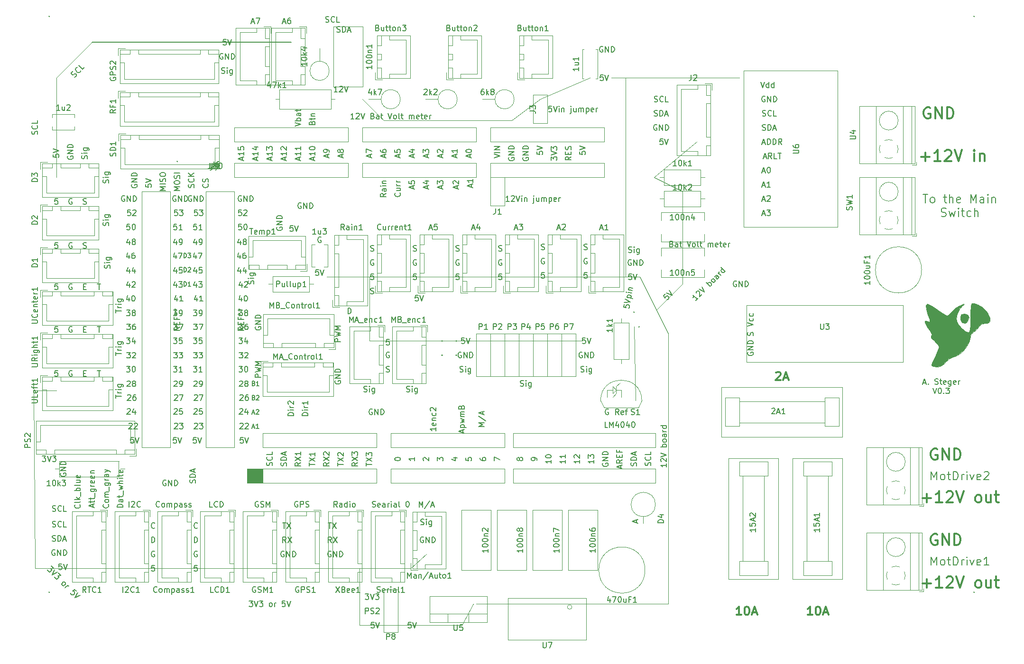
<source format=gto>
G04 #@! TF.GenerationSoftware,KiCad,Pcbnew,(5.1.6)-1*
G04 #@! TF.CreationDate,2021-05-04T08:31:33+05:30*
G04 #@! TF.ProjectId,PCB board,50434220-626f-4617-9264-2e6b69636164,rev?*
G04 #@! TF.SameCoordinates,Original*
G04 #@! TF.FileFunction,Legend,Top*
G04 #@! TF.FilePolarity,Positive*
%FSLAX46Y46*%
G04 Gerber Fmt 4.6, Leading zero omitted, Abs format (unit mm)*
G04 Created by KiCad (PCBNEW (5.1.6)-1) date 2021-05-04 08:31:33*
%MOMM*%
%LPD*%
G01*
G04 APERTURE LIST*
%ADD10C,0.150000*%
%ADD11C,0.120000*%
%ADD12C,0.100000*%
%ADD13C,0.200000*%
%ADD14C,0.300000*%
%ADD15C,0.010000*%
G04 APERTURE END LIST*
D10*
X62230000Y-44450000D02*
X97790000Y-44450000D01*
X112284285Y-127404761D02*
X112427142Y-127452380D01*
X112665238Y-127452380D01*
X112760476Y-127404761D01*
X112808095Y-127357142D01*
X112855714Y-127261904D01*
X112855714Y-127166666D01*
X112808095Y-127071428D01*
X112760476Y-127023809D01*
X112665238Y-126976190D01*
X112474761Y-126928571D01*
X112379523Y-126880952D01*
X112331904Y-126833333D01*
X112284285Y-126738095D01*
X112284285Y-126642857D01*
X112331904Y-126547619D01*
X112379523Y-126500000D01*
X112474761Y-126452380D01*
X112712857Y-126452380D01*
X112855714Y-126500000D01*
X113665238Y-127404761D02*
X113570000Y-127452380D01*
X113379523Y-127452380D01*
X113284285Y-127404761D01*
X113236666Y-127309523D01*
X113236666Y-126928571D01*
X113284285Y-126833333D01*
X113379523Y-126785714D01*
X113570000Y-126785714D01*
X113665238Y-126833333D01*
X113712857Y-126928571D01*
X113712857Y-127023809D01*
X113236666Y-127119047D01*
X114570000Y-127452380D02*
X114570000Y-126928571D01*
X114522380Y-126833333D01*
X114427142Y-126785714D01*
X114236666Y-126785714D01*
X114141428Y-126833333D01*
X114570000Y-127404761D02*
X114474761Y-127452380D01*
X114236666Y-127452380D01*
X114141428Y-127404761D01*
X114093809Y-127309523D01*
X114093809Y-127214285D01*
X114141428Y-127119047D01*
X114236666Y-127071428D01*
X114474761Y-127071428D01*
X114570000Y-127023809D01*
X115046190Y-127452380D02*
X115046190Y-126785714D01*
X115046190Y-126976190D02*
X115093809Y-126880952D01*
X115141428Y-126833333D01*
X115236666Y-126785714D01*
X115331904Y-126785714D01*
X115665238Y-127452380D02*
X115665238Y-126785714D01*
X115665238Y-126452380D02*
X115617619Y-126500000D01*
X115665238Y-126547619D01*
X115712857Y-126500000D01*
X115665238Y-126452380D01*
X115665238Y-126547619D01*
X116570000Y-127452380D02*
X116570000Y-126928571D01*
X116522380Y-126833333D01*
X116427142Y-126785714D01*
X116236666Y-126785714D01*
X116141428Y-126833333D01*
X116570000Y-127404761D02*
X116474761Y-127452380D01*
X116236666Y-127452380D01*
X116141428Y-127404761D01*
X116093809Y-127309523D01*
X116093809Y-127214285D01*
X116141428Y-127119047D01*
X116236666Y-127071428D01*
X116474761Y-127071428D01*
X116570000Y-127023809D01*
X117189047Y-127452380D02*
X117093809Y-127404761D01*
X117046190Y-127309523D01*
X117046190Y-126452380D01*
X118522380Y-126452380D02*
X118617619Y-126452380D01*
X118712857Y-126500000D01*
X118760476Y-126547619D01*
X118808095Y-126642857D01*
X118855714Y-126833333D01*
X118855714Y-127071428D01*
X118808095Y-127261904D01*
X118760476Y-127357142D01*
X118712857Y-127404761D01*
X118617619Y-127452380D01*
X118522380Y-127452380D01*
X118427142Y-127404761D01*
X118379523Y-127357142D01*
X118331904Y-127261904D01*
X118284285Y-127071428D01*
X118284285Y-126833333D01*
X118331904Y-126642857D01*
X118379523Y-126547619D01*
X118427142Y-126500000D01*
X118522380Y-126452380D01*
D11*
X119170000Y-138430000D02*
X121920000Y-135890000D01*
D10*
X138723809Y-105814761D02*
X138866666Y-105862380D01*
X139104761Y-105862380D01*
X139200000Y-105814761D01*
X139247619Y-105767142D01*
X139295238Y-105671904D01*
X139295238Y-105576666D01*
X139247619Y-105481428D01*
X139200000Y-105433809D01*
X139104761Y-105386190D01*
X138914285Y-105338571D01*
X138819047Y-105290952D01*
X138771428Y-105243333D01*
X138723809Y-105148095D01*
X138723809Y-105052857D01*
X138771428Y-104957619D01*
X138819047Y-104910000D01*
X138914285Y-104862380D01*
X139152380Y-104862380D01*
X139295238Y-104910000D01*
X139723809Y-105862380D02*
X139723809Y-105195714D01*
X139723809Y-104862380D02*
X139676190Y-104910000D01*
X139723809Y-104957619D01*
X139771428Y-104910000D01*
X139723809Y-104862380D01*
X139723809Y-104957619D01*
X140628571Y-105195714D02*
X140628571Y-106005238D01*
X140580952Y-106100476D01*
X140533333Y-106148095D01*
X140438095Y-106195714D01*
X140295238Y-106195714D01*
X140200000Y-106148095D01*
X140628571Y-105814761D02*
X140533333Y-105862380D01*
X140342857Y-105862380D01*
X140247619Y-105814761D01*
X140200000Y-105767142D01*
X140152380Y-105671904D01*
X140152380Y-105386190D01*
X140200000Y-105290952D01*
X140247619Y-105243333D01*
X140342857Y-105195714D01*
X140533333Y-105195714D01*
X140628571Y-105243333D01*
X120634285Y-127452380D02*
X120634285Y-126452380D01*
X120967619Y-127166666D01*
X121300952Y-126452380D01*
X121300952Y-127452380D01*
X122491428Y-126404761D02*
X121634285Y-127690476D01*
X122777142Y-127166666D02*
X123253333Y-127166666D01*
X122681904Y-127452380D02*
X123015238Y-126452380D01*
X123348571Y-127452380D01*
X106029285Y-127452380D02*
X105695952Y-126976190D01*
X105457857Y-127452380D02*
X105457857Y-126452380D01*
X105838809Y-126452380D01*
X105934047Y-126500000D01*
X105981666Y-126547619D01*
X106029285Y-126642857D01*
X106029285Y-126785714D01*
X105981666Y-126880952D01*
X105934047Y-126928571D01*
X105838809Y-126976190D01*
X105457857Y-126976190D01*
X106886428Y-127452380D02*
X106886428Y-126928571D01*
X106838809Y-126833333D01*
X106743571Y-126785714D01*
X106553095Y-126785714D01*
X106457857Y-126833333D01*
X106886428Y-127404761D02*
X106791190Y-127452380D01*
X106553095Y-127452380D01*
X106457857Y-127404761D01*
X106410238Y-127309523D01*
X106410238Y-127214285D01*
X106457857Y-127119047D01*
X106553095Y-127071428D01*
X106791190Y-127071428D01*
X106886428Y-127023809D01*
X107791190Y-127452380D02*
X107791190Y-126452380D01*
X107791190Y-127404761D02*
X107695952Y-127452380D01*
X107505476Y-127452380D01*
X107410238Y-127404761D01*
X107362619Y-127357142D01*
X107315000Y-127261904D01*
X107315000Y-126976190D01*
X107362619Y-126880952D01*
X107410238Y-126833333D01*
X107505476Y-126785714D01*
X107695952Y-126785714D01*
X107791190Y-126833333D01*
X108267380Y-127452380D02*
X108267380Y-126785714D01*
X108267380Y-126452380D02*
X108219761Y-126500000D01*
X108267380Y-126547619D01*
X108315000Y-126500000D01*
X108267380Y-126452380D01*
X108267380Y-126547619D01*
X108886428Y-127452380D02*
X108791190Y-127404761D01*
X108743571Y-127357142D01*
X108695952Y-127261904D01*
X108695952Y-126976190D01*
X108743571Y-126880952D01*
X108791190Y-126833333D01*
X108886428Y-126785714D01*
X109029285Y-126785714D01*
X109124523Y-126833333D01*
X109172142Y-126880952D01*
X109219761Y-126976190D01*
X109219761Y-127261904D01*
X109172142Y-127357142D01*
X109124523Y-127404761D01*
X109029285Y-127452380D01*
X108886428Y-127452380D01*
X98980714Y-126500000D02*
X98885476Y-126452380D01*
X98742619Y-126452380D01*
X98599761Y-126500000D01*
X98504523Y-126595238D01*
X98456904Y-126690476D01*
X98409285Y-126880952D01*
X98409285Y-127023809D01*
X98456904Y-127214285D01*
X98504523Y-127309523D01*
X98599761Y-127404761D01*
X98742619Y-127452380D01*
X98837857Y-127452380D01*
X98980714Y-127404761D01*
X99028333Y-127357142D01*
X99028333Y-127023809D01*
X98837857Y-127023809D01*
X99456904Y-127452380D02*
X99456904Y-126452380D01*
X99837857Y-126452380D01*
X99933095Y-126500000D01*
X99980714Y-126547619D01*
X100028333Y-126642857D01*
X100028333Y-126785714D01*
X99980714Y-126880952D01*
X99933095Y-126928571D01*
X99837857Y-126976190D01*
X99456904Y-126976190D01*
X100409285Y-127404761D02*
X100552142Y-127452380D01*
X100790238Y-127452380D01*
X100885476Y-127404761D01*
X100933095Y-127357142D01*
X100980714Y-127261904D01*
X100980714Y-127166666D01*
X100933095Y-127071428D01*
X100885476Y-127023809D01*
X100790238Y-126976190D01*
X100599761Y-126928571D01*
X100504523Y-126880952D01*
X100456904Y-126833333D01*
X100409285Y-126738095D01*
X100409285Y-126642857D01*
X100456904Y-126547619D01*
X100504523Y-126500000D01*
X100599761Y-126452380D01*
X100837857Y-126452380D01*
X100980714Y-126500000D01*
X91924285Y-126500000D02*
X91829047Y-126452380D01*
X91686190Y-126452380D01*
X91543333Y-126500000D01*
X91448095Y-126595238D01*
X91400476Y-126690476D01*
X91352857Y-126880952D01*
X91352857Y-127023809D01*
X91400476Y-127214285D01*
X91448095Y-127309523D01*
X91543333Y-127404761D01*
X91686190Y-127452380D01*
X91781428Y-127452380D01*
X91924285Y-127404761D01*
X91971904Y-127357142D01*
X91971904Y-127023809D01*
X91781428Y-127023809D01*
X92352857Y-127404761D02*
X92495714Y-127452380D01*
X92733809Y-127452380D01*
X92829047Y-127404761D01*
X92876666Y-127357142D01*
X92924285Y-127261904D01*
X92924285Y-127166666D01*
X92876666Y-127071428D01*
X92829047Y-127023809D01*
X92733809Y-126976190D01*
X92543333Y-126928571D01*
X92448095Y-126880952D01*
X92400476Y-126833333D01*
X92352857Y-126738095D01*
X92352857Y-126642857D01*
X92400476Y-126547619D01*
X92448095Y-126500000D01*
X92543333Y-126452380D01*
X92781428Y-126452380D01*
X92924285Y-126500000D01*
X93352857Y-127452380D02*
X93352857Y-126452380D01*
X93686190Y-127166666D01*
X94019523Y-126452380D01*
X94019523Y-127452380D01*
X83764523Y-127452380D02*
X83288333Y-127452380D01*
X83288333Y-126452380D01*
X84669285Y-127357142D02*
X84621666Y-127404761D01*
X84478809Y-127452380D01*
X84383571Y-127452380D01*
X84240714Y-127404761D01*
X84145476Y-127309523D01*
X84097857Y-127214285D01*
X84050238Y-127023809D01*
X84050238Y-126880952D01*
X84097857Y-126690476D01*
X84145476Y-126595238D01*
X84240714Y-126500000D01*
X84383571Y-126452380D01*
X84478809Y-126452380D01*
X84621666Y-126500000D01*
X84669285Y-126547619D01*
X85097857Y-127452380D02*
X85097857Y-126452380D01*
X85335952Y-126452380D01*
X85478809Y-126500000D01*
X85574047Y-126595238D01*
X85621666Y-126690476D01*
X85669285Y-126880952D01*
X85669285Y-127023809D01*
X85621666Y-127214285D01*
X85574047Y-127309523D01*
X85478809Y-127404761D01*
X85335952Y-127452380D01*
X85097857Y-127452380D01*
X74311190Y-127357142D02*
X74263571Y-127404761D01*
X74120714Y-127452380D01*
X74025476Y-127452380D01*
X73882619Y-127404761D01*
X73787380Y-127309523D01*
X73739761Y-127214285D01*
X73692142Y-127023809D01*
X73692142Y-126880952D01*
X73739761Y-126690476D01*
X73787380Y-126595238D01*
X73882619Y-126500000D01*
X74025476Y-126452380D01*
X74120714Y-126452380D01*
X74263571Y-126500000D01*
X74311190Y-126547619D01*
X74882619Y-127452380D02*
X74787380Y-127404761D01*
X74739761Y-127357142D01*
X74692142Y-127261904D01*
X74692142Y-126976190D01*
X74739761Y-126880952D01*
X74787380Y-126833333D01*
X74882619Y-126785714D01*
X75025476Y-126785714D01*
X75120714Y-126833333D01*
X75168333Y-126880952D01*
X75215952Y-126976190D01*
X75215952Y-127261904D01*
X75168333Y-127357142D01*
X75120714Y-127404761D01*
X75025476Y-127452380D01*
X74882619Y-127452380D01*
X75644523Y-127452380D02*
X75644523Y-126785714D01*
X75644523Y-126880952D02*
X75692142Y-126833333D01*
X75787380Y-126785714D01*
X75930238Y-126785714D01*
X76025476Y-126833333D01*
X76073095Y-126928571D01*
X76073095Y-127452380D01*
X76073095Y-126928571D02*
X76120714Y-126833333D01*
X76215952Y-126785714D01*
X76358809Y-126785714D01*
X76454047Y-126833333D01*
X76501666Y-126928571D01*
X76501666Y-127452380D01*
X76977857Y-126785714D02*
X76977857Y-127785714D01*
X76977857Y-126833333D02*
X77073095Y-126785714D01*
X77263571Y-126785714D01*
X77358809Y-126833333D01*
X77406428Y-126880952D01*
X77454047Y-126976190D01*
X77454047Y-127261904D01*
X77406428Y-127357142D01*
X77358809Y-127404761D01*
X77263571Y-127452380D01*
X77073095Y-127452380D01*
X76977857Y-127404761D01*
X78311190Y-127452380D02*
X78311190Y-126928571D01*
X78263571Y-126833333D01*
X78168333Y-126785714D01*
X77977857Y-126785714D01*
X77882619Y-126833333D01*
X78311190Y-127404761D02*
X78215952Y-127452380D01*
X77977857Y-127452380D01*
X77882619Y-127404761D01*
X77835000Y-127309523D01*
X77835000Y-127214285D01*
X77882619Y-127119047D01*
X77977857Y-127071428D01*
X78215952Y-127071428D01*
X78311190Y-127023809D01*
X78739761Y-127404761D02*
X78835000Y-127452380D01*
X79025476Y-127452380D01*
X79120714Y-127404761D01*
X79168333Y-127309523D01*
X79168333Y-127261904D01*
X79120714Y-127166666D01*
X79025476Y-127119047D01*
X78882619Y-127119047D01*
X78787380Y-127071428D01*
X78739761Y-126976190D01*
X78739761Y-126928571D01*
X78787380Y-126833333D01*
X78882619Y-126785714D01*
X79025476Y-126785714D01*
X79120714Y-126833333D01*
X79549285Y-127404761D02*
X79644523Y-127452380D01*
X79835000Y-127452380D01*
X79930238Y-127404761D01*
X79977857Y-127309523D01*
X79977857Y-127261904D01*
X79930238Y-127166666D01*
X79835000Y-127119047D01*
X79692142Y-127119047D01*
X79596904Y-127071428D01*
X79549285Y-126976190D01*
X79549285Y-126928571D01*
X79596904Y-126833333D01*
X79692142Y-126785714D01*
X79835000Y-126785714D01*
X79930238Y-126833333D01*
X68873809Y-127452380D02*
X68873809Y-126452380D01*
X69302380Y-126547619D02*
X69350000Y-126500000D01*
X69445238Y-126452380D01*
X69683333Y-126452380D01*
X69778571Y-126500000D01*
X69826190Y-126547619D01*
X69873809Y-126642857D01*
X69873809Y-126738095D01*
X69826190Y-126880952D01*
X69254761Y-127452380D01*
X69873809Y-127452380D01*
X70873809Y-127357142D02*
X70826190Y-127404761D01*
X70683333Y-127452380D01*
X70588095Y-127452380D01*
X70445238Y-127404761D01*
X70350000Y-127309523D01*
X70302380Y-127214285D01*
X70254761Y-127023809D01*
X70254761Y-126880952D01*
X70302380Y-126690476D01*
X70350000Y-126595238D01*
X70445238Y-126500000D01*
X70588095Y-126452380D01*
X70683333Y-126452380D01*
X70826190Y-126500000D01*
X70873809Y-126547619D01*
D11*
X163068000Y-92202000D02*
X167640000Y-87630000D01*
X111760000Y-97790000D02*
X149860000Y-97790000D01*
X111760000Y-86360000D02*
X111760000Y-97790000D01*
X55880000Y-50800000D02*
X62230000Y-44450000D01*
X55880000Y-68580000D02*
X55880000Y-50800000D01*
X51816000Y-106680000D02*
X55880000Y-106680000D01*
X52070000Y-138430000D02*
X51816000Y-106680000D01*
X109982000Y-138430000D02*
X52070000Y-138430000D01*
X109982000Y-138430000D02*
X119170000Y-138430000D01*
X109982000Y-148590000D02*
X109982000Y-138430000D01*
X128270000Y-148590000D02*
X109982000Y-148590000D01*
X130302000Y-144780000D02*
X128270000Y-148590000D01*
X114300000Y-58420000D02*
X110490000Y-54610000D01*
X137160000Y-58420000D02*
X114300000Y-58420000D01*
X142240000Y-54610000D02*
X137160000Y-58420000D01*
X151130000Y-50800000D02*
X142240000Y-54610000D01*
X157480000Y-50800000D02*
X154940000Y-50800000D01*
X157480000Y-50800000D02*
X177800000Y-50800000D01*
X157480000Y-86360000D02*
X157480000Y-50800000D01*
X160020000Y-86360000D02*
X104140000Y-86360000D01*
X165100000Y-96520000D02*
X160020000Y-86360000D01*
X165100000Y-144780000D02*
X165100000Y-96520000D01*
X130810000Y-144780000D02*
X165100000Y-144780000D01*
X162560000Y-68580000D02*
X170180000Y-62230000D01*
X167640000Y-71120000D02*
X162560000Y-68580000D01*
X167640000Y-87630000D02*
X167640000Y-71120000D01*
X159004000Y-95250000D02*
X159258000Y-108458000D01*
D10*
X136731904Y-72842380D02*
X136160476Y-72842380D01*
X136446190Y-72842380D02*
X136446190Y-71842380D01*
X136350952Y-71985238D01*
X136255714Y-72080476D01*
X136160476Y-72128095D01*
X137112857Y-71937619D02*
X137160476Y-71890000D01*
X137255714Y-71842380D01*
X137493809Y-71842380D01*
X137589047Y-71890000D01*
X137636666Y-71937619D01*
X137684285Y-72032857D01*
X137684285Y-72128095D01*
X137636666Y-72270952D01*
X137065238Y-72842380D01*
X137684285Y-72842380D01*
X137970000Y-71842380D02*
X138303333Y-72842380D01*
X138636666Y-71842380D01*
X138970000Y-72842380D02*
X138970000Y-72175714D01*
X138970000Y-71842380D02*
X138922380Y-71890000D01*
X138970000Y-71937619D01*
X139017619Y-71890000D01*
X138970000Y-71842380D01*
X138970000Y-71937619D01*
X139446190Y-72175714D02*
X139446190Y-72842380D01*
X139446190Y-72270952D02*
X139493809Y-72223333D01*
X139589047Y-72175714D01*
X139731904Y-72175714D01*
X139827142Y-72223333D01*
X139874761Y-72318571D01*
X139874761Y-72842380D01*
X141112857Y-72175714D02*
X141112857Y-73032857D01*
X141065238Y-73128095D01*
X140970000Y-73175714D01*
X140922380Y-73175714D01*
X141112857Y-71842380D02*
X141065238Y-71890000D01*
X141112857Y-71937619D01*
X141160476Y-71890000D01*
X141112857Y-71842380D01*
X141112857Y-71937619D01*
X142017619Y-72175714D02*
X142017619Y-72842380D01*
X141589047Y-72175714D02*
X141589047Y-72699523D01*
X141636666Y-72794761D01*
X141731904Y-72842380D01*
X141874761Y-72842380D01*
X141970000Y-72794761D01*
X142017619Y-72747142D01*
X142493809Y-72842380D02*
X142493809Y-72175714D01*
X142493809Y-72270952D02*
X142541428Y-72223333D01*
X142636666Y-72175714D01*
X142779523Y-72175714D01*
X142874761Y-72223333D01*
X142922380Y-72318571D01*
X142922380Y-72842380D01*
X142922380Y-72318571D02*
X142970000Y-72223333D01*
X143065238Y-72175714D01*
X143208095Y-72175714D01*
X143303333Y-72223333D01*
X143350952Y-72318571D01*
X143350952Y-72842380D01*
X143827142Y-72175714D02*
X143827142Y-73175714D01*
X143827142Y-72223333D02*
X143922380Y-72175714D01*
X144112857Y-72175714D01*
X144208095Y-72223333D01*
X144255714Y-72270952D01*
X144303333Y-72366190D01*
X144303333Y-72651904D01*
X144255714Y-72747142D01*
X144208095Y-72794761D01*
X144112857Y-72842380D01*
X143922380Y-72842380D01*
X143827142Y-72794761D01*
X145112857Y-72794761D02*
X145017619Y-72842380D01*
X144827142Y-72842380D01*
X144731904Y-72794761D01*
X144684285Y-72699523D01*
X144684285Y-72318571D01*
X144731904Y-72223333D01*
X144827142Y-72175714D01*
X145017619Y-72175714D01*
X145112857Y-72223333D01*
X145160476Y-72318571D01*
X145160476Y-72413809D01*
X144684285Y-72509047D01*
X145589047Y-72842380D02*
X145589047Y-72175714D01*
X145589047Y-72366190D02*
X145636666Y-72270952D01*
X145684285Y-72223333D01*
X145779523Y-72175714D01*
X145874761Y-72175714D01*
X144272476Y-55840380D02*
X143796285Y-55840380D01*
X143748666Y-56316571D01*
X143796285Y-56268952D01*
X143891523Y-56221333D01*
X144129619Y-56221333D01*
X144224857Y-56268952D01*
X144272476Y-56316571D01*
X144320095Y-56411809D01*
X144320095Y-56649904D01*
X144272476Y-56745142D01*
X144224857Y-56792761D01*
X144129619Y-56840380D01*
X143891523Y-56840380D01*
X143796285Y-56792761D01*
X143748666Y-56745142D01*
X144605809Y-55840380D02*
X144939142Y-56840380D01*
X145272476Y-55840380D01*
X145605809Y-56840380D02*
X145605809Y-56173714D01*
X145605809Y-55840380D02*
X145558190Y-55888000D01*
X145605809Y-55935619D01*
X145653428Y-55888000D01*
X145605809Y-55840380D01*
X145605809Y-55935619D01*
X146082000Y-56173714D02*
X146082000Y-56840380D01*
X146082000Y-56268952D02*
X146129619Y-56221333D01*
X146224857Y-56173714D01*
X146367714Y-56173714D01*
X146462952Y-56221333D01*
X146510571Y-56316571D01*
X146510571Y-56840380D01*
X147748666Y-56173714D02*
X147748666Y-57030857D01*
X147701047Y-57126095D01*
X147605809Y-57173714D01*
X147558190Y-57173714D01*
X147748666Y-55840380D02*
X147701047Y-55888000D01*
X147748666Y-55935619D01*
X147796285Y-55888000D01*
X147748666Y-55840380D01*
X147748666Y-55935619D01*
X148653428Y-56173714D02*
X148653428Y-56840380D01*
X148224857Y-56173714D02*
X148224857Y-56697523D01*
X148272476Y-56792761D01*
X148367714Y-56840380D01*
X148510571Y-56840380D01*
X148605809Y-56792761D01*
X148653428Y-56745142D01*
X149129619Y-56840380D02*
X149129619Y-56173714D01*
X149129619Y-56268952D02*
X149177238Y-56221333D01*
X149272476Y-56173714D01*
X149415333Y-56173714D01*
X149510571Y-56221333D01*
X149558190Y-56316571D01*
X149558190Y-56840380D01*
X149558190Y-56316571D02*
X149605809Y-56221333D01*
X149701047Y-56173714D01*
X149843904Y-56173714D01*
X149939142Y-56221333D01*
X149986761Y-56316571D01*
X149986761Y-56840380D01*
X150462952Y-56173714D02*
X150462952Y-57173714D01*
X150462952Y-56221333D02*
X150558190Y-56173714D01*
X150748666Y-56173714D01*
X150843904Y-56221333D01*
X150891523Y-56268952D01*
X150939142Y-56364190D01*
X150939142Y-56649904D01*
X150891523Y-56745142D01*
X150843904Y-56792761D01*
X150748666Y-56840380D01*
X150558190Y-56840380D01*
X150462952Y-56792761D01*
X151748666Y-56792761D02*
X151653428Y-56840380D01*
X151462952Y-56840380D01*
X151367714Y-56792761D01*
X151320095Y-56697523D01*
X151320095Y-56316571D01*
X151367714Y-56221333D01*
X151462952Y-56173714D01*
X151653428Y-56173714D01*
X151748666Y-56221333D01*
X151796285Y-56316571D01*
X151796285Y-56411809D01*
X151320095Y-56507047D01*
X152224857Y-56840380D02*
X152224857Y-56173714D01*
X152224857Y-56364190D02*
X152272476Y-56268952D01*
X152320095Y-56221333D01*
X152415333Y-56173714D01*
X152510571Y-56173714D01*
X164578087Y-89409461D02*
X164241370Y-89746179D01*
X164544416Y-90116568D01*
X164544416Y-90049225D01*
X164578087Y-89948209D01*
X164746446Y-89779851D01*
X164847461Y-89746179D01*
X164914805Y-89746179D01*
X165015820Y-89779851D01*
X165184179Y-89948209D01*
X165217851Y-90049225D01*
X165217851Y-90116568D01*
X165184179Y-90217583D01*
X165015820Y-90385942D01*
X164914805Y-90419614D01*
X164847461Y-90419614D01*
X164813790Y-89173759D02*
X165756599Y-89645164D01*
X165285194Y-88702355D01*
X157217169Y-91260983D02*
X157134480Y-91729940D01*
X157595167Y-91859525D01*
X157556540Y-91804360D01*
X157526182Y-91702300D01*
X157567527Y-91467822D01*
X157630961Y-91382300D01*
X157686125Y-91343673D01*
X157788185Y-91313315D01*
X158022663Y-91354660D01*
X158108186Y-91418094D01*
X158146812Y-91473258D01*
X158177170Y-91575318D01*
X158135825Y-91809796D01*
X158072392Y-91895319D01*
X158017227Y-91933945D01*
X157275052Y-90932714D02*
X158317742Y-90778093D01*
X157390817Y-90276176D01*
X157776969Y-90005789D02*
X158761777Y-90179437D01*
X157823865Y-90014058D02*
X157793507Y-89911998D01*
X157826583Y-89724416D01*
X157890017Y-89638893D01*
X157945181Y-89600267D01*
X158047241Y-89569909D01*
X158328615Y-89619523D01*
X158414137Y-89682956D01*
X158452764Y-89738121D01*
X158483122Y-89840181D01*
X158450046Y-90027763D01*
X158386612Y-90113286D01*
X158590618Y-89230538D02*
X157934080Y-89114773D01*
X157605810Y-89056890D02*
X157644437Y-89112054D01*
X157699601Y-89073428D01*
X157660975Y-89018263D01*
X157605810Y-89056890D01*
X157699601Y-89073428D01*
X158016769Y-88645817D02*
X158673308Y-88761582D01*
X158110560Y-88662354D02*
X158071934Y-88607190D01*
X158041576Y-88505130D01*
X158066383Y-88364443D01*
X158129816Y-88278921D01*
X158231877Y-88248563D01*
X158747728Y-88339522D01*
X75438095Y-122690000D02*
X75342857Y-122642380D01*
X75200000Y-122642380D01*
X75057142Y-122690000D01*
X74961904Y-122785238D01*
X74914285Y-122880476D01*
X74866666Y-123070952D01*
X74866666Y-123213809D01*
X74914285Y-123404285D01*
X74961904Y-123499523D01*
X75057142Y-123594761D01*
X75200000Y-123642380D01*
X75295238Y-123642380D01*
X75438095Y-123594761D01*
X75485714Y-123547142D01*
X75485714Y-123213809D01*
X75295238Y-123213809D01*
X75914285Y-123642380D02*
X75914285Y-122642380D01*
X76485714Y-123642380D01*
X76485714Y-122642380D01*
X76961904Y-123642380D02*
X76961904Y-122642380D01*
X77200000Y-122642380D01*
X77342857Y-122690000D01*
X77438095Y-122785238D01*
X77485714Y-122880476D01*
X77533333Y-123070952D01*
X77533333Y-123213809D01*
X77485714Y-123404285D01*
X77438095Y-123499523D01*
X77342857Y-123594761D01*
X77200000Y-123642380D01*
X76961904Y-123642380D01*
X112268095Y-109990000D02*
X112172857Y-109942380D01*
X112030000Y-109942380D01*
X111887142Y-109990000D01*
X111791904Y-110085238D01*
X111744285Y-110180476D01*
X111696666Y-110370952D01*
X111696666Y-110513809D01*
X111744285Y-110704285D01*
X111791904Y-110799523D01*
X111887142Y-110894761D01*
X112030000Y-110942380D01*
X112125238Y-110942380D01*
X112268095Y-110894761D01*
X112315714Y-110847142D01*
X112315714Y-110513809D01*
X112125238Y-110513809D01*
X112744285Y-110942380D02*
X112744285Y-109942380D01*
X113315714Y-110942380D01*
X113315714Y-109942380D01*
X113791904Y-110942380D02*
X113791904Y-109942380D01*
X114030000Y-109942380D01*
X114172857Y-109990000D01*
X114268095Y-110085238D01*
X114315714Y-110180476D01*
X114363333Y-110370952D01*
X114363333Y-110513809D01*
X114315714Y-110704285D01*
X114268095Y-110799523D01*
X114172857Y-110894761D01*
X114030000Y-110942380D01*
X113791904Y-110942380D01*
X99568095Y-73160000D02*
X99472857Y-73112380D01*
X99330000Y-73112380D01*
X99187142Y-73160000D01*
X99091904Y-73255238D01*
X99044285Y-73350476D01*
X98996666Y-73540952D01*
X98996666Y-73683809D01*
X99044285Y-73874285D01*
X99091904Y-73969523D01*
X99187142Y-74064761D01*
X99330000Y-74112380D01*
X99425238Y-74112380D01*
X99568095Y-74064761D01*
X99615714Y-74017142D01*
X99615714Y-73683809D01*
X99425238Y-73683809D01*
X100044285Y-74112380D02*
X100044285Y-73112380D01*
X100615714Y-74112380D01*
X100615714Y-73112380D01*
X101091904Y-74112380D02*
X101091904Y-73112380D01*
X101330000Y-73112380D01*
X101472857Y-73160000D01*
X101568095Y-73255238D01*
X101615714Y-73350476D01*
X101663333Y-73540952D01*
X101663333Y-73683809D01*
X101615714Y-73874285D01*
X101568095Y-73969523D01*
X101472857Y-74064761D01*
X101330000Y-74112380D01*
X101091904Y-74112380D01*
X177292095Y-87130000D02*
X177196857Y-87082380D01*
X177054000Y-87082380D01*
X176911142Y-87130000D01*
X176815904Y-87225238D01*
X176768285Y-87320476D01*
X176720666Y-87510952D01*
X176720666Y-87653809D01*
X176768285Y-87844285D01*
X176815904Y-87939523D01*
X176911142Y-88034761D01*
X177054000Y-88082380D01*
X177149238Y-88082380D01*
X177292095Y-88034761D01*
X177339714Y-87987142D01*
X177339714Y-87653809D01*
X177149238Y-87653809D01*
X177768285Y-88082380D02*
X177768285Y-87082380D01*
X178339714Y-88082380D01*
X178339714Y-87082380D01*
X178815904Y-88082380D02*
X178815904Y-87082380D01*
X179054000Y-87082380D01*
X179196857Y-87130000D01*
X179292095Y-87225238D01*
X179339714Y-87320476D01*
X179387333Y-87510952D01*
X179387333Y-87653809D01*
X179339714Y-87844285D01*
X179292095Y-87939523D01*
X179196857Y-88034761D01*
X179054000Y-88082380D01*
X178815904Y-88082380D01*
X78657523Y-82911904D02*
X78657523Y-82111904D01*
X78848000Y-82111904D01*
X78962285Y-82150000D01*
X79038476Y-82226190D01*
X79076571Y-82302380D01*
X79114666Y-82454761D01*
X79114666Y-82569047D01*
X79076571Y-82721428D01*
X79038476Y-82797619D01*
X78962285Y-82873809D01*
X78848000Y-82911904D01*
X78657523Y-82911904D01*
X79381333Y-82111904D02*
X79876571Y-82111904D01*
X79609904Y-82416666D01*
X79724190Y-82416666D01*
X79800380Y-82454761D01*
X79838476Y-82492857D01*
X79876571Y-82569047D01*
X79876571Y-82759523D01*
X79838476Y-82835714D01*
X79800380Y-82873809D01*
X79724190Y-82911904D01*
X79495619Y-82911904D01*
X79419428Y-82873809D01*
X79381333Y-82835714D01*
X78657523Y-85451904D02*
X78657523Y-84651904D01*
X78848000Y-84651904D01*
X78962285Y-84690000D01*
X79038476Y-84766190D01*
X79076571Y-84842380D01*
X79114666Y-84994761D01*
X79114666Y-85109047D01*
X79076571Y-85261428D01*
X79038476Y-85337619D01*
X78962285Y-85413809D01*
X78848000Y-85451904D01*
X78657523Y-85451904D01*
X79419428Y-84728095D02*
X79457523Y-84690000D01*
X79533714Y-84651904D01*
X79724190Y-84651904D01*
X79800380Y-84690000D01*
X79838476Y-84728095D01*
X79876571Y-84804285D01*
X79876571Y-84880476D01*
X79838476Y-84994761D01*
X79381333Y-85451904D01*
X79876571Y-85451904D01*
X78657523Y-87991904D02*
X78657523Y-87191904D01*
X78848000Y-87191904D01*
X78962285Y-87230000D01*
X79038476Y-87306190D01*
X79076571Y-87382380D01*
X79114666Y-87534761D01*
X79114666Y-87649047D01*
X79076571Y-87801428D01*
X79038476Y-87877619D01*
X78962285Y-87953809D01*
X78848000Y-87991904D01*
X78657523Y-87991904D01*
X79876571Y-87991904D02*
X79419428Y-87991904D01*
X79648000Y-87991904D02*
X79648000Y-87191904D01*
X79571809Y-87306190D01*
X79495619Y-87382380D01*
X79419428Y-87420476D01*
X129960666Y-70310285D02*
X129960666Y-69834095D01*
X130246380Y-70405523D02*
X129246380Y-70072190D01*
X130246380Y-69738857D01*
X130246380Y-68881714D02*
X130246380Y-69453142D01*
X130246380Y-69167428D02*
X129246380Y-69167428D01*
X129389238Y-69262666D01*
X129484476Y-69357904D01*
X129532095Y-69453142D01*
X127420666Y-70564285D02*
X127420666Y-70088095D01*
X127706380Y-70659523D02*
X126706380Y-70326190D01*
X127706380Y-69992857D01*
X126801619Y-69707142D02*
X126754000Y-69659523D01*
X126706380Y-69564285D01*
X126706380Y-69326190D01*
X126754000Y-69230952D01*
X126801619Y-69183333D01*
X126896857Y-69135714D01*
X126992095Y-69135714D01*
X127134952Y-69183333D01*
X127706380Y-69754761D01*
X127706380Y-69135714D01*
X124626666Y-70564285D02*
X124626666Y-70088095D01*
X124912380Y-70659523D02*
X123912380Y-70326190D01*
X124912380Y-69992857D01*
X123912380Y-69754761D02*
X123912380Y-69135714D01*
X124293333Y-69469047D01*
X124293333Y-69326190D01*
X124340952Y-69230952D01*
X124388571Y-69183333D01*
X124483809Y-69135714D01*
X124721904Y-69135714D01*
X124817142Y-69183333D01*
X124864761Y-69230952D01*
X124912380Y-69326190D01*
X124912380Y-69611904D01*
X124864761Y-69707142D01*
X124817142Y-69754761D01*
X122086666Y-70564285D02*
X122086666Y-70088095D01*
X122372380Y-70659523D02*
X121372380Y-70326190D01*
X122372380Y-69992857D01*
X121705714Y-69230952D02*
X122372380Y-69230952D01*
X121324761Y-69469047D02*
X122039047Y-69707142D01*
X122039047Y-69088095D01*
X119546666Y-70564285D02*
X119546666Y-70088095D01*
X119832380Y-70659523D02*
X118832380Y-70326190D01*
X119832380Y-69992857D01*
X118832380Y-69183333D02*
X118832380Y-69659523D01*
X119308571Y-69707142D01*
X119260952Y-69659523D01*
X119213333Y-69564285D01*
X119213333Y-69326190D01*
X119260952Y-69230952D01*
X119308571Y-69183333D01*
X119403809Y-69135714D01*
X119641904Y-69135714D01*
X119737142Y-69183333D01*
X119784761Y-69230952D01*
X119832380Y-69326190D01*
X119832380Y-69564285D01*
X119784761Y-69659523D01*
X119737142Y-69707142D01*
X117197142Y-71373904D02*
X117244761Y-71421523D01*
X117292380Y-71564380D01*
X117292380Y-71659619D01*
X117244761Y-71802476D01*
X117149523Y-71897714D01*
X117054285Y-71945333D01*
X116863809Y-71992952D01*
X116720952Y-71992952D01*
X116530476Y-71945333D01*
X116435238Y-71897714D01*
X116340000Y-71802476D01*
X116292380Y-71659619D01*
X116292380Y-71564380D01*
X116340000Y-71421523D01*
X116387619Y-71373904D01*
X116625714Y-70516761D02*
X117292380Y-70516761D01*
X116625714Y-70945333D02*
X117149523Y-70945333D01*
X117244761Y-70897714D01*
X117292380Y-70802476D01*
X117292380Y-70659619D01*
X117244761Y-70564380D01*
X117197142Y-70516761D01*
X117292380Y-70040571D02*
X116625714Y-70040571D01*
X116816190Y-70040571D02*
X116720952Y-69992952D01*
X116673333Y-69945333D01*
X116625714Y-69850095D01*
X116625714Y-69754857D01*
X117292380Y-69421523D02*
X116625714Y-69421523D01*
X116816190Y-69421523D02*
X116720952Y-69373904D01*
X116673333Y-69326285D01*
X116625714Y-69231047D01*
X116625714Y-69135809D01*
X114752380Y-71445333D02*
X114276190Y-71778666D01*
X114752380Y-72016761D02*
X113752380Y-72016761D01*
X113752380Y-71635809D01*
X113800000Y-71540571D01*
X113847619Y-71492952D01*
X113942857Y-71445333D01*
X114085714Y-71445333D01*
X114180952Y-71492952D01*
X114228571Y-71540571D01*
X114276190Y-71635809D01*
X114276190Y-72016761D01*
X114752380Y-70588190D02*
X114228571Y-70588190D01*
X114133333Y-70635809D01*
X114085714Y-70731047D01*
X114085714Y-70921523D01*
X114133333Y-71016761D01*
X114704761Y-70588190D02*
X114752380Y-70683428D01*
X114752380Y-70921523D01*
X114704761Y-71016761D01*
X114609523Y-71064380D01*
X114514285Y-71064380D01*
X114419047Y-71016761D01*
X114371428Y-70921523D01*
X114371428Y-70683428D01*
X114323809Y-70588190D01*
X114752380Y-70112000D02*
X114085714Y-70112000D01*
X113752380Y-70112000D02*
X113800000Y-70159619D01*
X113847619Y-70112000D01*
X113800000Y-70064380D01*
X113752380Y-70112000D01*
X113847619Y-70112000D01*
X114085714Y-69635809D02*
X114752380Y-69635809D01*
X114180952Y-69635809D02*
X114133333Y-69588190D01*
X114085714Y-69492952D01*
X114085714Y-69350095D01*
X114133333Y-69254857D01*
X114228571Y-69207238D01*
X114752380Y-69207238D01*
X91116190Y-105352857D02*
X91230476Y-105390952D01*
X91268571Y-105429047D01*
X91306666Y-105505238D01*
X91306666Y-105619523D01*
X91268571Y-105695714D01*
X91230476Y-105733809D01*
X91154285Y-105771904D01*
X90849523Y-105771904D01*
X90849523Y-104971904D01*
X91116190Y-104971904D01*
X91192380Y-105010000D01*
X91230476Y-105048095D01*
X91268571Y-105124285D01*
X91268571Y-105200476D01*
X91230476Y-105276666D01*
X91192380Y-105314761D01*
X91116190Y-105352857D01*
X90849523Y-105352857D01*
X92068571Y-105771904D02*
X91611428Y-105771904D01*
X91840000Y-105771904D02*
X91840000Y-104971904D01*
X91763809Y-105086190D01*
X91687619Y-105162380D01*
X91611428Y-105200476D01*
X91116190Y-107892857D02*
X91230476Y-107930952D01*
X91268571Y-107969047D01*
X91306666Y-108045238D01*
X91306666Y-108159523D01*
X91268571Y-108235714D01*
X91230476Y-108273809D01*
X91154285Y-108311904D01*
X90849523Y-108311904D01*
X90849523Y-107511904D01*
X91116190Y-107511904D01*
X91192380Y-107550000D01*
X91230476Y-107588095D01*
X91268571Y-107664285D01*
X91268571Y-107740476D01*
X91230476Y-107816666D01*
X91192380Y-107854761D01*
X91116190Y-107892857D01*
X90849523Y-107892857D01*
X91611428Y-107588095D02*
X91649523Y-107550000D01*
X91725714Y-107511904D01*
X91916190Y-107511904D01*
X91992380Y-107550000D01*
X92030476Y-107588095D01*
X92068571Y-107664285D01*
X92068571Y-107740476D01*
X92030476Y-107854761D01*
X91573333Y-108311904D01*
X92068571Y-108311904D01*
X90868571Y-110623333D02*
X91249523Y-110623333D01*
X90792380Y-110851904D02*
X91059047Y-110051904D01*
X91325714Y-110851904D01*
X91554285Y-110128095D02*
X91592380Y-110090000D01*
X91668571Y-110051904D01*
X91859047Y-110051904D01*
X91935238Y-110090000D01*
X91973333Y-110128095D01*
X92011428Y-110204285D01*
X92011428Y-110280476D01*
X91973333Y-110394761D01*
X91516190Y-110851904D01*
X92011428Y-110851904D01*
X90868571Y-113163333D02*
X91249523Y-113163333D01*
X90792380Y-113391904D02*
X91059047Y-112591904D01*
X91325714Y-113391904D01*
X92011428Y-113391904D02*
X91554285Y-113391904D01*
X91782857Y-113391904D02*
X91782857Y-112591904D01*
X91706666Y-112706190D01*
X91630476Y-112782380D01*
X91554285Y-112820476D01*
X54944500Y-137990049D02*
X55382233Y-138427782D01*
X54877156Y-138461454D01*
X54978172Y-138562469D01*
X55011843Y-138663485D01*
X55011843Y-138730828D01*
X54978172Y-138831843D01*
X54809813Y-139000202D01*
X54708798Y-139033874D01*
X54641454Y-139033874D01*
X54540439Y-139000202D01*
X54338408Y-138798172D01*
X54304736Y-138697156D01*
X54304736Y-138629813D01*
X55584263Y-138629813D02*
X55112859Y-139572622D01*
X56055668Y-139101217D01*
X56224026Y-139269576D02*
X56661759Y-139707309D01*
X56156683Y-139740981D01*
X56257698Y-139841996D01*
X56291370Y-139943011D01*
X56291370Y-140010355D01*
X56257698Y-140111370D01*
X56089339Y-140279729D01*
X55988324Y-140313400D01*
X55920981Y-140313400D01*
X55819965Y-140279729D01*
X55617935Y-140077698D01*
X55584263Y-139976683D01*
X55584263Y-139909339D01*
X56897461Y-141357225D02*
X56863790Y-141256209D01*
X56863790Y-141188866D01*
X56897461Y-141087851D01*
X57099492Y-140885820D01*
X57200507Y-140852148D01*
X57267851Y-140852148D01*
X57368866Y-140885820D01*
X57469881Y-140986835D01*
X57503553Y-141087851D01*
X57503553Y-141155194D01*
X57469881Y-141256209D01*
X57267851Y-141458240D01*
X57166835Y-141491912D01*
X57099492Y-141491912D01*
X56998477Y-141458240D01*
X56897461Y-141357225D01*
X57436209Y-141895973D02*
X57907614Y-141424568D01*
X57772927Y-141559255D02*
X57873942Y-141525583D01*
X57941286Y-141525583D01*
X58042301Y-141559255D01*
X58109644Y-141626599D01*
X59456514Y-142502064D02*
X59119797Y-142165347D01*
X58749408Y-142468392D01*
X58816751Y-142468392D01*
X58917766Y-142502064D01*
X59086125Y-142670423D01*
X59119797Y-142771438D01*
X59119797Y-142838782D01*
X59086125Y-142939797D01*
X58917766Y-143108156D01*
X58816751Y-143141827D01*
X58749408Y-143141827D01*
X58648392Y-143108156D01*
X58480034Y-142939797D01*
X58446362Y-142838782D01*
X58446362Y-142771438D01*
X59692217Y-142737766D02*
X59220812Y-143680575D01*
X60163621Y-143209171D01*
X111029904Y-142962380D02*
X111648952Y-142962380D01*
X111315619Y-143343333D01*
X111458476Y-143343333D01*
X111553714Y-143390952D01*
X111601333Y-143438571D01*
X111648952Y-143533809D01*
X111648952Y-143771904D01*
X111601333Y-143867142D01*
X111553714Y-143914761D01*
X111458476Y-143962380D01*
X111172761Y-143962380D01*
X111077523Y-143914761D01*
X111029904Y-143867142D01*
X111934666Y-142962380D02*
X112268000Y-143962380D01*
X112601333Y-142962380D01*
X112839428Y-142962380D02*
X113458476Y-142962380D01*
X113125142Y-143343333D01*
X113268000Y-143343333D01*
X113363238Y-143390952D01*
X113410857Y-143438571D01*
X113458476Y-143533809D01*
X113458476Y-143771904D01*
X113410857Y-143867142D01*
X113363238Y-143914761D01*
X113268000Y-143962380D01*
X112982285Y-143962380D01*
X112887047Y-143914761D01*
X112839428Y-143867142D01*
X111053714Y-146502380D02*
X111053714Y-145502380D01*
X111434666Y-145502380D01*
X111529904Y-145550000D01*
X111577523Y-145597619D01*
X111625142Y-145692857D01*
X111625142Y-145835714D01*
X111577523Y-145930952D01*
X111529904Y-145978571D01*
X111434666Y-146026190D01*
X111053714Y-146026190D01*
X112006095Y-146454761D02*
X112148952Y-146502380D01*
X112387047Y-146502380D01*
X112482285Y-146454761D01*
X112529904Y-146407142D01*
X112577523Y-146311904D01*
X112577523Y-146216666D01*
X112529904Y-146121428D01*
X112482285Y-146073809D01*
X112387047Y-146026190D01*
X112196571Y-145978571D01*
X112101333Y-145930952D01*
X112053714Y-145883333D01*
X112006095Y-145788095D01*
X112006095Y-145692857D01*
X112053714Y-145597619D01*
X112101333Y-145550000D01*
X112196571Y-145502380D01*
X112434666Y-145502380D01*
X112577523Y-145550000D01*
X112958476Y-145597619D02*
X113006095Y-145550000D01*
X113101333Y-145502380D01*
X113339428Y-145502380D01*
X113434666Y-145550000D01*
X113482285Y-145597619D01*
X113529904Y-145692857D01*
X113529904Y-145788095D01*
X113482285Y-145930952D01*
X112910857Y-146502380D01*
X113529904Y-146502380D01*
D12*
G36*
X92710000Y-123190000D02*
G01*
X89916000Y-123190000D01*
X89916000Y-120650000D01*
X92710000Y-120650000D01*
X92710000Y-123190000D01*
G37*
X92710000Y-123190000D02*
X89916000Y-123190000D01*
X89916000Y-120650000D01*
X92710000Y-120650000D01*
X92710000Y-123190000D01*
D10*
X89217523Y-115022380D02*
X88741333Y-115022380D01*
X88693714Y-115498571D01*
X88741333Y-115450952D01*
X88836571Y-115403333D01*
X89074666Y-115403333D01*
X89169904Y-115450952D01*
X89217523Y-115498571D01*
X89265142Y-115593809D01*
X89265142Y-115831904D01*
X89217523Y-115927142D01*
X89169904Y-115974761D01*
X89074666Y-116022380D01*
X88836571Y-116022380D01*
X88741333Y-115974761D01*
X88693714Y-115927142D01*
X89550857Y-115022380D02*
X89884190Y-116022380D01*
X90217523Y-115022380D01*
X88471476Y-102322380D02*
X89090523Y-102322380D01*
X88757190Y-102703333D01*
X88900047Y-102703333D01*
X88995285Y-102750952D01*
X89042904Y-102798571D01*
X89090523Y-102893809D01*
X89090523Y-103131904D01*
X89042904Y-103227142D01*
X88995285Y-103274761D01*
X88900047Y-103322380D01*
X88614333Y-103322380D01*
X88519095Y-103274761D01*
X88471476Y-103227142D01*
X89709571Y-102322380D02*
X89804809Y-102322380D01*
X89900047Y-102370000D01*
X89947666Y-102417619D01*
X89995285Y-102512857D01*
X90042904Y-102703333D01*
X90042904Y-102941428D01*
X89995285Y-103131904D01*
X89947666Y-103227142D01*
X89900047Y-103274761D01*
X89804809Y-103322380D01*
X89709571Y-103322380D01*
X89614333Y-103274761D01*
X89566714Y-103227142D01*
X89519095Y-103131904D01*
X89471476Y-102941428D01*
X89471476Y-102703333D01*
X89519095Y-102512857D01*
X89566714Y-102417619D01*
X89614333Y-102370000D01*
X89709571Y-102322380D01*
X88582595Y-105021119D02*
X88630214Y-104973500D01*
X88725452Y-104925880D01*
X88963547Y-104925880D01*
X89058785Y-104973500D01*
X89106404Y-105021119D01*
X89154023Y-105116357D01*
X89154023Y-105211595D01*
X89106404Y-105354452D01*
X88534976Y-105925880D01*
X89154023Y-105925880D01*
X89725452Y-105354452D02*
X89630214Y-105306833D01*
X89582595Y-105259214D01*
X89534976Y-105163976D01*
X89534976Y-105116357D01*
X89582595Y-105021119D01*
X89630214Y-104973500D01*
X89725452Y-104925880D01*
X89915928Y-104925880D01*
X90011166Y-104973500D01*
X90058785Y-105021119D01*
X90106404Y-105116357D01*
X90106404Y-105163976D01*
X90058785Y-105259214D01*
X90011166Y-105306833D01*
X89915928Y-105354452D01*
X89725452Y-105354452D01*
X89630214Y-105402071D01*
X89582595Y-105449690D01*
X89534976Y-105544928D01*
X89534976Y-105735404D01*
X89582595Y-105830642D01*
X89630214Y-105878261D01*
X89725452Y-105925880D01*
X89915928Y-105925880D01*
X90011166Y-105878261D01*
X90058785Y-105830642D01*
X90106404Y-105735404D01*
X90106404Y-105544928D01*
X90058785Y-105449690D01*
X90011166Y-105402071D01*
X89915928Y-105354452D01*
X88582595Y-109974119D02*
X88630214Y-109926500D01*
X88725452Y-109878880D01*
X88963547Y-109878880D01*
X89058785Y-109926500D01*
X89106404Y-109974119D01*
X89154023Y-110069357D01*
X89154023Y-110164595D01*
X89106404Y-110307452D01*
X88534976Y-110878880D01*
X89154023Y-110878880D01*
X90011166Y-110212214D02*
X90011166Y-110878880D01*
X89773071Y-109831261D02*
X89534976Y-110545547D01*
X90154023Y-110545547D01*
X88646095Y-107497619D02*
X88693714Y-107450000D01*
X88788952Y-107402380D01*
X89027047Y-107402380D01*
X89122285Y-107450000D01*
X89169904Y-107497619D01*
X89217523Y-107592857D01*
X89217523Y-107688095D01*
X89169904Y-107830952D01*
X88598476Y-108402380D01*
X89217523Y-108402380D01*
X90074666Y-107402380D02*
X89884190Y-107402380D01*
X89788952Y-107450000D01*
X89741333Y-107497619D01*
X89646095Y-107640476D01*
X89598476Y-107830952D01*
X89598476Y-108211904D01*
X89646095Y-108307142D01*
X89693714Y-108354761D01*
X89788952Y-108402380D01*
X89979428Y-108402380D01*
X90074666Y-108354761D01*
X90122285Y-108307142D01*
X90169904Y-108211904D01*
X90169904Y-107973809D01*
X90122285Y-107878571D01*
X90074666Y-107830952D01*
X89979428Y-107783333D01*
X89788952Y-107783333D01*
X89693714Y-107830952D01*
X89646095Y-107878571D01*
X89598476Y-107973809D01*
X88646095Y-112577619D02*
X88693714Y-112530000D01*
X88788952Y-112482380D01*
X89027047Y-112482380D01*
X89122285Y-112530000D01*
X89169904Y-112577619D01*
X89217523Y-112672857D01*
X89217523Y-112768095D01*
X89169904Y-112910952D01*
X88598476Y-113482380D01*
X89217523Y-113482380D01*
X89598476Y-112577619D02*
X89646095Y-112530000D01*
X89741333Y-112482380D01*
X89979428Y-112482380D01*
X90074666Y-112530000D01*
X90122285Y-112577619D01*
X90169904Y-112672857D01*
X90169904Y-112768095D01*
X90122285Y-112910952D01*
X89550857Y-113482380D01*
X90169904Y-113482380D01*
X88741285Y-85002714D02*
X88741285Y-85669380D01*
X88503190Y-84621761D02*
X88265095Y-85336047D01*
X88884142Y-85336047D01*
X89693666Y-85002714D02*
X89693666Y-85669380D01*
X89455571Y-84621761D02*
X89217476Y-85336047D01*
X89836523Y-85336047D01*
X88677785Y-82399214D02*
X88677785Y-83065880D01*
X88439690Y-82018261D02*
X88201595Y-82732547D01*
X88820642Y-82732547D01*
X89630166Y-82065880D02*
X89439690Y-82065880D01*
X89344452Y-82113500D01*
X89296833Y-82161119D01*
X89201595Y-82303976D01*
X89153976Y-82494452D01*
X89153976Y-82875404D01*
X89201595Y-82970642D01*
X89249214Y-83018261D01*
X89344452Y-83065880D01*
X89534928Y-83065880D01*
X89630166Y-83018261D01*
X89677785Y-82970642D01*
X89725404Y-82875404D01*
X89725404Y-82637309D01*
X89677785Y-82542071D01*
X89630166Y-82494452D01*
X89534928Y-82446833D01*
X89344452Y-82446833D01*
X89249214Y-82494452D01*
X89201595Y-82542071D01*
X89153976Y-82637309D01*
X88931785Y-90019214D02*
X88931785Y-90685880D01*
X88693690Y-89638261D02*
X88455595Y-90352547D01*
X89074642Y-90352547D01*
X89646071Y-89685880D02*
X89741309Y-89685880D01*
X89836547Y-89733500D01*
X89884166Y-89781119D01*
X89931785Y-89876357D01*
X89979404Y-90066833D01*
X89979404Y-90304928D01*
X89931785Y-90495404D01*
X89884166Y-90590642D01*
X89836547Y-90638261D01*
X89741309Y-90685880D01*
X89646071Y-90685880D01*
X89550833Y-90638261D01*
X89503214Y-90590642D01*
X89455595Y-90495404D01*
X89407976Y-90304928D01*
X89407976Y-90066833D01*
X89455595Y-89876357D01*
X89503214Y-89781119D01*
X89550833Y-89733500D01*
X89646071Y-89685880D01*
X88995285Y-87542714D02*
X88995285Y-88209380D01*
X88757190Y-87161761D02*
X88519095Y-87876047D01*
X89138142Y-87876047D01*
X89471476Y-87304619D02*
X89519095Y-87257000D01*
X89614333Y-87209380D01*
X89852428Y-87209380D01*
X89947666Y-87257000D01*
X89995285Y-87304619D01*
X90042904Y-87399857D01*
X90042904Y-87495095D01*
X89995285Y-87637952D01*
X89423857Y-88209380D01*
X90042904Y-88209380D01*
X88471476Y-92289380D02*
X89090523Y-92289380D01*
X88757190Y-92670333D01*
X88900047Y-92670333D01*
X88995285Y-92717952D01*
X89042904Y-92765571D01*
X89090523Y-92860809D01*
X89090523Y-93098904D01*
X89042904Y-93194142D01*
X88995285Y-93241761D01*
X88900047Y-93289380D01*
X88614333Y-93289380D01*
X88519095Y-93241761D01*
X88471476Y-93194142D01*
X89661952Y-92717952D02*
X89566714Y-92670333D01*
X89519095Y-92622714D01*
X89471476Y-92527476D01*
X89471476Y-92479857D01*
X89519095Y-92384619D01*
X89566714Y-92337000D01*
X89661952Y-92289380D01*
X89852428Y-92289380D01*
X89947666Y-92337000D01*
X89995285Y-92384619D01*
X90042904Y-92479857D01*
X90042904Y-92527476D01*
X89995285Y-92622714D01*
X89947666Y-92670333D01*
X89852428Y-92717952D01*
X89661952Y-92717952D01*
X89566714Y-92765571D01*
X89519095Y-92813190D01*
X89471476Y-92908428D01*
X89471476Y-93098904D01*
X89519095Y-93194142D01*
X89566714Y-93241761D01*
X89661952Y-93289380D01*
X89852428Y-93289380D01*
X89947666Y-93241761D01*
X89995285Y-93194142D01*
X90042904Y-93098904D01*
X90042904Y-92908428D01*
X89995285Y-92813190D01*
X89947666Y-92765571D01*
X89852428Y-92717952D01*
X88471476Y-97242380D02*
X89090523Y-97242380D01*
X88757190Y-97623333D01*
X88900047Y-97623333D01*
X88995285Y-97670952D01*
X89042904Y-97718571D01*
X89090523Y-97813809D01*
X89090523Y-98051904D01*
X89042904Y-98147142D01*
X88995285Y-98194761D01*
X88900047Y-98242380D01*
X88614333Y-98242380D01*
X88519095Y-98194761D01*
X88471476Y-98147142D01*
X89947666Y-97575714D02*
X89947666Y-98242380D01*
X89709571Y-97194761D02*
X89471476Y-97909047D01*
X90090523Y-97909047D01*
X88534976Y-94765880D02*
X89154023Y-94765880D01*
X88820690Y-95146833D01*
X88963547Y-95146833D01*
X89058785Y-95194452D01*
X89106404Y-95242071D01*
X89154023Y-95337309D01*
X89154023Y-95575404D01*
X89106404Y-95670642D01*
X89058785Y-95718261D01*
X88963547Y-95765880D01*
X88677833Y-95765880D01*
X88582595Y-95718261D01*
X88534976Y-95670642D01*
X90011166Y-94765880D02*
X89820690Y-94765880D01*
X89725452Y-94813500D01*
X89677833Y-94861119D01*
X89582595Y-95003976D01*
X89534976Y-95194452D01*
X89534976Y-95575404D01*
X89582595Y-95670642D01*
X89630214Y-95718261D01*
X89725452Y-95765880D01*
X89915928Y-95765880D01*
X90011166Y-95718261D01*
X90058785Y-95670642D01*
X90106404Y-95575404D01*
X90106404Y-95337309D01*
X90058785Y-95242071D01*
X90011166Y-95194452D01*
X89915928Y-95146833D01*
X89725452Y-95146833D01*
X89630214Y-95194452D01*
X89582595Y-95242071D01*
X89534976Y-95337309D01*
X88534976Y-99845880D02*
X89154023Y-99845880D01*
X88820690Y-100226833D01*
X88963547Y-100226833D01*
X89058785Y-100274452D01*
X89106404Y-100322071D01*
X89154023Y-100417309D01*
X89154023Y-100655404D01*
X89106404Y-100750642D01*
X89058785Y-100798261D01*
X88963547Y-100845880D01*
X88677833Y-100845880D01*
X88582595Y-100798261D01*
X88534976Y-100750642D01*
X89534976Y-99941119D02*
X89582595Y-99893500D01*
X89677833Y-99845880D01*
X89915928Y-99845880D01*
X90011166Y-99893500D01*
X90058785Y-99941119D01*
X90106404Y-100036357D01*
X90106404Y-100131595D01*
X90058785Y-100274452D01*
X89487357Y-100845880D01*
X90106404Y-100845880D01*
X88900095Y-71890000D02*
X88804857Y-71842380D01*
X88662000Y-71842380D01*
X88519142Y-71890000D01*
X88423904Y-71985238D01*
X88376285Y-72080476D01*
X88328666Y-72270952D01*
X88328666Y-72413809D01*
X88376285Y-72604285D01*
X88423904Y-72699523D01*
X88519142Y-72794761D01*
X88662000Y-72842380D01*
X88757238Y-72842380D01*
X88900095Y-72794761D01*
X88947714Y-72747142D01*
X88947714Y-72413809D01*
X88757238Y-72413809D01*
X89376285Y-72842380D02*
X89376285Y-71842380D01*
X89947714Y-72842380D01*
X89947714Y-71842380D01*
X90423904Y-72842380D02*
X90423904Y-71842380D01*
X90662000Y-71842380D01*
X90804857Y-71890000D01*
X90900095Y-71985238D01*
X90947714Y-72080476D01*
X90995333Y-72270952D01*
X90995333Y-72413809D01*
X90947714Y-72604285D01*
X90900095Y-72699523D01*
X90804857Y-72794761D01*
X90662000Y-72842380D01*
X90423904Y-72842380D01*
X88915904Y-74382380D02*
X88439714Y-74382380D01*
X88392095Y-74858571D01*
X88439714Y-74810952D01*
X88534952Y-74763333D01*
X88773047Y-74763333D01*
X88868285Y-74810952D01*
X88915904Y-74858571D01*
X88963523Y-74953809D01*
X88963523Y-75191904D01*
X88915904Y-75287142D01*
X88868285Y-75334761D01*
X88773047Y-75382380D01*
X88534952Y-75382380D01*
X88439714Y-75334761D01*
X88392095Y-75287142D01*
X89344476Y-74477619D02*
X89392095Y-74430000D01*
X89487333Y-74382380D01*
X89725428Y-74382380D01*
X89820666Y-74430000D01*
X89868285Y-74477619D01*
X89915904Y-74572857D01*
X89915904Y-74668095D01*
X89868285Y-74810952D01*
X89296857Y-75382380D01*
X89915904Y-75382380D01*
X88915904Y-76922380D02*
X88439714Y-76922380D01*
X88392095Y-77398571D01*
X88439714Y-77350952D01*
X88534952Y-77303333D01*
X88773047Y-77303333D01*
X88868285Y-77350952D01*
X88915904Y-77398571D01*
X88963523Y-77493809D01*
X88963523Y-77731904D01*
X88915904Y-77827142D01*
X88868285Y-77874761D01*
X88773047Y-77922380D01*
X88534952Y-77922380D01*
X88439714Y-77874761D01*
X88392095Y-77827142D01*
X89582571Y-76922380D02*
X89677809Y-76922380D01*
X89773047Y-76970000D01*
X89820666Y-77017619D01*
X89868285Y-77112857D01*
X89915904Y-77303333D01*
X89915904Y-77541428D01*
X89868285Y-77731904D01*
X89820666Y-77827142D01*
X89773047Y-77874761D01*
X89677809Y-77922380D01*
X89582571Y-77922380D01*
X89487333Y-77874761D01*
X89439714Y-77827142D01*
X89392095Y-77731904D01*
X89344476Y-77541428D01*
X89344476Y-77303333D01*
X89392095Y-77112857D01*
X89439714Y-77017619D01*
X89487333Y-76970000D01*
X89582571Y-76922380D01*
X88741285Y-79922714D02*
X88741285Y-80589380D01*
X88503190Y-79541761D02*
X88265095Y-80256047D01*
X88884142Y-80256047D01*
X89407952Y-80017952D02*
X89312714Y-79970333D01*
X89265095Y-79922714D01*
X89217476Y-79827476D01*
X89217476Y-79779857D01*
X89265095Y-79684619D01*
X89312714Y-79637000D01*
X89407952Y-79589380D01*
X89598428Y-79589380D01*
X89693666Y-79637000D01*
X89741285Y-79684619D01*
X89788904Y-79779857D01*
X89788904Y-79827476D01*
X89741285Y-79922714D01*
X89693666Y-79970333D01*
X89598428Y-80017952D01*
X89407952Y-80017952D01*
X89312714Y-80065571D01*
X89265095Y-80113190D01*
X89217476Y-80208428D01*
X89217476Y-80398904D01*
X89265095Y-80494142D01*
X89312714Y-80541761D01*
X89407952Y-80589380D01*
X89598428Y-80589380D01*
X89693666Y-80541761D01*
X89741285Y-80494142D01*
X89788904Y-80398904D01*
X89788904Y-80208428D01*
X89741285Y-80113190D01*
X89693666Y-80065571D01*
X89598428Y-80017952D01*
X80835523Y-115022380D02*
X80359333Y-115022380D01*
X80311714Y-115498571D01*
X80359333Y-115450952D01*
X80454571Y-115403333D01*
X80692666Y-115403333D01*
X80787904Y-115450952D01*
X80835523Y-115498571D01*
X80883142Y-115593809D01*
X80883142Y-115831904D01*
X80835523Y-115927142D01*
X80787904Y-115974761D01*
X80692666Y-116022380D01*
X80454571Y-116022380D01*
X80359333Y-115974761D01*
X80311714Y-115927142D01*
X81168857Y-115022380D02*
X81502190Y-116022380D01*
X81835523Y-115022380D01*
X80010095Y-71890000D02*
X79914857Y-71842380D01*
X79772000Y-71842380D01*
X79629142Y-71890000D01*
X79533904Y-71985238D01*
X79486285Y-72080476D01*
X79438666Y-72270952D01*
X79438666Y-72413809D01*
X79486285Y-72604285D01*
X79533904Y-72699523D01*
X79629142Y-72794761D01*
X79772000Y-72842380D01*
X79867238Y-72842380D01*
X80010095Y-72794761D01*
X80057714Y-72747142D01*
X80057714Y-72413809D01*
X79867238Y-72413809D01*
X80486285Y-72842380D02*
X80486285Y-71842380D01*
X81057714Y-72842380D01*
X81057714Y-71842380D01*
X81533904Y-72842380D02*
X81533904Y-71842380D01*
X81772000Y-71842380D01*
X81914857Y-71890000D01*
X82010095Y-71985238D01*
X82057714Y-72080476D01*
X82105333Y-72270952D01*
X82105333Y-72413809D01*
X82057714Y-72604285D01*
X82010095Y-72699523D01*
X81914857Y-72794761D01*
X81772000Y-72842380D01*
X81533904Y-72842380D01*
X81041904Y-74382380D02*
X80565714Y-74382380D01*
X80518095Y-74858571D01*
X80565714Y-74810952D01*
X80660952Y-74763333D01*
X80899047Y-74763333D01*
X80994285Y-74810952D01*
X81041904Y-74858571D01*
X81089523Y-74953809D01*
X81089523Y-75191904D01*
X81041904Y-75287142D01*
X80994285Y-75334761D01*
X80899047Y-75382380D01*
X80660952Y-75382380D01*
X80565714Y-75334761D01*
X80518095Y-75287142D01*
X81422857Y-74382380D02*
X82041904Y-74382380D01*
X81708571Y-74763333D01*
X81851428Y-74763333D01*
X81946666Y-74810952D01*
X81994285Y-74858571D01*
X82041904Y-74953809D01*
X82041904Y-75191904D01*
X81994285Y-75287142D01*
X81946666Y-75334761D01*
X81851428Y-75382380D01*
X81565714Y-75382380D01*
X81470476Y-75334761D01*
X81422857Y-75287142D01*
X80867285Y-87542714D02*
X80867285Y-88209380D01*
X80629190Y-87161761D02*
X80391095Y-87876047D01*
X81010142Y-87876047D01*
X81295857Y-87209380D02*
X81914904Y-87209380D01*
X81581571Y-87590333D01*
X81724428Y-87590333D01*
X81819666Y-87637952D01*
X81867285Y-87685571D01*
X81914904Y-87780809D01*
X81914904Y-88018904D01*
X81867285Y-88114142D01*
X81819666Y-88161761D01*
X81724428Y-88209380D01*
X81438714Y-88209380D01*
X81343476Y-88161761D01*
X81295857Y-88114142D01*
X80867285Y-79922714D02*
X80867285Y-80589380D01*
X80629190Y-79541761D02*
X80391095Y-80256047D01*
X81010142Y-80256047D01*
X81438714Y-80589380D02*
X81629190Y-80589380D01*
X81724428Y-80541761D01*
X81772047Y-80494142D01*
X81867285Y-80351285D01*
X81914904Y-80160809D01*
X81914904Y-79779857D01*
X81867285Y-79684619D01*
X81819666Y-79637000D01*
X81724428Y-79589380D01*
X81533952Y-79589380D01*
X81438714Y-79637000D01*
X81391095Y-79684619D01*
X81343476Y-79779857D01*
X81343476Y-80017952D01*
X81391095Y-80113190D01*
X81438714Y-80160809D01*
X81533952Y-80208428D01*
X81724428Y-80208428D01*
X81819666Y-80160809D01*
X81867285Y-80113190D01*
X81914904Y-80017952D01*
X80803785Y-82399214D02*
X80803785Y-83065880D01*
X80565690Y-82018261D02*
X80327595Y-82732547D01*
X80946642Y-82732547D01*
X81232357Y-82065880D02*
X81899023Y-82065880D01*
X81470452Y-83065880D01*
X80867285Y-85002714D02*
X80867285Y-85669380D01*
X80629190Y-84621761D02*
X80391095Y-85336047D01*
X81010142Y-85336047D01*
X81867285Y-84669380D02*
X81391095Y-84669380D01*
X81343476Y-85145571D01*
X81391095Y-85097952D01*
X81486333Y-85050333D01*
X81724428Y-85050333D01*
X81819666Y-85097952D01*
X81867285Y-85145571D01*
X81914904Y-85240809D01*
X81914904Y-85478904D01*
X81867285Y-85574142D01*
X81819666Y-85621761D01*
X81724428Y-85669380D01*
X81486333Y-85669380D01*
X81391095Y-85621761D01*
X81343476Y-85574142D01*
X80914904Y-76922380D02*
X80438714Y-76922380D01*
X80391095Y-77398571D01*
X80438714Y-77350952D01*
X80533952Y-77303333D01*
X80772047Y-77303333D01*
X80867285Y-77350952D01*
X80914904Y-77398571D01*
X80962523Y-77493809D01*
X80962523Y-77731904D01*
X80914904Y-77827142D01*
X80867285Y-77874761D01*
X80772047Y-77922380D01*
X80533952Y-77922380D01*
X80438714Y-77874761D01*
X80391095Y-77827142D01*
X81914904Y-77922380D02*
X81343476Y-77922380D01*
X81629190Y-77922380D02*
X81629190Y-76922380D01*
X81533952Y-77065238D01*
X81438714Y-77160476D01*
X81343476Y-77208095D01*
X80406976Y-94765880D02*
X81026023Y-94765880D01*
X80692690Y-95146833D01*
X80835547Y-95146833D01*
X80930785Y-95194452D01*
X80978404Y-95242071D01*
X81026023Y-95337309D01*
X81026023Y-95575404D01*
X80978404Y-95670642D01*
X80930785Y-95718261D01*
X80835547Y-95765880D01*
X80549833Y-95765880D01*
X80454595Y-95718261D01*
X80406976Y-95670642D01*
X81359357Y-94765880D02*
X82026023Y-94765880D01*
X81597452Y-95765880D01*
X80343476Y-92289380D02*
X80962523Y-92289380D01*
X80629190Y-92670333D01*
X80772047Y-92670333D01*
X80867285Y-92717952D01*
X80914904Y-92765571D01*
X80962523Y-92860809D01*
X80962523Y-93098904D01*
X80914904Y-93194142D01*
X80867285Y-93241761D01*
X80772047Y-93289380D01*
X80486333Y-93289380D01*
X80391095Y-93241761D01*
X80343476Y-93194142D01*
X81438714Y-93289380D02*
X81629190Y-93289380D01*
X81724428Y-93241761D01*
X81772047Y-93194142D01*
X81867285Y-93051285D01*
X81914904Y-92860809D01*
X81914904Y-92479857D01*
X81867285Y-92384619D01*
X81819666Y-92337000D01*
X81724428Y-92289380D01*
X81533952Y-92289380D01*
X81438714Y-92337000D01*
X81391095Y-92384619D01*
X81343476Y-92479857D01*
X81343476Y-92717952D01*
X81391095Y-92813190D01*
X81438714Y-92860809D01*
X81533952Y-92908428D01*
X81724428Y-92908428D01*
X81819666Y-92860809D01*
X81867285Y-92813190D01*
X81914904Y-92717952D01*
X80994285Y-90019214D02*
X80994285Y-90685880D01*
X80756190Y-89638261D02*
X80518095Y-90352547D01*
X81137142Y-90352547D01*
X82041904Y-90685880D02*
X81470476Y-90685880D01*
X81756190Y-90685880D02*
X81756190Y-89685880D01*
X81660952Y-89828738D01*
X81565714Y-89923976D01*
X81470476Y-89971595D01*
X80343476Y-97242380D02*
X80962523Y-97242380D01*
X80629190Y-97623333D01*
X80772047Y-97623333D01*
X80867285Y-97670952D01*
X80914904Y-97718571D01*
X80962523Y-97813809D01*
X80962523Y-98051904D01*
X80914904Y-98147142D01*
X80867285Y-98194761D01*
X80772047Y-98242380D01*
X80486333Y-98242380D01*
X80391095Y-98194761D01*
X80343476Y-98147142D01*
X81867285Y-97242380D02*
X81391095Y-97242380D01*
X81343476Y-97718571D01*
X81391095Y-97670952D01*
X81486333Y-97623333D01*
X81724428Y-97623333D01*
X81819666Y-97670952D01*
X81867285Y-97718571D01*
X81914904Y-97813809D01*
X81914904Y-98051904D01*
X81867285Y-98147142D01*
X81819666Y-98194761D01*
X81724428Y-98242380D01*
X81486333Y-98242380D01*
X81391095Y-98194761D01*
X81343476Y-98147142D01*
X80343476Y-102322380D02*
X80962523Y-102322380D01*
X80629190Y-102703333D01*
X80772047Y-102703333D01*
X80867285Y-102750952D01*
X80914904Y-102798571D01*
X80962523Y-102893809D01*
X80962523Y-103131904D01*
X80914904Y-103227142D01*
X80867285Y-103274761D01*
X80772047Y-103322380D01*
X80486333Y-103322380D01*
X80391095Y-103274761D01*
X80343476Y-103227142D01*
X81914904Y-103322380D02*
X81343476Y-103322380D01*
X81629190Y-103322380D02*
X81629190Y-102322380D01*
X81533952Y-102465238D01*
X81438714Y-102560476D01*
X81343476Y-102608095D01*
X80406976Y-99845880D02*
X81026023Y-99845880D01*
X80692690Y-100226833D01*
X80835547Y-100226833D01*
X80930785Y-100274452D01*
X80978404Y-100322071D01*
X81026023Y-100417309D01*
X81026023Y-100655404D01*
X80978404Y-100750642D01*
X80930785Y-100798261D01*
X80835547Y-100845880D01*
X80549833Y-100845880D01*
X80454595Y-100798261D01*
X80406976Y-100750642D01*
X81359357Y-99845880D02*
X81978404Y-99845880D01*
X81645071Y-100226833D01*
X81787928Y-100226833D01*
X81883166Y-100274452D01*
X81930785Y-100322071D01*
X81978404Y-100417309D01*
X81978404Y-100655404D01*
X81930785Y-100750642D01*
X81883166Y-100798261D01*
X81787928Y-100845880D01*
X81502214Y-100845880D01*
X81406976Y-100798261D01*
X81359357Y-100750642D01*
X80454595Y-105021119D02*
X80502214Y-104973500D01*
X80597452Y-104925880D01*
X80835547Y-104925880D01*
X80930785Y-104973500D01*
X80978404Y-105021119D01*
X81026023Y-105116357D01*
X81026023Y-105211595D01*
X80978404Y-105354452D01*
X80406976Y-105925880D01*
X81026023Y-105925880D01*
X81502214Y-105925880D02*
X81692690Y-105925880D01*
X81787928Y-105878261D01*
X81835547Y-105830642D01*
X81930785Y-105687785D01*
X81978404Y-105497309D01*
X81978404Y-105116357D01*
X81930785Y-105021119D01*
X81883166Y-104973500D01*
X81787928Y-104925880D01*
X81597452Y-104925880D01*
X81502214Y-104973500D01*
X81454595Y-105021119D01*
X81406976Y-105116357D01*
X81406976Y-105354452D01*
X81454595Y-105449690D01*
X81502214Y-105497309D01*
X81597452Y-105544928D01*
X81787928Y-105544928D01*
X81883166Y-105497309D01*
X81930785Y-105449690D01*
X81978404Y-105354452D01*
X80454595Y-109974119D02*
X80502214Y-109926500D01*
X80597452Y-109878880D01*
X80835547Y-109878880D01*
X80930785Y-109926500D01*
X80978404Y-109974119D01*
X81026023Y-110069357D01*
X81026023Y-110164595D01*
X80978404Y-110307452D01*
X80406976Y-110878880D01*
X81026023Y-110878880D01*
X81930785Y-109878880D02*
X81454595Y-109878880D01*
X81406976Y-110355071D01*
X81454595Y-110307452D01*
X81549833Y-110259833D01*
X81787928Y-110259833D01*
X81883166Y-110307452D01*
X81930785Y-110355071D01*
X81978404Y-110450309D01*
X81978404Y-110688404D01*
X81930785Y-110783642D01*
X81883166Y-110831261D01*
X81787928Y-110878880D01*
X81549833Y-110878880D01*
X81454595Y-110831261D01*
X81406976Y-110783642D01*
X80518095Y-107497619D02*
X80565714Y-107450000D01*
X80660952Y-107402380D01*
X80899047Y-107402380D01*
X80994285Y-107450000D01*
X81041904Y-107497619D01*
X81089523Y-107592857D01*
X81089523Y-107688095D01*
X81041904Y-107830952D01*
X80470476Y-108402380D01*
X81089523Y-108402380D01*
X81422857Y-107402380D02*
X82089523Y-107402380D01*
X81660952Y-108402380D01*
X80518095Y-112577619D02*
X80565714Y-112530000D01*
X80660952Y-112482380D01*
X80899047Y-112482380D01*
X80994285Y-112530000D01*
X81041904Y-112577619D01*
X81089523Y-112672857D01*
X81089523Y-112768095D01*
X81041904Y-112910952D01*
X80470476Y-113482380D01*
X81089523Y-113482380D01*
X81422857Y-112482380D02*
X82041904Y-112482380D01*
X81708571Y-112863333D01*
X81851428Y-112863333D01*
X81946666Y-112910952D01*
X81994285Y-112958571D01*
X82041904Y-113053809D01*
X82041904Y-113291904D01*
X81994285Y-113387142D01*
X81946666Y-113434761D01*
X81851428Y-113482380D01*
X81565714Y-113482380D01*
X81470476Y-113434761D01*
X81422857Y-113387142D01*
X114776285Y-103274761D02*
X114919142Y-103322380D01*
X115157238Y-103322380D01*
X115252476Y-103274761D01*
X115300095Y-103227142D01*
X115347714Y-103131904D01*
X115347714Y-103036666D01*
X115300095Y-102941428D01*
X115252476Y-102893809D01*
X115157238Y-102846190D01*
X114966761Y-102798571D01*
X114871523Y-102750952D01*
X114823904Y-102703333D01*
X114776285Y-102608095D01*
X114776285Y-102512857D01*
X114823904Y-102417619D01*
X114871523Y-102370000D01*
X114966761Y-102322380D01*
X115204857Y-102322380D01*
X115347714Y-102370000D01*
X115323904Y-99830000D02*
X115228666Y-99782380D01*
X115085809Y-99782380D01*
X114942952Y-99830000D01*
X114847714Y-99925238D01*
X114800095Y-100020476D01*
X114752476Y-100210952D01*
X114752476Y-100353809D01*
X114800095Y-100544285D01*
X114847714Y-100639523D01*
X114942952Y-100734761D01*
X115085809Y-100782380D01*
X115181047Y-100782380D01*
X115323904Y-100734761D01*
X115371523Y-100687142D01*
X115371523Y-100353809D01*
X115181047Y-100353809D01*
X115300095Y-97496380D02*
X114823904Y-97496380D01*
X114776285Y-97972571D01*
X114823904Y-97924952D01*
X114919142Y-97877333D01*
X115157238Y-97877333D01*
X115252476Y-97924952D01*
X115300095Y-97972571D01*
X115347714Y-98067809D01*
X115347714Y-98305904D01*
X115300095Y-98401142D01*
X115252476Y-98448761D01*
X115157238Y-98496380D01*
X114919142Y-98496380D01*
X114823904Y-98448761D01*
X114776285Y-98401142D01*
X73461523Y-131167142D02*
X73413904Y-131214761D01*
X73271047Y-131262380D01*
X73175809Y-131262380D01*
X73032952Y-131214761D01*
X72937714Y-131119523D01*
X72890095Y-131024285D01*
X72842476Y-130833809D01*
X72842476Y-130690952D01*
X72890095Y-130500476D01*
X72937714Y-130405238D01*
X73032952Y-130310000D01*
X73175809Y-130262380D01*
X73271047Y-130262380D01*
X73413904Y-130310000D01*
X73461523Y-130357619D01*
X72890095Y-133802380D02*
X72890095Y-132802380D01*
X73128190Y-132802380D01*
X73271047Y-132850000D01*
X73366285Y-132945238D01*
X73413904Y-133040476D01*
X73461523Y-133230952D01*
X73461523Y-133373809D01*
X73413904Y-133564285D01*
X73366285Y-133659523D01*
X73271047Y-133754761D01*
X73128190Y-133802380D01*
X72890095Y-133802380D01*
X73413904Y-135390000D02*
X73318666Y-135342380D01*
X73175809Y-135342380D01*
X73032952Y-135390000D01*
X72937714Y-135485238D01*
X72890095Y-135580476D01*
X72842476Y-135770952D01*
X72842476Y-135913809D01*
X72890095Y-136104285D01*
X72937714Y-136199523D01*
X73032952Y-136294761D01*
X73175809Y-136342380D01*
X73271047Y-136342380D01*
X73413904Y-136294761D01*
X73461523Y-136247142D01*
X73461523Y-135913809D01*
X73271047Y-135913809D01*
X73390095Y-137882380D02*
X72913904Y-137882380D01*
X72866285Y-138358571D01*
X72913904Y-138310952D01*
X73009142Y-138263333D01*
X73247238Y-138263333D01*
X73342476Y-138310952D01*
X73390095Y-138358571D01*
X73437714Y-138453809D01*
X73437714Y-138691904D01*
X73390095Y-138787142D01*
X73342476Y-138834761D01*
X73247238Y-138882380D01*
X73009142Y-138882380D01*
X72913904Y-138834761D01*
X72866285Y-138787142D01*
X81010095Y-137882380D02*
X80533904Y-137882380D01*
X80486285Y-138358571D01*
X80533904Y-138310952D01*
X80629142Y-138263333D01*
X80867238Y-138263333D01*
X80962476Y-138310952D01*
X81010095Y-138358571D01*
X81057714Y-138453809D01*
X81057714Y-138691904D01*
X81010095Y-138787142D01*
X80962476Y-138834761D01*
X80867238Y-138882380D01*
X80629142Y-138882380D01*
X80533904Y-138834761D01*
X80486285Y-138787142D01*
X81033904Y-135390000D02*
X80938666Y-135342380D01*
X80795809Y-135342380D01*
X80652952Y-135390000D01*
X80557714Y-135485238D01*
X80510095Y-135580476D01*
X80462476Y-135770952D01*
X80462476Y-135913809D01*
X80510095Y-136104285D01*
X80557714Y-136199523D01*
X80652952Y-136294761D01*
X80795809Y-136342380D01*
X80891047Y-136342380D01*
X81033904Y-136294761D01*
X81081523Y-136247142D01*
X81081523Y-135913809D01*
X80891047Y-135913809D01*
X80510095Y-133802380D02*
X80510095Y-132802380D01*
X80748190Y-132802380D01*
X80891047Y-132850000D01*
X80986285Y-132945238D01*
X81033904Y-133040476D01*
X81081523Y-133230952D01*
X81081523Y-133373809D01*
X81033904Y-133564285D01*
X80986285Y-133659523D01*
X80891047Y-133754761D01*
X80748190Y-133802380D01*
X80510095Y-133802380D01*
X81081523Y-131167142D02*
X81033904Y-131214761D01*
X80891047Y-131262380D01*
X80795809Y-131262380D01*
X80652952Y-131214761D01*
X80557714Y-131119523D01*
X80510095Y-131024285D01*
X80462476Y-130833809D01*
X80462476Y-130690952D01*
X80510095Y-130500476D01*
X80557714Y-130405238D01*
X80652952Y-130310000D01*
X80795809Y-130262380D01*
X80891047Y-130262380D01*
X81033904Y-130310000D01*
X81081523Y-130357619D01*
X60674285Y-73302761D02*
X60817142Y-73350380D01*
X61055238Y-73350380D01*
X61150476Y-73302761D01*
X61198095Y-73255142D01*
X61245714Y-73159904D01*
X61245714Y-73064666D01*
X61198095Y-72969428D01*
X61150476Y-72921809D01*
X61055238Y-72874190D01*
X60864761Y-72826571D01*
X60769523Y-72778952D01*
X60721904Y-72731333D01*
X60674285Y-72636095D01*
X60674285Y-72540857D01*
X60721904Y-72445619D01*
X60769523Y-72398000D01*
X60864761Y-72350380D01*
X61102857Y-72350380D01*
X61245714Y-72398000D01*
X58681904Y-72398000D02*
X58586666Y-72350380D01*
X58443809Y-72350380D01*
X58300952Y-72398000D01*
X58205714Y-72493238D01*
X58158095Y-72588476D01*
X58110476Y-72778952D01*
X58110476Y-72921809D01*
X58158095Y-73112285D01*
X58205714Y-73207523D01*
X58300952Y-73302761D01*
X58443809Y-73350380D01*
X58539047Y-73350380D01*
X58681904Y-73302761D01*
X58729523Y-73255142D01*
X58729523Y-72921809D01*
X58539047Y-72921809D01*
X56118095Y-72350380D02*
X55641904Y-72350380D01*
X55594285Y-72826571D01*
X55641904Y-72778952D01*
X55737142Y-72731333D01*
X55975238Y-72731333D01*
X56070476Y-72778952D01*
X56118095Y-72826571D01*
X56165714Y-72921809D01*
X56165714Y-73159904D01*
X56118095Y-73255142D01*
X56070476Y-73302761D01*
X55975238Y-73350380D01*
X55737142Y-73350380D01*
X55641904Y-73302761D01*
X55594285Y-73255142D01*
X60674285Y-81176761D02*
X60817142Y-81224380D01*
X61055238Y-81224380D01*
X61150476Y-81176761D01*
X61198095Y-81129142D01*
X61245714Y-81033904D01*
X61245714Y-80938666D01*
X61198095Y-80843428D01*
X61150476Y-80795809D01*
X61055238Y-80748190D01*
X60864761Y-80700571D01*
X60769523Y-80652952D01*
X60721904Y-80605333D01*
X60674285Y-80510095D01*
X60674285Y-80414857D01*
X60721904Y-80319619D01*
X60769523Y-80272000D01*
X60864761Y-80224380D01*
X61102857Y-80224380D01*
X61245714Y-80272000D01*
X58681904Y-80272000D02*
X58586666Y-80224380D01*
X58443809Y-80224380D01*
X58300952Y-80272000D01*
X58205714Y-80367238D01*
X58158095Y-80462476D01*
X58110476Y-80652952D01*
X58110476Y-80795809D01*
X58158095Y-80986285D01*
X58205714Y-81081523D01*
X58300952Y-81176761D01*
X58443809Y-81224380D01*
X58539047Y-81224380D01*
X58681904Y-81176761D01*
X58729523Y-81129142D01*
X58729523Y-80795809D01*
X58539047Y-80795809D01*
X56118095Y-80224380D02*
X55641904Y-80224380D01*
X55594285Y-80700571D01*
X55641904Y-80652952D01*
X55737142Y-80605333D01*
X55975238Y-80605333D01*
X56070476Y-80652952D01*
X56118095Y-80700571D01*
X56165714Y-80795809D01*
X56165714Y-81033904D01*
X56118095Y-81129142D01*
X56070476Y-81176761D01*
X55975238Y-81224380D01*
X55737142Y-81224380D01*
X55641904Y-81176761D01*
X55594285Y-81129142D01*
X63214285Y-87590380D02*
X63785714Y-87590380D01*
X63500000Y-88590380D02*
X63500000Y-87590380D01*
X60745714Y-88066571D02*
X61079047Y-88066571D01*
X61221904Y-88590380D02*
X60745714Y-88590380D01*
X60745714Y-87590380D01*
X61221904Y-87590380D01*
X58681904Y-87638000D02*
X58586666Y-87590380D01*
X58443809Y-87590380D01*
X58300952Y-87638000D01*
X58205714Y-87733238D01*
X58158095Y-87828476D01*
X58110476Y-88018952D01*
X58110476Y-88161809D01*
X58158095Y-88352285D01*
X58205714Y-88447523D01*
X58300952Y-88542761D01*
X58443809Y-88590380D01*
X58539047Y-88590380D01*
X58681904Y-88542761D01*
X58729523Y-88495142D01*
X58729523Y-88161809D01*
X58539047Y-88161809D01*
X56118095Y-87590380D02*
X55641904Y-87590380D01*
X55594285Y-88066571D01*
X55641904Y-88018952D01*
X55737142Y-87971333D01*
X55975238Y-87971333D01*
X56070476Y-88018952D01*
X56118095Y-88066571D01*
X56165714Y-88161809D01*
X56165714Y-88399904D01*
X56118095Y-88495142D01*
X56070476Y-88542761D01*
X55975238Y-88590380D01*
X55737142Y-88590380D01*
X55641904Y-88542761D01*
X55594285Y-88495142D01*
X63214285Y-95210380D02*
X63785714Y-95210380D01*
X63500000Y-96210380D02*
X63500000Y-95210380D01*
X60745714Y-95686571D02*
X61079047Y-95686571D01*
X61221904Y-96210380D02*
X60745714Y-96210380D01*
X60745714Y-95210380D01*
X61221904Y-95210380D01*
X58681904Y-95258000D02*
X58586666Y-95210380D01*
X58443809Y-95210380D01*
X58300952Y-95258000D01*
X58205714Y-95353238D01*
X58158095Y-95448476D01*
X58110476Y-95638952D01*
X58110476Y-95781809D01*
X58158095Y-95972285D01*
X58205714Y-96067523D01*
X58300952Y-96162761D01*
X58443809Y-96210380D01*
X58539047Y-96210380D01*
X58681904Y-96162761D01*
X58729523Y-96115142D01*
X58729523Y-95781809D01*
X58539047Y-95781809D01*
X56118095Y-95210380D02*
X55641904Y-95210380D01*
X55594285Y-95686571D01*
X55641904Y-95638952D01*
X55737142Y-95591333D01*
X55975238Y-95591333D01*
X56070476Y-95638952D01*
X56118095Y-95686571D01*
X56165714Y-95781809D01*
X56165714Y-96019904D01*
X56118095Y-96115142D01*
X56070476Y-96162761D01*
X55975238Y-96210380D01*
X55737142Y-96210380D01*
X55641904Y-96162761D01*
X55594285Y-96115142D01*
X63214285Y-103084380D02*
X63785714Y-103084380D01*
X63500000Y-104084380D02*
X63500000Y-103084380D01*
X60745714Y-103560571D02*
X61079047Y-103560571D01*
X61221904Y-104084380D02*
X60745714Y-104084380D01*
X60745714Y-103084380D01*
X61221904Y-103084380D01*
X58681904Y-103132000D02*
X58586666Y-103084380D01*
X58443809Y-103084380D01*
X58300952Y-103132000D01*
X58205714Y-103227238D01*
X58158095Y-103322476D01*
X58110476Y-103512952D01*
X58110476Y-103655809D01*
X58158095Y-103846285D01*
X58205714Y-103941523D01*
X58300952Y-104036761D01*
X58443809Y-104084380D01*
X58539047Y-104084380D01*
X58681904Y-104036761D01*
X58729523Y-103989142D01*
X58729523Y-103655809D01*
X58539047Y-103655809D01*
X56118095Y-103084380D02*
X55641904Y-103084380D01*
X55594285Y-103560571D01*
X55641904Y-103512952D01*
X55737142Y-103465333D01*
X55975238Y-103465333D01*
X56070476Y-103512952D01*
X56118095Y-103560571D01*
X56165714Y-103655809D01*
X56165714Y-103893904D01*
X56118095Y-103989142D01*
X56070476Y-104036761D01*
X55975238Y-104084380D01*
X55737142Y-104084380D01*
X55641904Y-104036761D01*
X55594285Y-103989142D01*
X59134416Y-50658003D02*
X59269103Y-50590660D01*
X59437461Y-50422301D01*
X59471133Y-50321286D01*
X59471133Y-50253942D01*
X59437461Y-50152927D01*
X59370118Y-50085583D01*
X59269103Y-50051912D01*
X59201759Y-50051912D01*
X59100744Y-50085583D01*
X58932385Y-50186599D01*
X58831370Y-50220270D01*
X58764026Y-50220270D01*
X58663011Y-50186599D01*
X58595668Y-50119255D01*
X58561996Y-50018240D01*
X58561996Y-49950896D01*
X58595668Y-49849881D01*
X58764026Y-49681522D01*
X58898713Y-49614179D01*
X60211912Y-49513164D02*
X60211912Y-49580507D01*
X60144568Y-49715194D01*
X60077225Y-49782538D01*
X59942538Y-49849881D01*
X59807851Y-49849881D01*
X59706835Y-49816209D01*
X59538477Y-49715194D01*
X59437461Y-49614179D01*
X59336446Y-49445820D01*
X59302774Y-49344805D01*
X59302774Y-49210118D01*
X59370118Y-49075431D01*
X59437461Y-49008087D01*
X59572148Y-48940744D01*
X59639492Y-48940744D01*
X60919018Y-48940744D02*
X60582301Y-49277461D01*
X59875194Y-48570355D01*
X52474761Y-60880476D02*
X52522380Y-60737619D01*
X52522380Y-60499523D01*
X52474761Y-60404285D01*
X52427142Y-60356666D01*
X52331904Y-60309047D01*
X52236666Y-60309047D01*
X52141428Y-60356666D01*
X52093809Y-60404285D01*
X52046190Y-60499523D01*
X51998571Y-60690000D01*
X51950952Y-60785238D01*
X51903333Y-60832857D01*
X51808095Y-60880476D01*
X51712857Y-60880476D01*
X51617619Y-60832857D01*
X51570000Y-60785238D01*
X51522380Y-60690000D01*
X51522380Y-60451904D01*
X51570000Y-60309047D01*
X52427142Y-59309047D02*
X52474761Y-59356666D01*
X52522380Y-59499523D01*
X52522380Y-59594761D01*
X52474761Y-59737619D01*
X52379523Y-59832857D01*
X52284285Y-59880476D01*
X52093809Y-59928095D01*
X51950952Y-59928095D01*
X51760476Y-59880476D01*
X51665238Y-59832857D01*
X51570000Y-59737619D01*
X51522380Y-59594761D01*
X51522380Y-59499523D01*
X51570000Y-59356666D01*
X51617619Y-59309047D01*
X52522380Y-58404285D02*
X52522380Y-58880476D01*
X51522380Y-58880476D01*
X80668761Y-123134285D02*
X80716380Y-122991428D01*
X80716380Y-122753333D01*
X80668761Y-122658095D01*
X80621142Y-122610476D01*
X80525904Y-122562857D01*
X80430666Y-122562857D01*
X80335428Y-122610476D01*
X80287809Y-122658095D01*
X80240190Y-122753333D01*
X80192571Y-122943809D01*
X80144952Y-123039047D01*
X80097333Y-123086666D01*
X80002095Y-123134285D01*
X79906857Y-123134285D01*
X79811619Y-123086666D01*
X79764000Y-123039047D01*
X79716380Y-122943809D01*
X79716380Y-122705714D01*
X79764000Y-122562857D01*
X80716380Y-122134285D02*
X79716380Y-122134285D01*
X79716380Y-121896190D01*
X79764000Y-121753333D01*
X79859238Y-121658095D01*
X79954476Y-121610476D01*
X80144952Y-121562857D01*
X80287809Y-121562857D01*
X80478285Y-121610476D01*
X80573523Y-121658095D01*
X80668761Y-121753333D01*
X80716380Y-121896190D01*
X80716380Y-122134285D01*
X80430666Y-121181904D02*
X80430666Y-120705714D01*
X80716380Y-121277142D02*
X79716380Y-120943809D01*
X80716380Y-120610476D01*
X55197523Y-128166761D02*
X55340380Y-128214380D01*
X55578476Y-128214380D01*
X55673714Y-128166761D01*
X55721333Y-128119142D01*
X55768952Y-128023904D01*
X55768952Y-127928666D01*
X55721333Y-127833428D01*
X55673714Y-127785809D01*
X55578476Y-127738190D01*
X55388000Y-127690571D01*
X55292761Y-127642952D01*
X55245142Y-127595333D01*
X55197523Y-127500095D01*
X55197523Y-127404857D01*
X55245142Y-127309619D01*
X55292761Y-127262000D01*
X55388000Y-127214380D01*
X55626095Y-127214380D01*
X55768952Y-127262000D01*
X56768952Y-128119142D02*
X56721333Y-128166761D01*
X56578476Y-128214380D01*
X56483238Y-128214380D01*
X56340380Y-128166761D01*
X56245142Y-128071523D01*
X56197523Y-127976285D01*
X56149904Y-127785809D01*
X56149904Y-127642952D01*
X56197523Y-127452476D01*
X56245142Y-127357238D01*
X56340380Y-127262000D01*
X56483238Y-127214380D01*
X56578476Y-127214380D01*
X56721333Y-127262000D01*
X56768952Y-127309619D01*
X57673714Y-128214380D02*
X57197523Y-128214380D01*
X57197523Y-127214380D01*
X105973714Y-42568761D02*
X106116571Y-42616380D01*
X106354666Y-42616380D01*
X106449904Y-42568761D01*
X106497523Y-42521142D01*
X106545142Y-42425904D01*
X106545142Y-42330666D01*
X106497523Y-42235428D01*
X106449904Y-42187809D01*
X106354666Y-42140190D01*
X106164190Y-42092571D01*
X106068952Y-42044952D01*
X106021333Y-41997333D01*
X105973714Y-41902095D01*
X105973714Y-41806857D01*
X106021333Y-41711619D01*
X106068952Y-41664000D01*
X106164190Y-41616380D01*
X106402285Y-41616380D01*
X106545142Y-41664000D01*
X106973714Y-42616380D02*
X106973714Y-41616380D01*
X107211809Y-41616380D01*
X107354666Y-41664000D01*
X107449904Y-41759238D01*
X107497523Y-41854476D01*
X107545142Y-42044952D01*
X107545142Y-42187809D01*
X107497523Y-42378285D01*
X107449904Y-42473523D01*
X107354666Y-42568761D01*
X107211809Y-42616380D01*
X106973714Y-42616380D01*
X107926095Y-42330666D02*
X108402285Y-42330666D01*
X107830857Y-42616380D02*
X108164190Y-41616380D01*
X108497523Y-42616380D01*
X103965523Y-40790761D02*
X104108380Y-40838380D01*
X104346476Y-40838380D01*
X104441714Y-40790761D01*
X104489333Y-40743142D01*
X104536952Y-40647904D01*
X104536952Y-40552666D01*
X104489333Y-40457428D01*
X104441714Y-40409809D01*
X104346476Y-40362190D01*
X104156000Y-40314571D01*
X104060761Y-40266952D01*
X104013142Y-40219333D01*
X103965523Y-40124095D01*
X103965523Y-40028857D01*
X104013142Y-39933619D01*
X104060761Y-39886000D01*
X104156000Y-39838380D01*
X104394095Y-39838380D01*
X104536952Y-39886000D01*
X105536952Y-40743142D02*
X105489333Y-40790761D01*
X105346476Y-40838380D01*
X105251238Y-40838380D01*
X105108380Y-40790761D01*
X105013142Y-40695523D01*
X104965523Y-40600285D01*
X104917904Y-40409809D01*
X104917904Y-40266952D01*
X104965523Y-40076476D01*
X105013142Y-39981238D01*
X105108380Y-39886000D01*
X105251238Y-39838380D01*
X105346476Y-39838380D01*
X105489333Y-39886000D01*
X105536952Y-39933619D01*
X106441714Y-40838380D02*
X105965523Y-40838380D01*
X105965523Y-39838380D01*
X102679523Y-85050380D02*
X102203333Y-85050380D01*
X102155714Y-85526571D01*
X102203333Y-85478952D01*
X102298571Y-85431333D01*
X102536666Y-85431333D01*
X102631904Y-85478952D01*
X102679523Y-85526571D01*
X102727142Y-85621809D01*
X102727142Y-85859904D01*
X102679523Y-85955142D01*
X102631904Y-86002761D01*
X102536666Y-86050380D01*
X102298571Y-86050380D01*
X102203333Y-86002761D01*
X102155714Y-85955142D01*
X103012857Y-85050380D02*
X103346190Y-86050380D01*
X103679523Y-85050380D01*
X103131904Y-79256000D02*
X103036666Y-79208380D01*
X102893809Y-79208380D01*
X102750952Y-79256000D01*
X102655714Y-79351238D01*
X102608095Y-79446476D01*
X102560476Y-79636952D01*
X102560476Y-79779809D01*
X102608095Y-79970285D01*
X102655714Y-80065523D01*
X102750952Y-80160761D01*
X102893809Y-80208380D01*
X102989047Y-80208380D01*
X103131904Y-80160761D01*
X103179523Y-80113142D01*
X103179523Y-79779809D01*
X102989047Y-79779809D01*
X150082285Y-81430761D02*
X150225142Y-81478380D01*
X150463238Y-81478380D01*
X150558476Y-81430761D01*
X150606095Y-81383142D01*
X150653714Y-81287904D01*
X150653714Y-81192666D01*
X150606095Y-81097428D01*
X150558476Y-81049809D01*
X150463238Y-81002190D01*
X150272761Y-80954571D01*
X150177523Y-80906952D01*
X150129904Y-80859333D01*
X150082285Y-80764095D01*
X150082285Y-80668857D01*
X150129904Y-80573619D01*
X150177523Y-80526000D01*
X150272761Y-80478380D01*
X150510857Y-80478380D01*
X150653714Y-80526000D01*
X150629904Y-83066000D02*
X150534666Y-83018380D01*
X150391809Y-83018380D01*
X150248952Y-83066000D01*
X150153714Y-83161238D01*
X150106095Y-83256476D01*
X150058476Y-83446952D01*
X150058476Y-83589809D01*
X150106095Y-83780285D01*
X150153714Y-83875523D01*
X150248952Y-83970761D01*
X150391809Y-84018380D01*
X150487047Y-84018380D01*
X150629904Y-83970761D01*
X150677523Y-83923142D01*
X150677523Y-83589809D01*
X150487047Y-83589809D01*
X150606095Y-85558380D02*
X150129904Y-85558380D01*
X150082285Y-86034571D01*
X150129904Y-85986952D01*
X150225142Y-85939333D01*
X150463238Y-85939333D01*
X150558476Y-85986952D01*
X150606095Y-86034571D01*
X150653714Y-86129809D01*
X150653714Y-86367904D01*
X150606095Y-86463142D01*
X150558476Y-86510761D01*
X150463238Y-86558380D01*
X150225142Y-86558380D01*
X150129904Y-86510761D01*
X150082285Y-86463142D01*
X142462285Y-81430761D02*
X142605142Y-81478380D01*
X142843238Y-81478380D01*
X142938476Y-81430761D01*
X142986095Y-81383142D01*
X143033714Y-81287904D01*
X143033714Y-81192666D01*
X142986095Y-81097428D01*
X142938476Y-81049809D01*
X142843238Y-81002190D01*
X142652761Y-80954571D01*
X142557523Y-80906952D01*
X142509904Y-80859333D01*
X142462285Y-80764095D01*
X142462285Y-80668857D01*
X142509904Y-80573619D01*
X142557523Y-80526000D01*
X142652761Y-80478380D01*
X142890857Y-80478380D01*
X143033714Y-80526000D01*
X143009904Y-83066000D02*
X142914666Y-83018380D01*
X142771809Y-83018380D01*
X142628952Y-83066000D01*
X142533714Y-83161238D01*
X142486095Y-83256476D01*
X142438476Y-83446952D01*
X142438476Y-83589809D01*
X142486095Y-83780285D01*
X142533714Y-83875523D01*
X142628952Y-83970761D01*
X142771809Y-84018380D01*
X142867047Y-84018380D01*
X143009904Y-83970761D01*
X143057523Y-83923142D01*
X143057523Y-83589809D01*
X142867047Y-83589809D01*
X142986095Y-85558380D02*
X142509904Y-85558380D01*
X142462285Y-86034571D01*
X142509904Y-85986952D01*
X142605142Y-85939333D01*
X142843238Y-85939333D01*
X142938476Y-85986952D01*
X142986095Y-86034571D01*
X143033714Y-86129809D01*
X143033714Y-86367904D01*
X142986095Y-86463142D01*
X142938476Y-86510761D01*
X142843238Y-86558380D01*
X142605142Y-86558380D01*
X142509904Y-86510761D01*
X142462285Y-86463142D01*
X134842285Y-81684761D02*
X134985142Y-81732380D01*
X135223238Y-81732380D01*
X135318476Y-81684761D01*
X135366095Y-81637142D01*
X135413714Y-81541904D01*
X135413714Y-81446666D01*
X135366095Y-81351428D01*
X135318476Y-81303809D01*
X135223238Y-81256190D01*
X135032761Y-81208571D01*
X134937523Y-81160952D01*
X134889904Y-81113333D01*
X134842285Y-81018095D01*
X134842285Y-80922857D01*
X134889904Y-80827619D01*
X134937523Y-80780000D01*
X135032761Y-80732380D01*
X135270857Y-80732380D01*
X135413714Y-80780000D01*
X135389904Y-83320000D02*
X135294666Y-83272380D01*
X135151809Y-83272380D01*
X135008952Y-83320000D01*
X134913714Y-83415238D01*
X134866095Y-83510476D01*
X134818476Y-83700952D01*
X134818476Y-83843809D01*
X134866095Y-84034285D01*
X134913714Y-84129523D01*
X135008952Y-84224761D01*
X135151809Y-84272380D01*
X135247047Y-84272380D01*
X135389904Y-84224761D01*
X135437523Y-84177142D01*
X135437523Y-83843809D01*
X135247047Y-83843809D01*
X135366095Y-85812380D02*
X134889904Y-85812380D01*
X134842285Y-86288571D01*
X134889904Y-86240952D01*
X134985142Y-86193333D01*
X135223238Y-86193333D01*
X135318476Y-86240952D01*
X135366095Y-86288571D01*
X135413714Y-86383809D01*
X135413714Y-86621904D01*
X135366095Y-86717142D01*
X135318476Y-86764761D01*
X135223238Y-86812380D01*
X134985142Y-86812380D01*
X134889904Y-86764761D01*
X134842285Y-86717142D01*
X127222285Y-81684761D02*
X127365142Y-81732380D01*
X127603238Y-81732380D01*
X127698476Y-81684761D01*
X127746095Y-81637142D01*
X127793714Y-81541904D01*
X127793714Y-81446666D01*
X127746095Y-81351428D01*
X127698476Y-81303809D01*
X127603238Y-81256190D01*
X127412761Y-81208571D01*
X127317523Y-81160952D01*
X127269904Y-81113333D01*
X127222285Y-81018095D01*
X127222285Y-80922857D01*
X127269904Y-80827619D01*
X127317523Y-80780000D01*
X127412761Y-80732380D01*
X127650857Y-80732380D01*
X127793714Y-80780000D01*
X127769904Y-83320000D02*
X127674666Y-83272380D01*
X127531809Y-83272380D01*
X127388952Y-83320000D01*
X127293714Y-83415238D01*
X127246095Y-83510476D01*
X127198476Y-83700952D01*
X127198476Y-83843809D01*
X127246095Y-84034285D01*
X127293714Y-84129523D01*
X127388952Y-84224761D01*
X127531809Y-84272380D01*
X127627047Y-84272380D01*
X127769904Y-84224761D01*
X127817523Y-84177142D01*
X127817523Y-83843809D01*
X127627047Y-83843809D01*
X127746095Y-85812380D02*
X127269904Y-85812380D01*
X127222285Y-86288571D01*
X127269904Y-86240952D01*
X127365142Y-86193333D01*
X127603238Y-86193333D01*
X127698476Y-86240952D01*
X127746095Y-86288571D01*
X127793714Y-86383809D01*
X127793714Y-86621904D01*
X127746095Y-86717142D01*
X127698476Y-86764761D01*
X127603238Y-86812380D01*
X127365142Y-86812380D01*
X127269904Y-86764761D01*
X127222285Y-86717142D01*
X119602285Y-81684761D02*
X119745142Y-81732380D01*
X119983238Y-81732380D01*
X120078476Y-81684761D01*
X120126095Y-81637142D01*
X120173714Y-81541904D01*
X120173714Y-81446666D01*
X120126095Y-81351428D01*
X120078476Y-81303809D01*
X119983238Y-81256190D01*
X119792761Y-81208571D01*
X119697523Y-81160952D01*
X119649904Y-81113333D01*
X119602285Y-81018095D01*
X119602285Y-80922857D01*
X119649904Y-80827619D01*
X119697523Y-80780000D01*
X119792761Y-80732380D01*
X120030857Y-80732380D01*
X120173714Y-80780000D01*
X120149904Y-83320000D02*
X120054666Y-83272380D01*
X119911809Y-83272380D01*
X119768952Y-83320000D01*
X119673714Y-83415238D01*
X119626095Y-83510476D01*
X119578476Y-83700952D01*
X119578476Y-83843809D01*
X119626095Y-84034285D01*
X119673714Y-84129523D01*
X119768952Y-84224761D01*
X119911809Y-84272380D01*
X120007047Y-84272380D01*
X120149904Y-84224761D01*
X120197523Y-84177142D01*
X120197523Y-83843809D01*
X120007047Y-83843809D01*
X120126095Y-85812380D02*
X119649904Y-85812380D01*
X119602285Y-86288571D01*
X119649904Y-86240952D01*
X119745142Y-86193333D01*
X119983238Y-86193333D01*
X120078476Y-86240952D01*
X120126095Y-86288571D01*
X120173714Y-86383809D01*
X120173714Y-86621904D01*
X120126095Y-86717142D01*
X120078476Y-86764761D01*
X119983238Y-86812380D01*
X119745142Y-86812380D01*
X119649904Y-86764761D01*
X119602285Y-86717142D01*
X111982285Y-89304761D02*
X112125142Y-89352380D01*
X112363238Y-89352380D01*
X112458476Y-89304761D01*
X112506095Y-89257142D01*
X112553714Y-89161904D01*
X112553714Y-89066666D01*
X112506095Y-88971428D01*
X112458476Y-88923809D01*
X112363238Y-88876190D01*
X112172761Y-88828571D01*
X112077523Y-88780952D01*
X112029904Y-88733333D01*
X111982285Y-88638095D01*
X111982285Y-88542857D01*
X112029904Y-88447619D01*
X112077523Y-88400000D01*
X112172761Y-88352380D01*
X112410857Y-88352380D01*
X112553714Y-88400000D01*
X111982285Y-81684761D02*
X112125142Y-81732380D01*
X112363238Y-81732380D01*
X112458476Y-81684761D01*
X112506095Y-81637142D01*
X112553714Y-81541904D01*
X112553714Y-81446666D01*
X112506095Y-81351428D01*
X112458476Y-81303809D01*
X112363238Y-81256190D01*
X112172761Y-81208571D01*
X112077523Y-81160952D01*
X112029904Y-81113333D01*
X111982285Y-81018095D01*
X111982285Y-80922857D01*
X112029904Y-80827619D01*
X112077523Y-80780000D01*
X112172761Y-80732380D01*
X112410857Y-80732380D01*
X112553714Y-80780000D01*
X112529904Y-83320000D02*
X112434666Y-83272380D01*
X112291809Y-83272380D01*
X112148952Y-83320000D01*
X112053714Y-83415238D01*
X112006095Y-83510476D01*
X111958476Y-83700952D01*
X111958476Y-83843809D01*
X112006095Y-84034285D01*
X112053714Y-84129523D01*
X112148952Y-84224761D01*
X112291809Y-84272380D01*
X112387047Y-84272380D01*
X112529904Y-84224761D01*
X112577523Y-84177142D01*
X112577523Y-83843809D01*
X112387047Y-83843809D01*
X112506095Y-85812380D02*
X112029904Y-85812380D01*
X111982285Y-86288571D01*
X112029904Y-86240952D01*
X112125142Y-86193333D01*
X112363238Y-86193333D01*
X112458476Y-86240952D01*
X112506095Y-86288571D01*
X112553714Y-86383809D01*
X112553714Y-86621904D01*
X112506095Y-86717142D01*
X112458476Y-86764761D01*
X112363238Y-86812380D01*
X112125142Y-86812380D01*
X112029904Y-86764761D01*
X111982285Y-86717142D01*
X65174761Y-69556190D02*
X65222380Y-69413333D01*
X65222380Y-69175238D01*
X65174761Y-69080000D01*
X65127142Y-69032380D01*
X65031904Y-68984761D01*
X64936666Y-68984761D01*
X64841428Y-69032380D01*
X64793809Y-69080000D01*
X64746190Y-69175238D01*
X64698571Y-69365714D01*
X64650952Y-69460952D01*
X64603333Y-69508571D01*
X64508095Y-69556190D01*
X64412857Y-69556190D01*
X64317619Y-69508571D01*
X64270000Y-69460952D01*
X64222380Y-69365714D01*
X64222380Y-69127619D01*
X64270000Y-68984761D01*
X65222380Y-68556190D02*
X64555714Y-68556190D01*
X64222380Y-68556190D02*
X64270000Y-68603809D01*
X64317619Y-68556190D01*
X64270000Y-68508571D01*
X64222380Y-68556190D01*
X64317619Y-68556190D01*
X64555714Y-67651428D02*
X65365238Y-67651428D01*
X65460476Y-67699047D01*
X65508095Y-67746666D01*
X65555714Y-67841904D01*
X65555714Y-67984761D01*
X65508095Y-68080000D01*
X65174761Y-67651428D02*
X65222380Y-67746666D01*
X65222380Y-67937142D01*
X65174761Y-68032380D01*
X65127142Y-68080000D01*
X65031904Y-68127619D01*
X64746190Y-68127619D01*
X64650952Y-68080000D01*
X64603333Y-68032380D01*
X64555714Y-67937142D01*
X64555714Y-67746666D01*
X64603333Y-67651428D01*
X65174761Y-77176190D02*
X65222380Y-77033333D01*
X65222380Y-76795238D01*
X65174761Y-76700000D01*
X65127142Y-76652380D01*
X65031904Y-76604761D01*
X64936666Y-76604761D01*
X64841428Y-76652380D01*
X64793809Y-76700000D01*
X64746190Y-76795238D01*
X64698571Y-76985714D01*
X64650952Y-77080952D01*
X64603333Y-77128571D01*
X64508095Y-77176190D01*
X64412857Y-77176190D01*
X64317619Y-77128571D01*
X64270000Y-77080952D01*
X64222380Y-76985714D01*
X64222380Y-76747619D01*
X64270000Y-76604761D01*
X65222380Y-76176190D02*
X64555714Y-76176190D01*
X64222380Y-76176190D02*
X64270000Y-76223809D01*
X64317619Y-76176190D01*
X64270000Y-76128571D01*
X64222380Y-76176190D01*
X64317619Y-76176190D01*
X64555714Y-75271428D02*
X65365238Y-75271428D01*
X65460476Y-75319047D01*
X65508095Y-75366666D01*
X65555714Y-75461904D01*
X65555714Y-75604761D01*
X65508095Y-75700000D01*
X65174761Y-75271428D02*
X65222380Y-75366666D01*
X65222380Y-75557142D01*
X65174761Y-75652380D01*
X65127142Y-75700000D01*
X65031904Y-75747619D01*
X64746190Y-75747619D01*
X64650952Y-75700000D01*
X64603333Y-75652380D01*
X64555714Y-75557142D01*
X64555714Y-75366666D01*
X64603333Y-75271428D01*
X65428761Y-84796190D02*
X65476380Y-84653333D01*
X65476380Y-84415238D01*
X65428761Y-84320000D01*
X65381142Y-84272380D01*
X65285904Y-84224761D01*
X65190666Y-84224761D01*
X65095428Y-84272380D01*
X65047809Y-84320000D01*
X65000190Y-84415238D01*
X64952571Y-84605714D01*
X64904952Y-84700952D01*
X64857333Y-84748571D01*
X64762095Y-84796190D01*
X64666857Y-84796190D01*
X64571619Y-84748571D01*
X64524000Y-84700952D01*
X64476380Y-84605714D01*
X64476380Y-84367619D01*
X64524000Y-84224761D01*
X65476380Y-83796190D02*
X64809714Y-83796190D01*
X64476380Y-83796190D02*
X64524000Y-83843809D01*
X64571619Y-83796190D01*
X64524000Y-83748571D01*
X64476380Y-83796190D01*
X64571619Y-83796190D01*
X64809714Y-82891428D02*
X65619238Y-82891428D01*
X65714476Y-82939047D01*
X65762095Y-82986666D01*
X65809714Y-83081904D01*
X65809714Y-83224761D01*
X65762095Y-83320000D01*
X65428761Y-82891428D02*
X65476380Y-82986666D01*
X65476380Y-83177142D01*
X65428761Y-83272380D01*
X65381142Y-83320000D01*
X65285904Y-83367619D01*
X65000190Y-83367619D01*
X64904952Y-83320000D01*
X64857333Y-83272380D01*
X64809714Y-83177142D01*
X64809714Y-82986666D01*
X64857333Y-82891428D01*
X66508380Y-92725714D02*
X66508380Y-92154285D01*
X67508380Y-92440000D02*
X66508380Y-92440000D01*
X67508380Y-91820952D02*
X66841714Y-91820952D01*
X67032190Y-91820952D02*
X66936952Y-91773333D01*
X66889333Y-91725714D01*
X66841714Y-91630476D01*
X66841714Y-91535238D01*
X67508380Y-91201904D02*
X66841714Y-91201904D01*
X66508380Y-91201904D02*
X66556000Y-91249523D01*
X66603619Y-91201904D01*
X66556000Y-91154285D01*
X66508380Y-91201904D01*
X66603619Y-91201904D01*
X66841714Y-90297142D02*
X67651238Y-90297142D01*
X67746476Y-90344761D01*
X67794095Y-90392380D01*
X67841714Y-90487619D01*
X67841714Y-90630476D01*
X67794095Y-90725714D01*
X67460761Y-90297142D02*
X67508380Y-90392380D01*
X67508380Y-90582857D01*
X67460761Y-90678095D01*
X67413142Y-90725714D01*
X67317904Y-90773333D01*
X67032190Y-90773333D01*
X66936952Y-90725714D01*
X66889333Y-90678095D01*
X66841714Y-90582857D01*
X66841714Y-90392380D01*
X66889333Y-90297142D01*
X66508380Y-100345714D02*
X66508380Y-99774285D01*
X67508380Y-100060000D02*
X66508380Y-100060000D01*
X67508380Y-99440952D02*
X66841714Y-99440952D01*
X67032190Y-99440952D02*
X66936952Y-99393333D01*
X66889333Y-99345714D01*
X66841714Y-99250476D01*
X66841714Y-99155238D01*
X67508380Y-98821904D02*
X66841714Y-98821904D01*
X66508380Y-98821904D02*
X66556000Y-98869523D01*
X66603619Y-98821904D01*
X66556000Y-98774285D01*
X66508380Y-98821904D01*
X66603619Y-98821904D01*
X66841714Y-97917142D02*
X67651238Y-97917142D01*
X67746476Y-97964761D01*
X67794095Y-98012380D01*
X67841714Y-98107619D01*
X67841714Y-98250476D01*
X67794095Y-98345714D01*
X67460761Y-97917142D02*
X67508380Y-98012380D01*
X67508380Y-98202857D01*
X67460761Y-98298095D01*
X67413142Y-98345714D01*
X67317904Y-98393333D01*
X67032190Y-98393333D01*
X66936952Y-98345714D01*
X66889333Y-98298095D01*
X66841714Y-98202857D01*
X66841714Y-98012380D01*
X66889333Y-97917142D01*
X66508380Y-107965714D02*
X66508380Y-107394285D01*
X67508380Y-107680000D02*
X66508380Y-107680000D01*
X67508380Y-107060952D02*
X66841714Y-107060952D01*
X67032190Y-107060952D02*
X66936952Y-107013333D01*
X66889333Y-106965714D01*
X66841714Y-106870476D01*
X66841714Y-106775238D01*
X67508380Y-106441904D02*
X66841714Y-106441904D01*
X66508380Y-106441904D02*
X66556000Y-106489523D01*
X66603619Y-106441904D01*
X66556000Y-106394285D01*
X66508380Y-106441904D01*
X66603619Y-106441904D01*
X66841714Y-105537142D02*
X67651238Y-105537142D01*
X67746476Y-105584761D01*
X67794095Y-105632380D01*
X67841714Y-105727619D01*
X67841714Y-105870476D01*
X67794095Y-105965714D01*
X67460761Y-105537142D02*
X67508380Y-105632380D01*
X67508380Y-105822857D01*
X67460761Y-105918095D01*
X67413142Y-105965714D01*
X67317904Y-106013333D01*
X67032190Y-106013333D01*
X66936952Y-105965714D01*
X66889333Y-105918095D01*
X66841714Y-105822857D01*
X66841714Y-105632380D01*
X66889333Y-105537142D01*
X107942095Y-92908380D02*
X107942095Y-91908380D01*
X108180190Y-91908380D01*
X108323047Y-91956000D01*
X108418285Y-92051238D01*
X108465904Y-92146476D01*
X108513523Y-92336952D01*
X108513523Y-92479809D01*
X108465904Y-92670285D01*
X108418285Y-92765523D01*
X108323047Y-92860761D01*
X108180190Y-92908380D01*
X107942095Y-92908380D01*
X110783809Y-106830761D02*
X110926666Y-106878380D01*
X111164761Y-106878380D01*
X111260000Y-106830761D01*
X111307619Y-106783142D01*
X111355238Y-106687904D01*
X111355238Y-106592666D01*
X111307619Y-106497428D01*
X111260000Y-106449809D01*
X111164761Y-106402190D01*
X110974285Y-106354571D01*
X110879047Y-106306952D01*
X110831428Y-106259333D01*
X110783809Y-106164095D01*
X110783809Y-106068857D01*
X110831428Y-105973619D01*
X110879047Y-105926000D01*
X110974285Y-105878380D01*
X111212380Y-105878380D01*
X111355238Y-105926000D01*
X111783809Y-106878380D02*
X111783809Y-106211714D01*
X111783809Y-105878380D02*
X111736190Y-105926000D01*
X111783809Y-105973619D01*
X111831428Y-105926000D01*
X111783809Y-105878380D01*
X111783809Y-105973619D01*
X112688571Y-106211714D02*
X112688571Y-107021238D01*
X112640952Y-107116476D01*
X112593333Y-107164095D01*
X112498095Y-107211714D01*
X112355238Y-107211714D01*
X112260000Y-107164095D01*
X112688571Y-106830761D02*
X112593333Y-106878380D01*
X112402857Y-106878380D01*
X112307619Y-106830761D01*
X112260000Y-106783142D01*
X112212380Y-106687904D01*
X112212380Y-106402190D01*
X112260000Y-106306952D01*
X112307619Y-106259333D01*
X112402857Y-106211714D01*
X112593333Y-106211714D01*
X112688571Y-106259333D01*
X118403809Y-106830761D02*
X118546666Y-106878380D01*
X118784761Y-106878380D01*
X118880000Y-106830761D01*
X118927619Y-106783142D01*
X118975238Y-106687904D01*
X118975238Y-106592666D01*
X118927619Y-106497428D01*
X118880000Y-106449809D01*
X118784761Y-106402190D01*
X118594285Y-106354571D01*
X118499047Y-106306952D01*
X118451428Y-106259333D01*
X118403809Y-106164095D01*
X118403809Y-106068857D01*
X118451428Y-105973619D01*
X118499047Y-105926000D01*
X118594285Y-105878380D01*
X118832380Y-105878380D01*
X118975238Y-105926000D01*
X119403809Y-106878380D02*
X119403809Y-106211714D01*
X119403809Y-105878380D02*
X119356190Y-105926000D01*
X119403809Y-105973619D01*
X119451428Y-105926000D01*
X119403809Y-105878380D01*
X119403809Y-105973619D01*
X120308571Y-106211714D02*
X120308571Y-107021238D01*
X120260952Y-107116476D01*
X120213333Y-107164095D01*
X120118095Y-107211714D01*
X119975238Y-107211714D01*
X119880000Y-107164095D01*
X120308571Y-106830761D02*
X120213333Y-106878380D01*
X120022857Y-106878380D01*
X119927619Y-106830761D01*
X119880000Y-106783142D01*
X119832380Y-106687904D01*
X119832380Y-106402190D01*
X119880000Y-106306952D01*
X119927619Y-106259333D01*
X120022857Y-106211714D01*
X120213333Y-106211714D01*
X120308571Y-106259333D01*
X164790380Y-119705047D02*
X164790380Y-120276476D01*
X164790380Y-119990761D02*
X163790380Y-119990761D01*
X163933238Y-120086000D01*
X164028476Y-120181238D01*
X164076095Y-120276476D01*
X163885619Y-119324095D02*
X163838000Y-119276476D01*
X163790380Y-119181238D01*
X163790380Y-118943142D01*
X163838000Y-118847904D01*
X163885619Y-118800285D01*
X163980857Y-118752666D01*
X164076095Y-118752666D01*
X164218952Y-118800285D01*
X164790380Y-119371714D01*
X164790380Y-118752666D01*
X163790380Y-118466952D02*
X164790380Y-118133619D01*
X163790380Y-117800285D01*
X164790380Y-116705047D02*
X163790380Y-116705047D01*
X164171333Y-116705047D02*
X164123714Y-116609809D01*
X164123714Y-116419333D01*
X164171333Y-116324095D01*
X164218952Y-116276476D01*
X164314190Y-116228857D01*
X164599904Y-116228857D01*
X164695142Y-116276476D01*
X164742761Y-116324095D01*
X164790380Y-116419333D01*
X164790380Y-116609809D01*
X164742761Y-116705047D01*
X164790380Y-115657428D02*
X164742761Y-115752666D01*
X164695142Y-115800285D01*
X164599904Y-115847904D01*
X164314190Y-115847904D01*
X164218952Y-115800285D01*
X164171333Y-115752666D01*
X164123714Y-115657428D01*
X164123714Y-115514571D01*
X164171333Y-115419333D01*
X164218952Y-115371714D01*
X164314190Y-115324095D01*
X164599904Y-115324095D01*
X164695142Y-115371714D01*
X164742761Y-115419333D01*
X164790380Y-115514571D01*
X164790380Y-115657428D01*
X164790380Y-114466952D02*
X164266571Y-114466952D01*
X164171333Y-114514571D01*
X164123714Y-114609809D01*
X164123714Y-114800285D01*
X164171333Y-114895523D01*
X164742761Y-114466952D02*
X164790380Y-114562190D01*
X164790380Y-114800285D01*
X164742761Y-114895523D01*
X164647523Y-114943142D01*
X164552285Y-114943142D01*
X164457047Y-114895523D01*
X164409428Y-114800285D01*
X164409428Y-114562190D01*
X164361809Y-114466952D01*
X164790380Y-113990761D02*
X164123714Y-113990761D01*
X164314190Y-113990761D02*
X164218952Y-113943142D01*
X164171333Y-113895523D01*
X164123714Y-113800285D01*
X164123714Y-113705047D01*
X164790380Y-112943142D02*
X163790380Y-112943142D01*
X164742761Y-112943142D02*
X164790380Y-113038380D01*
X164790380Y-113228857D01*
X164742761Y-113324095D01*
X164695142Y-113371714D01*
X164599904Y-113419333D01*
X164314190Y-113419333D01*
X164218952Y-113371714D01*
X164171333Y-113324095D01*
X164123714Y-113228857D01*
X164123714Y-113038380D01*
X164171333Y-112943142D01*
X109022380Y-58110380D02*
X108450952Y-58110380D01*
X108736666Y-58110380D02*
X108736666Y-57110380D01*
X108641428Y-57253238D01*
X108546190Y-57348476D01*
X108450952Y-57396095D01*
X109403333Y-57205619D02*
X109450952Y-57158000D01*
X109546190Y-57110380D01*
X109784285Y-57110380D01*
X109879523Y-57158000D01*
X109927142Y-57205619D01*
X109974761Y-57300857D01*
X109974761Y-57396095D01*
X109927142Y-57538952D01*
X109355714Y-58110380D01*
X109974761Y-58110380D01*
X110260476Y-57110380D02*
X110593809Y-58110380D01*
X110927142Y-57110380D01*
X112355714Y-57586571D02*
X112498571Y-57634190D01*
X112546190Y-57681809D01*
X112593809Y-57777047D01*
X112593809Y-57919904D01*
X112546190Y-58015142D01*
X112498571Y-58062761D01*
X112403333Y-58110380D01*
X112022380Y-58110380D01*
X112022380Y-57110380D01*
X112355714Y-57110380D01*
X112450952Y-57158000D01*
X112498571Y-57205619D01*
X112546190Y-57300857D01*
X112546190Y-57396095D01*
X112498571Y-57491333D01*
X112450952Y-57538952D01*
X112355714Y-57586571D01*
X112022380Y-57586571D01*
X113450952Y-58110380D02*
X113450952Y-57586571D01*
X113403333Y-57491333D01*
X113308095Y-57443714D01*
X113117619Y-57443714D01*
X113022380Y-57491333D01*
X113450952Y-58062761D02*
X113355714Y-58110380D01*
X113117619Y-58110380D01*
X113022380Y-58062761D01*
X112974761Y-57967523D01*
X112974761Y-57872285D01*
X113022380Y-57777047D01*
X113117619Y-57729428D01*
X113355714Y-57729428D01*
X113450952Y-57681809D01*
X113784285Y-57443714D02*
X114165238Y-57443714D01*
X113927142Y-57110380D02*
X113927142Y-57967523D01*
X113974761Y-58062761D01*
X114070000Y-58110380D01*
X114165238Y-58110380D01*
X115117619Y-57110380D02*
X115450952Y-58110380D01*
X115784285Y-57110380D01*
X116260476Y-58110380D02*
X116165238Y-58062761D01*
X116117619Y-58015142D01*
X116070000Y-57919904D01*
X116070000Y-57634190D01*
X116117619Y-57538952D01*
X116165238Y-57491333D01*
X116260476Y-57443714D01*
X116403333Y-57443714D01*
X116498571Y-57491333D01*
X116546190Y-57538952D01*
X116593809Y-57634190D01*
X116593809Y-57919904D01*
X116546190Y-58015142D01*
X116498571Y-58062761D01*
X116403333Y-58110380D01*
X116260476Y-58110380D01*
X117165238Y-58110380D02*
X117070000Y-58062761D01*
X117022380Y-57967523D01*
X117022380Y-57110380D01*
X117403333Y-57443714D02*
X117784285Y-57443714D01*
X117546190Y-57110380D02*
X117546190Y-57967523D01*
X117593809Y-58062761D01*
X117689047Y-58110380D01*
X117784285Y-58110380D01*
X118879523Y-58110380D02*
X118879523Y-57443714D01*
X118879523Y-57538952D02*
X118927142Y-57491333D01*
X119022380Y-57443714D01*
X119165238Y-57443714D01*
X119260476Y-57491333D01*
X119308095Y-57586571D01*
X119308095Y-58110380D01*
X119308095Y-57586571D02*
X119355714Y-57491333D01*
X119450952Y-57443714D01*
X119593809Y-57443714D01*
X119689047Y-57491333D01*
X119736666Y-57586571D01*
X119736666Y-58110380D01*
X120593809Y-58062761D02*
X120498571Y-58110380D01*
X120308095Y-58110380D01*
X120212857Y-58062761D01*
X120165238Y-57967523D01*
X120165238Y-57586571D01*
X120212857Y-57491333D01*
X120308095Y-57443714D01*
X120498571Y-57443714D01*
X120593809Y-57491333D01*
X120641428Y-57586571D01*
X120641428Y-57681809D01*
X120165238Y-57777047D01*
X120927142Y-57443714D02*
X121308095Y-57443714D01*
X121070000Y-57110380D02*
X121070000Y-57967523D01*
X121117619Y-58062761D01*
X121212857Y-58110380D01*
X121308095Y-58110380D01*
X122022380Y-58062761D02*
X121927142Y-58110380D01*
X121736666Y-58110380D01*
X121641428Y-58062761D01*
X121593809Y-57967523D01*
X121593809Y-57586571D01*
X121641428Y-57491333D01*
X121736666Y-57443714D01*
X121927142Y-57443714D01*
X122022380Y-57491333D01*
X122070000Y-57586571D01*
X122070000Y-57681809D01*
X121593809Y-57777047D01*
X122498571Y-58110380D02*
X122498571Y-57443714D01*
X122498571Y-57634190D02*
X122546190Y-57538952D01*
X122593809Y-57491333D01*
X122689047Y-57443714D01*
X122784285Y-57443714D01*
X170468621Y-90142681D02*
X170064560Y-90546742D01*
X170266591Y-90344711D02*
X169559484Y-89637605D01*
X169593156Y-89805963D01*
X169593156Y-89940650D01*
X169559484Y-90041666D01*
X170098232Y-89233544D02*
X170098232Y-89166200D01*
X170131904Y-89065185D01*
X170300263Y-88896826D01*
X170401278Y-88863154D01*
X170468621Y-88863154D01*
X170569637Y-88896826D01*
X170636980Y-88964170D01*
X170704324Y-89098857D01*
X170704324Y-89906979D01*
X171142056Y-89469246D01*
X170636980Y-88560109D02*
X171579789Y-89031513D01*
X171108385Y-88088704D01*
X172589942Y-88021361D02*
X171882835Y-87314254D01*
X172152209Y-87583628D02*
X172185881Y-87482612D01*
X172320568Y-87347925D01*
X172421583Y-87314254D01*
X172488927Y-87314254D01*
X172589942Y-87347925D01*
X172791972Y-87549956D01*
X172825644Y-87650971D01*
X172825644Y-87718315D01*
X172791972Y-87819330D01*
X172657285Y-87954017D01*
X172556270Y-87987689D01*
X173330720Y-87280582D02*
X173229705Y-87314254D01*
X173162362Y-87314254D01*
X173061346Y-87280582D01*
X172859316Y-87078551D01*
X172825644Y-86977536D01*
X172825644Y-86910193D01*
X172859316Y-86809177D01*
X172960331Y-86708162D01*
X173061346Y-86674490D01*
X173128690Y-86674490D01*
X173229705Y-86708162D01*
X173431736Y-86910193D01*
X173465407Y-87011208D01*
X173465407Y-87078551D01*
X173431736Y-87179567D01*
X173330720Y-87280582D01*
X174172514Y-86438788D02*
X173802125Y-86068399D01*
X173701110Y-86034727D01*
X173600094Y-86068399D01*
X173465407Y-86203086D01*
X173431736Y-86304101D01*
X174138842Y-86405116D02*
X174105171Y-86506132D01*
X173936812Y-86674490D01*
X173835797Y-86708162D01*
X173734781Y-86674490D01*
X173667438Y-86607147D01*
X173633766Y-86506132D01*
X173667438Y-86405116D01*
X173835797Y-86236758D01*
X173869468Y-86135742D01*
X174509232Y-86102071D02*
X174037827Y-85630666D01*
X174172514Y-85765353D02*
X174138842Y-85664338D01*
X174138842Y-85596994D01*
X174172514Y-85495979D01*
X174239858Y-85428636D01*
X175250010Y-85361292D02*
X174542903Y-84654185D01*
X175216338Y-85327620D02*
X175182667Y-85428636D01*
X175047980Y-85563323D01*
X174946964Y-85596994D01*
X174879621Y-85596994D01*
X174778606Y-85563323D01*
X174576575Y-85361292D01*
X174542903Y-85260277D01*
X174542903Y-85192933D01*
X174576575Y-85091918D01*
X174711262Y-84957231D01*
X174812277Y-84923559D01*
X165711809Y-80446571D02*
X165854666Y-80494190D01*
X165902285Y-80541809D01*
X165949904Y-80637047D01*
X165949904Y-80779904D01*
X165902285Y-80875142D01*
X165854666Y-80922761D01*
X165759428Y-80970380D01*
X165378476Y-80970380D01*
X165378476Y-79970380D01*
X165711809Y-79970380D01*
X165807047Y-80018000D01*
X165854666Y-80065619D01*
X165902285Y-80160857D01*
X165902285Y-80256095D01*
X165854666Y-80351333D01*
X165807047Y-80398952D01*
X165711809Y-80446571D01*
X165378476Y-80446571D01*
X166807047Y-80970380D02*
X166807047Y-80446571D01*
X166759428Y-80351333D01*
X166664190Y-80303714D01*
X166473714Y-80303714D01*
X166378476Y-80351333D01*
X166807047Y-80922761D02*
X166711809Y-80970380D01*
X166473714Y-80970380D01*
X166378476Y-80922761D01*
X166330857Y-80827523D01*
X166330857Y-80732285D01*
X166378476Y-80637047D01*
X166473714Y-80589428D01*
X166711809Y-80589428D01*
X166807047Y-80541809D01*
X167140380Y-80303714D02*
X167521333Y-80303714D01*
X167283238Y-79970380D02*
X167283238Y-80827523D01*
X167330857Y-80922761D01*
X167426095Y-80970380D01*
X167521333Y-80970380D01*
X168473714Y-79970380D02*
X168807047Y-80970380D01*
X169140380Y-79970380D01*
X169616571Y-80970380D02*
X169521333Y-80922761D01*
X169473714Y-80875142D01*
X169426095Y-80779904D01*
X169426095Y-80494190D01*
X169473714Y-80398952D01*
X169521333Y-80351333D01*
X169616571Y-80303714D01*
X169759428Y-80303714D01*
X169854666Y-80351333D01*
X169902285Y-80398952D01*
X169949904Y-80494190D01*
X169949904Y-80779904D01*
X169902285Y-80875142D01*
X169854666Y-80922761D01*
X169759428Y-80970380D01*
X169616571Y-80970380D01*
X170521333Y-80970380D02*
X170426095Y-80922761D01*
X170378476Y-80827523D01*
X170378476Y-79970380D01*
X170759428Y-80303714D02*
X171140380Y-80303714D01*
X170902285Y-79970380D02*
X170902285Y-80827523D01*
X170949904Y-80922761D01*
X171045142Y-80970380D01*
X171140380Y-80970380D01*
X172235619Y-80970380D02*
X172235619Y-80303714D01*
X172235619Y-80398952D02*
X172283238Y-80351333D01*
X172378476Y-80303714D01*
X172521333Y-80303714D01*
X172616571Y-80351333D01*
X172664190Y-80446571D01*
X172664190Y-80970380D01*
X172664190Y-80446571D02*
X172711809Y-80351333D01*
X172807047Y-80303714D01*
X172949904Y-80303714D01*
X173045142Y-80351333D01*
X173092761Y-80446571D01*
X173092761Y-80970380D01*
X173949904Y-80922761D02*
X173854666Y-80970380D01*
X173664190Y-80970380D01*
X173568952Y-80922761D01*
X173521333Y-80827523D01*
X173521333Y-80446571D01*
X173568952Y-80351333D01*
X173664190Y-80303714D01*
X173854666Y-80303714D01*
X173949904Y-80351333D01*
X173997523Y-80446571D01*
X173997523Y-80541809D01*
X173521333Y-80637047D01*
X174283238Y-80303714D02*
X174664190Y-80303714D01*
X174426095Y-79970380D02*
X174426095Y-80827523D01*
X174473714Y-80922761D01*
X174568952Y-80970380D01*
X174664190Y-80970380D01*
X175378476Y-80922761D02*
X175283238Y-80970380D01*
X175092761Y-80970380D01*
X174997523Y-80922761D01*
X174949904Y-80827523D01*
X174949904Y-80446571D01*
X174997523Y-80351333D01*
X175092761Y-80303714D01*
X175283238Y-80303714D01*
X175378476Y-80351333D01*
X175426095Y-80446571D01*
X175426095Y-80541809D01*
X174949904Y-80637047D01*
X175854666Y-80970380D02*
X175854666Y-80303714D01*
X175854666Y-80494190D02*
X175902285Y-80398952D01*
X175949904Y-80351333D01*
X176045142Y-80303714D01*
X176140380Y-80303714D01*
X90313333Y-144232380D02*
X90932380Y-144232380D01*
X90599047Y-144613333D01*
X90741904Y-144613333D01*
X90837142Y-144660952D01*
X90884761Y-144708571D01*
X90932380Y-144803809D01*
X90932380Y-145041904D01*
X90884761Y-145137142D01*
X90837142Y-145184761D01*
X90741904Y-145232380D01*
X90456190Y-145232380D01*
X90360952Y-145184761D01*
X90313333Y-145137142D01*
X91218095Y-144232380D02*
X91551428Y-145232380D01*
X91884761Y-144232380D01*
X92122857Y-144232380D02*
X92741904Y-144232380D01*
X92408571Y-144613333D01*
X92551428Y-144613333D01*
X92646666Y-144660952D01*
X92694285Y-144708571D01*
X92741904Y-144803809D01*
X92741904Y-145041904D01*
X92694285Y-145137142D01*
X92646666Y-145184761D01*
X92551428Y-145232380D01*
X92265714Y-145232380D01*
X92170476Y-145184761D01*
X92122857Y-145137142D01*
X94075238Y-145232380D02*
X93980000Y-145184761D01*
X93932380Y-145137142D01*
X93884761Y-145041904D01*
X93884761Y-144756190D01*
X93932380Y-144660952D01*
X93980000Y-144613333D01*
X94075238Y-144565714D01*
X94218095Y-144565714D01*
X94313333Y-144613333D01*
X94360952Y-144660952D01*
X94408571Y-144756190D01*
X94408571Y-145041904D01*
X94360952Y-145137142D01*
X94313333Y-145184761D01*
X94218095Y-145232380D01*
X94075238Y-145232380D01*
X94837142Y-145232380D02*
X94837142Y-144565714D01*
X94837142Y-144756190D02*
X94884761Y-144660952D01*
X94932380Y-144613333D01*
X95027619Y-144565714D01*
X95122857Y-144565714D01*
X96694285Y-144232380D02*
X96218095Y-144232380D01*
X96170476Y-144708571D01*
X96218095Y-144660952D01*
X96313333Y-144613333D01*
X96551428Y-144613333D01*
X96646666Y-144660952D01*
X96694285Y-144708571D01*
X96741904Y-144803809D01*
X96741904Y-145041904D01*
X96694285Y-145137142D01*
X96646666Y-145184761D01*
X96551428Y-145232380D01*
X96313333Y-145232380D01*
X96218095Y-145184761D01*
X96170476Y-145137142D01*
X97027619Y-144232380D02*
X97360952Y-145232380D01*
X97694285Y-144232380D01*
X96520095Y-135390000D02*
X96424857Y-135342380D01*
X96282000Y-135342380D01*
X96139142Y-135390000D01*
X96043904Y-135485238D01*
X95996285Y-135580476D01*
X95948666Y-135770952D01*
X95948666Y-135913809D01*
X95996285Y-136104285D01*
X96043904Y-136199523D01*
X96139142Y-136294761D01*
X96282000Y-136342380D01*
X96377238Y-136342380D01*
X96520095Y-136294761D01*
X96567714Y-136247142D01*
X96567714Y-135913809D01*
X96377238Y-135913809D01*
X96996285Y-136342380D02*
X96996285Y-135342380D01*
X97567714Y-136342380D01*
X97567714Y-135342380D01*
X98043904Y-136342380D02*
X98043904Y-135342380D01*
X98282000Y-135342380D01*
X98424857Y-135390000D01*
X98520095Y-135485238D01*
X98567714Y-135580476D01*
X98615333Y-135770952D01*
X98615333Y-135913809D01*
X98567714Y-136104285D01*
X98520095Y-136199523D01*
X98424857Y-136294761D01*
X98282000Y-136342380D01*
X98043904Y-136342380D01*
X96266095Y-130262380D02*
X96837523Y-130262380D01*
X96551809Y-131262380D02*
X96551809Y-130262380D01*
X97075619Y-130262380D02*
X97742285Y-131262380D01*
X97742285Y-130262380D02*
X97075619Y-131262380D01*
X96861333Y-133802380D02*
X96528000Y-133326190D01*
X96289904Y-133802380D02*
X96289904Y-132802380D01*
X96670857Y-132802380D01*
X96766095Y-132850000D01*
X96813714Y-132897619D01*
X96861333Y-132992857D01*
X96861333Y-133135714D01*
X96813714Y-133230952D01*
X96766095Y-133278571D01*
X96670857Y-133326190D01*
X96289904Y-133326190D01*
X97194666Y-132802380D02*
X97861333Y-133802380D01*
X97861333Y-132802380D02*
X97194666Y-133802380D01*
X104394095Y-130262380D02*
X104965523Y-130262380D01*
X104679809Y-131262380D02*
X104679809Y-130262380D01*
X105203619Y-130262380D02*
X105870285Y-131262380D01*
X105870285Y-130262380D02*
X105203619Y-131262380D01*
X104989333Y-133802380D02*
X104656000Y-133326190D01*
X104417904Y-133802380D02*
X104417904Y-132802380D01*
X104798857Y-132802380D01*
X104894095Y-132850000D01*
X104941714Y-132897619D01*
X104989333Y-132992857D01*
X104989333Y-133135714D01*
X104941714Y-133230952D01*
X104894095Y-133278571D01*
X104798857Y-133326190D01*
X104417904Y-133326190D01*
X105322666Y-132802380D02*
X105989333Y-133802380D01*
X105989333Y-132802380D02*
X105322666Y-133802380D01*
X104902095Y-135390000D02*
X104806857Y-135342380D01*
X104664000Y-135342380D01*
X104521142Y-135390000D01*
X104425904Y-135485238D01*
X104378285Y-135580476D01*
X104330666Y-135770952D01*
X104330666Y-135913809D01*
X104378285Y-136104285D01*
X104425904Y-136199523D01*
X104521142Y-136294761D01*
X104664000Y-136342380D01*
X104759238Y-136342380D01*
X104902095Y-136294761D01*
X104949714Y-136247142D01*
X104949714Y-135913809D01*
X104759238Y-135913809D01*
X105378285Y-136342380D02*
X105378285Y-135342380D01*
X105949714Y-136342380D01*
X105949714Y-135342380D01*
X106425904Y-136342380D02*
X106425904Y-135342380D01*
X106664000Y-135342380D01*
X106806857Y-135390000D01*
X106902095Y-135485238D01*
X106949714Y-135580476D01*
X106997333Y-135770952D01*
X106997333Y-135913809D01*
X106949714Y-136104285D01*
X106902095Y-136199523D01*
X106806857Y-136294761D01*
X106664000Y-136342380D01*
X106425904Y-136342380D01*
X163068095Y-59190000D02*
X162972857Y-59142380D01*
X162830000Y-59142380D01*
X162687142Y-59190000D01*
X162591904Y-59285238D01*
X162544285Y-59380476D01*
X162496666Y-59570952D01*
X162496666Y-59713809D01*
X162544285Y-59904285D01*
X162591904Y-59999523D01*
X162687142Y-60094761D01*
X162830000Y-60142380D01*
X162925238Y-60142380D01*
X163068095Y-60094761D01*
X163115714Y-60047142D01*
X163115714Y-59713809D01*
X162925238Y-59713809D01*
X163544285Y-60142380D02*
X163544285Y-59142380D01*
X164115714Y-60142380D01*
X164115714Y-59142380D01*
X164591904Y-60142380D02*
X164591904Y-59142380D01*
X164830000Y-59142380D01*
X164972857Y-59190000D01*
X165068095Y-59285238D01*
X165115714Y-59380476D01*
X165163333Y-59570952D01*
X165163333Y-59713809D01*
X165115714Y-59904285D01*
X165068095Y-59999523D01*
X164972857Y-60094761D01*
X164830000Y-60142380D01*
X164591904Y-60142380D01*
X153416095Y-45220000D02*
X153320857Y-45172380D01*
X153178000Y-45172380D01*
X153035142Y-45220000D01*
X152939904Y-45315238D01*
X152892285Y-45410476D01*
X152844666Y-45600952D01*
X152844666Y-45743809D01*
X152892285Y-45934285D01*
X152939904Y-46029523D01*
X153035142Y-46124761D01*
X153178000Y-46172380D01*
X153273238Y-46172380D01*
X153416095Y-46124761D01*
X153463714Y-46077142D01*
X153463714Y-45743809D01*
X153273238Y-45743809D01*
X153892285Y-46172380D02*
X153892285Y-45172380D01*
X154463714Y-46172380D01*
X154463714Y-45172380D01*
X154939904Y-46172380D02*
X154939904Y-45172380D01*
X155178000Y-45172380D01*
X155320857Y-45220000D01*
X155416095Y-45315238D01*
X155463714Y-45410476D01*
X155511333Y-45600952D01*
X155511333Y-45743809D01*
X155463714Y-45934285D01*
X155416095Y-46029523D01*
X155320857Y-46124761D01*
X155178000Y-46172380D01*
X154939904Y-46172380D01*
X153479523Y-50252380D02*
X153003333Y-50252380D01*
X152955714Y-50728571D01*
X153003333Y-50680952D01*
X153098571Y-50633333D01*
X153336666Y-50633333D01*
X153431904Y-50680952D01*
X153479523Y-50728571D01*
X153527142Y-50823809D01*
X153527142Y-51061904D01*
X153479523Y-51157142D01*
X153431904Y-51204761D01*
X153336666Y-51252380D01*
X153098571Y-51252380D01*
X153003333Y-51204761D01*
X152955714Y-51157142D01*
X153812857Y-50252380D02*
X154146190Y-51252380D01*
X154479523Y-50252380D01*
X112585523Y-148042380D02*
X112109333Y-148042380D01*
X112061714Y-148518571D01*
X112109333Y-148470952D01*
X112204571Y-148423333D01*
X112442666Y-148423333D01*
X112537904Y-148470952D01*
X112585523Y-148518571D01*
X112633142Y-148613809D01*
X112633142Y-148851904D01*
X112585523Y-148947142D01*
X112537904Y-148994761D01*
X112442666Y-149042380D01*
X112204571Y-149042380D01*
X112109333Y-148994761D01*
X112061714Y-148947142D01*
X112918857Y-148042380D02*
X113252190Y-149042380D01*
X113585523Y-148042380D01*
X106060952Y-53284380D02*
X105489523Y-53284380D01*
X105775238Y-53284380D02*
X105775238Y-52284380D01*
X105680000Y-52427238D01*
X105584761Y-52522476D01*
X105489523Y-52570095D01*
X106441904Y-52379619D02*
X106489523Y-52332000D01*
X106584761Y-52284380D01*
X106822857Y-52284380D01*
X106918095Y-52332000D01*
X106965714Y-52379619D01*
X107013333Y-52474857D01*
X107013333Y-52570095D01*
X106965714Y-52712952D01*
X106394285Y-53284380D01*
X107013333Y-53284380D01*
X107299047Y-52284380D02*
X107632380Y-53284380D01*
X107965714Y-52284380D01*
X101528571Y-58832666D02*
X101576190Y-58689809D01*
X101623809Y-58642190D01*
X101719047Y-58594571D01*
X101861904Y-58594571D01*
X101957142Y-58642190D01*
X102004761Y-58689809D01*
X102052380Y-58785047D01*
X102052380Y-59166000D01*
X101052380Y-59166000D01*
X101052380Y-58832666D01*
X101100000Y-58737428D01*
X101147619Y-58689809D01*
X101242857Y-58642190D01*
X101338095Y-58642190D01*
X101433333Y-58689809D01*
X101480952Y-58737428D01*
X101528571Y-58832666D01*
X101528571Y-59166000D01*
X101385714Y-58308857D02*
X101385714Y-57927904D01*
X101052380Y-58166000D02*
X101909523Y-58166000D01*
X102004761Y-58118380D01*
X102052380Y-58023142D01*
X102052380Y-57927904D01*
X101385714Y-57594571D02*
X102052380Y-57594571D01*
X101480952Y-57594571D02*
X101433333Y-57546952D01*
X101385714Y-57451714D01*
X101385714Y-57308857D01*
X101433333Y-57213619D01*
X101528571Y-57166000D01*
X102052380Y-57166000D01*
X69659523Y-115022380D02*
X69183333Y-115022380D01*
X69135714Y-115498571D01*
X69183333Y-115450952D01*
X69278571Y-115403333D01*
X69516666Y-115403333D01*
X69611904Y-115450952D01*
X69659523Y-115498571D01*
X69707142Y-115593809D01*
X69707142Y-115831904D01*
X69659523Y-115927142D01*
X69611904Y-115974761D01*
X69516666Y-116022380D01*
X69278571Y-116022380D01*
X69183333Y-115974761D01*
X69135714Y-115927142D01*
X69992857Y-115022380D02*
X70326190Y-116022380D01*
X70659523Y-115022380D01*
X77279523Y-115022380D02*
X76803333Y-115022380D01*
X76755714Y-115498571D01*
X76803333Y-115450952D01*
X76898571Y-115403333D01*
X77136666Y-115403333D01*
X77231904Y-115450952D01*
X77279523Y-115498571D01*
X77327142Y-115593809D01*
X77327142Y-115831904D01*
X77279523Y-115927142D01*
X77231904Y-115974761D01*
X77136666Y-116022380D01*
X76898571Y-116022380D01*
X76803333Y-115974761D01*
X76755714Y-115927142D01*
X77612857Y-115022380D02*
X77946190Y-116022380D01*
X78279523Y-115022380D01*
X68072095Y-71890000D02*
X67976857Y-71842380D01*
X67834000Y-71842380D01*
X67691142Y-71890000D01*
X67595904Y-71985238D01*
X67548285Y-72080476D01*
X67500666Y-72270952D01*
X67500666Y-72413809D01*
X67548285Y-72604285D01*
X67595904Y-72699523D01*
X67691142Y-72794761D01*
X67834000Y-72842380D01*
X67929238Y-72842380D01*
X68072095Y-72794761D01*
X68119714Y-72747142D01*
X68119714Y-72413809D01*
X67929238Y-72413809D01*
X68548285Y-72842380D02*
X68548285Y-71842380D01*
X69119714Y-72842380D01*
X69119714Y-71842380D01*
X69595904Y-72842380D02*
X69595904Y-71842380D01*
X69834000Y-71842380D01*
X69976857Y-71890000D01*
X70072095Y-71985238D01*
X70119714Y-72080476D01*
X70167333Y-72270952D01*
X70167333Y-72413809D01*
X70119714Y-72604285D01*
X70072095Y-72699523D01*
X69976857Y-72794761D01*
X69834000Y-72842380D01*
X69595904Y-72842380D01*
X77216095Y-71890000D02*
X77120857Y-71842380D01*
X76978000Y-71842380D01*
X76835142Y-71890000D01*
X76739904Y-71985238D01*
X76692285Y-72080476D01*
X76644666Y-72270952D01*
X76644666Y-72413809D01*
X76692285Y-72604285D01*
X76739904Y-72699523D01*
X76835142Y-72794761D01*
X76978000Y-72842380D01*
X77073238Y-72842380D01*
X77216095Y-72794761D01*
X77263714Y-72747142D01*
X77263714Y-72413809D01*
X77073238Y-72413809D01*
X77692285Y-72842380D02*
X77692285Y-71842380D01*
X78263714Y-72842380D01*
X78263714Y-71842380D01*
X78739904Y-72842380D02*
X78739904Y-71842380D01*
X78978000Y-71842380D01*
X79120857Y-71890000D01*
X79216095Y-71985238D01*
X79263714Y-72080476D01*
X79311333Y-72270952D01*
X79311333Y-72413809D01*
X79263714Y-72604285D01*
X79216095Y-72699523D01*
X79120857Y-72794761D01*
X78978000Y-72842380D01*
X78739904Y-72842380D01*
X69103904Y-74382380D02*
X68627714Y-74382380D01*
X68580095Y-74858571D01*
X68627714Y-74810952D01*
X68722952Y-74763333D01*
X68961047Y-74763333D01*
X69056285Y-74810952D01*
X69103904Y-74858571D01*
X69151523Y-74953809D01*
X69151523Y-75191904D01*
X69103904Y-75287142D01*
X69056285Y-75334761D01*
X68961047Y-75382380D01*
X68722952Y-75382380D01*
X68627714Y-75334761D01*
X68580095Y-75287142D01*
X69532476Y-74477619D02*
X69580095Y-74430000D01*
X69675333Y-74382380D01*
X69913428Y-74382380D01*
X70008666Y-74430000D01*
X70056285Y-74477619D01*
X70103904Y-74572857D01*
X70103904Y-74668095D01*
X70056285Y-74810952D01*
X69484857Y-75382380D01*
X70103904Y-75382380D01*
X68468976Y-94765880D02*
X69088023Y-94765880D01*
X68754690Y-95146833D01*
X68897547Y-95146833D01*
X68992785Y-95194452D01*
X69040404Y-95242071D01*
X69088023Y-95337309D01*
X69088023Y-95575404D01*
X69040404Y-95670642D01*
X68992785Y-95718261D01*
X68897547Y-95765880D01*
X68611833Y-95765880D01*
X68516595Y-95718261D01*
X68468976Y-95670642D01*
X69945166Y-94765880D02*
X69754690Y-94765880D01*
X69659452Y-94813500D01*
X69611833Y-94861119D01*
X69516595Y-95003976D01*
X69468976Y-95194452D01*
X69468976Y-95575404D01*
X69516595Y-95670642D01*
X69564214Y-95718261D01*
X69659452Y-95765880D01*
X69849928Y-95765880D01*
X69945166Y-95718261D01*
X69992785Y-95670642D01*
X70040404Y-95575404D01*
X70040404Y-95337309D01*
X69992785Y-95242071D01*
X69945166Y-95194452D01*
X69849928Y-95146833D01*
X69659452Y-95146833D01*
X69564214Y-95194452D01*
X69516595Y-95242071D01*
X69468976Y-95337309D01*
X68405476Y-92289380D02*
X69024523Y-92289380D01*
X68691190Y-92670333D01*
X68834047Y-92670333D01*
X68929285Y-92717952D01*
X68976904Y-92765571D01*
X69024523Y-92860809D01*
X69024523Y-93098904D01*
X68976904Y-93194142D01*
X68929285Y-93241761D01*
X68834047Y-93289380D01*
X68548333Y-93289380D01*
X68453095Y-93241761D01*
X68405476Y-93194142D01*
X69595952Y-92717952D02*
X69500714Y-92670333D01*
X69453095Y-92622714D01*
X69405476Y-92527476D01*
X69405476Y-92479857D01*
X69453095Y-92384619D01*
X69500714Y-92337000D01*
X69595952Y-92289380D01*
X69786428Y-92289380D01*
X69881666Y-92337000D01*
X69929285Y-92384619D01*
X69976904Y-92479857D01*
X69976904Y-92527476D01*
X69929285Y-92622714D01*
X69881666Y-92670333D01*
X69786428Y-92717952D01*
X69595952Y-92717952D01*
X69500714Y-92765571D01*
X69453095Y-92813190D01*
X69405476Y-92908428D01*
X69405476Y-93098904D01*
X69453095Y-93194142D01*
X69500714Y-93241761D01*
X69595952Y-93289380D01*
X69786428Y-93289380D01*
X69881666Y-93241761D01*
X69929285Y-93194142D01*
X69976904Y-93098904D01*
X69976904Y-92908428D01*
X69929285Y-92813190D01*
X69881666Y-92765571D01*
X69786428Y-92717952D01*
X68865785Y-90019214D02*
X68865785Y-90685880D01*
X68627690Y-89638261D02*
X68389595Y-90352547D01*
X69008642Y-90352547D01*
X69580071Y-89685880D02*
X69675309Y-89685880D01*
X69770547Y-89733500D01*
X69818166Y-89781119D01*
X69865785Y-89876357D01*
X69913404Y-90066833D01*
X69913404Y-90304928D01*
X69865785Y-90495404D01*
X69818166Y-90590642D01*
X69770547Y-90638261D01*
X69675309Y-90685880D01*
X69580071Y-90685880D01*
X69484833Y-90638261D01*
X69437214Y-90590642D01*
X69389595Y-90495404D01*
X69341976Y-90304928D01*
X69341976Y-90066833D01*
X69389595Y-89876357D01*
X69437214Y-89781119D01*
X69484833Y-89733500D01*
X69580071Y-89685880D01*
X68405476Y-97242380D02*
X69024523Y-97242380D01*
X68691190Y-97623333D01*
X68834047Y-97623333D01*
X68929285Y-97670952D01*
X68976904Y-97718571D01*
X69024523Y-97813809D01*
X69024523Y-98051904D01*
X68976904Y-98147142D01*
X68929285Y-98194761D01*
X68834047Y-98242380D01*
X68548333Y-98242380D01*
X68453095Y-98194761D01*
X68405476Y-98147142D01*
X69881666Y-97575714D02*
X69881666Y-98242380D01*
X69643571Y-97194761D02*
X69405476Y-97909047D01*
X70024523Y-97909047D01*
X68929285Y-87542714D02*
X68929285Y-88209380D01*
X68691190Y-87161761D02*
X68453095Y-87876047D01*
X69072142Y-87876047D01*
X69405476Y-87304619D02*
X69453095Y-87257000D01*
X69548333Y-87209380D01*
X69786428Y-87209380D01*
X69881666Y-87257000D01*
X69929285Y-87304619D01*
X69976904Y-87399857D01*
X69976904Y-87495095D01*
X69929285Y-87637952D01*
X69357857Y-88209380D01*
X69976904Y-88209380D01*
X68929285Y-79922714D02*
X68929285Y-80589380D01*
X68691190Y-79541761D02*
X68453095Y-80256047D01*
X69072142Y-80256047D01*
X69595952Y-80017952D02*
X69500714Y-79970333D01*
X69453095Y-79922714D01*
X69405476Y-79827476D01*
X69405476Y-79779857D01*
X69453095Y-79684619D01*
X69500714Y-79637000D01*
X69595952Y-79589380D01*
X69786428Y-79589380D01*
X69881666Y-79637000D01*
X69929285Y-79684619D01*
X69976904Y-79779857D01*
X69976904Y-79827476D01*
X69929285Y-79922714D01*
X69881666Y-79970333D01*
X69786428Y-80017952D01*
X69595952Y-80017952D01*
X69500714Y-80065571D01*
X69453095Y-80113190D01*
X69405476Y-80208428D01*
X69405476Y-80398904D01*
X69453095Y-80494142D01*
X69500714Y-80541761D01*
X69595952Y-80589380D01*
X69786428Y-80589380D01*
X69881666Y-80541761D01*
X69929285Y-80494142D01*
X69976904Y-80398904D01*
X69976904Y-80208428D01*
X69929285Y-80113190D01*
X69881666Y-80065571D01*
X69786428Y-80017952D01*
X68865785Y-82399214D02*
X68865785Y-83065880D01*
X68627690Y-82018261D02*
X68389595Y-82732547D01*
X69008642Y-82732547D01*
X69818166Y-82065880D02*
X69627690Y-82065880D01*
X69532452Y-82113500D01*
X69484833Y-82161119D01*
X69389595Y-82303976D01*
X69341976Y-82494452D01*
X69341976Y-82875404D01*
X69389595Y-82970642D01*
X69437214Y-83018261D01*
X69532452Y-83065880D01*
X69722928Y-83065880D01*
X69818166Y-83018261D01*
X69865785Y-82970642D01*
X69913404Y-82875404D01*
X69913404Y-82637309D01*
X69865785Y-82542071D01*
X69818166Y-82494452D01*
X69722928Y-82446833D01*
X69532452Y-82446833D01*
X69437214Y-82494452D01*
X69389595Y-82542071D01*
X69341976Y-82637309D01*
X68929285Y-85002714D02*
X68929285Y-85669380D01*
X68691190Y-84621761D02*
X68453095Y-85336047D01*
X69072142Y-85336047D01*
X69881666Y-85002714D02*
X69881666Y-85669380D01*
X69643571Y-84621761D02*
X69405476Y-85336047D01*
X70024523Y-85336047D01*
X68976904Y-76922380D02*
X68500714Y-76922380D01*
X68453095Y-77398571D01*
X68500714Y-77350952D01*
X68595952Y-77303333D01*
X68834047Y-77303333D01*
X68929285Y-77350952D01*
X68976904Y-77398571D01*
X69024523Y-77493809D01*
X69024523Y-77731904D01*
X68976904Y-77827142D01*
X68929285Y-77874761D01*
X68834047Y-77922380D01*
X68595952Y-77922380D01*
X68500714Y-77874761D01*
X68453095Y-77827142D01*
X69643571Y-76922380D02*
X69738809Y-76922380D01*
X69834047Y-76970000D01*
X69881666Y-77017619D01*
X69929285Y-77112857D01*
X69976904Y-77303333D01*
X69976904Y-77541428D01*
X69929285Y-77731904D01*
X69881666Y-77827142D01*
X69834047Y-77874761D01*
X69738809Y-77922380D01*
X69643571Y-77922380D01*
X69548333Y-77874761D01*
X69500714Y-77827142D01*
X69453095Y-77731904D01*
X69405476Y-77541428D01*
X69405476Y-77303333D01*
X69453095Y-77112857D01*
X69500714Y-77017619D01*
X69548333Y-76970000D01*
X69643571Y-76922380D01*
X68405476Y-102322380D02*
X69024523Y-102322380D01*
X68691190Y-102703333D01*
X68834047Y-102703333D01*
X68929285Y-102750952D01*
X68976904Y-102798571D01*
X69024523Y-102893809D01*
X69024523Y-103131904D01*
X68976904Y-103227142D01*
X68929285Y-103274761D01*
X68834047Y-103322380D01*
X68548333Y-103322380D01*
X68453095Y-103274761D01*
X68405476Y-103227142D01*
X69643571Y-102322380D02*
X69738809Y-102322380D01*
X69834047Y-102370000D01*
X69881666Y-102417619D01*
X69929285Y-102512857D01*
X69976904Y-102703333D01*
X69976904Y-102941428D01*
X69929285Y-103131904D01*
X69881666Y-103227142D01*
X69834047Y-103274761D01*
X69738809Y-103322380D01*
X69643571Y-103322380D01*
X69548333Y-103274761D01*
X69500714Y-103227142D01*
X69453095Y-103131904D01*
X69405476Y-102941428D01*
X69405476Y-102703333D01*
X69453095Y-102512857D01*
X69500714Y-102417619D01*
X69548333Y-102370000D01*
X69643571Y-102322380D01*
X68468976Y-99845880D02*
X69088023Y-99845880D01*
X68754690Y-100226833D01*
X68897547Y-100226833D01*
X68992785Y-100274452D01*
X69040404Y-100322071D01*
X69088023Y-100417309D01*
X69088023Y-100655404D01*
X69040404Y-100750642D01*
X68992785Y-100798261D01*
X68897547Y-100845880D01*
X68611833Y-100845880D01*
X68516595Y-100798261D01*
X68468976Y-100750642D01*
X69468976Y-99941119D02*
X69516595Y-99893500D01*
X69611833Y-99845880D01*
X69849928Y-99845880D01*
X69945166Y-99893500D01*
X69992785Y-99941119D01*
X70040404Y-100036357D01*
X70040404Y-100131595D01*
X69992785Y-100274452D01*
X69421357Y-100845880D01*
X70040404Y-100845880D01*
X68516595Y-105021119D02*
X68564214Y-104973500D01*
X68659452Y-104925880D01*
X68897547Y-104925880D01*
X68992785Y-104973500D01*
X69040404Y-105021119D01*
X69088023Y-105116357D01*
X69088023Y-105211595D01*
X69040404Y-105354452D01*
X68468976Y-105925880D01*
X69088023Y-105925880D01*
X69659452Y-105354452D02*
X69564214Y-105306833D01*
X69516595Y-105259214D01*
X69468976Y-105163976D01*
X69468976Y-105116357D01*
X69516595Y-105021119D01*
X69564214Y-104973500D01*
X69659452Y-104925880D01*
X69849928Y-104925880D01*
X69945166Y-104973500D01*
X69992785Y-105021119D01*
X70040404Y-105116357D01*
X70040404Y-105163976D01*
X69992785Y-105259214D01*
X69945166Y-105306833D01*
X69849928Y-105354452D01*
X69659452Y-105354452D01*
X69564214Y-105402071D01*
X69516595Y-105449690D01*
X69468976Y-105544928D01*
X69468976Y-105735404D01*
X69516595Y-105830642D01*
X69564214Y-105878261D01*
X69659452Y-105925880D01*
X69849928Y-105925880D01*
X69945166Y-105878261D01*
X69992785Y-105830642D01*
X70040404Y-105735404D01*
X70040404Y-105544928D01*
X69992785Y-105449690D01*
X69945166Y-105402071D01*
X69849928Y-105354452D01*
X68516595Y-109974119D02*
X68564214Y-109926500D01*
X68659452Y-109878880D01*
X68897547Y-109878880D01*
X68992785Y-109926500D01*
X69040404Y-109974119D01*
X69088023Y-110069357D01*
X69088023Y-110164595D01*
X69040404Y-110307452D01*
X68468976Y-110878880D01*
X69088023Y-110878880D01*
X69945166Y-110212214D02*
X69945166Y-110878880D01*
X69707071Y-109831261D02*
X69468976Y-110545547D01*
X70088023Y-110545547D01*
X68580095Y-107497619D02*
X68627714Y-107450000D01*
X68722952Y-107402380D01*
X68961047Y-107402380D01*
X69056285Y-107450000D01*
X69103904Y-107497619D01*
X69151523Y-107592857D01*
X69151523Y-107688095D01*
X69103904Y-107830952D01*
X68532476Y-108402380D01*
X69151523Y-108402380D01*
X70008666Y-107402380D02*
X69818190Y-107402380D01*
X69722952Y-107450000D01*
X69675333Y-107497619D01*
X69580095Y-107640476D01*
X69532476Y-107830952D01*
X69532476Y-108211904D01*
X69580095Y-108307142D01*
X69627714Y-108354761D01*
X69722952Y-108402380D01*
X69913428Y-108402380D01*
X70008666Y-108354761D01*
X70056285Y-108307142D01*
X70103904Y-108211904D01*
X70103904Y-107973809D01*
X70056285Y-107878571D01*
X70008666Y-107830952D01*
X69913428Y-107783333D01*
X69722952Y-107783333D01*
X69627714Y-107830952D01*
X69580095Y-107878571D01*
X69532476Y-107973809D01*
X68834095Y-112577619D02*
X68881714Y-112530000D01*
X68976952Y-112482380D01*
X69215047Y-112482380D01*
X69310285Y-112530000D01*
X69357904Y-112577619D01*
X69405523Y-112672857D01*
X69405523Y-112768095D01*
X69357904Y-112910952D01*
X68786476Y-113482380D01*
X69405523Y-113482380D01*
X69786476Y-112577619D02*
X69834095Y-112530000D01*
X69929333Y-112482380D01*
X70167428Y-112482380D01*
X70262666Y-112530000D01*
X70310285Y-112577619D01*
X70357904Y-112672857D01*
X70357904Y-112768095D01*
X70310285Y-112910952D01*
X69738857Y-113482380D01*
X70357904Y-113482380D01*
X77311285Y-85002714D02*
X77311285Y-85669380D01*
X77073190Y-84621761D02*
X76835095Y-85336047D01*
X77454142Y-85336047D01*
X78311285Y-84669380D02*
X77835095Y-84669380D01*
X77787476Y-85145571D01*
X77835095Y-85097952D01*
X77930333Y-85050333D01*
X78168428Y-85050333D01*
X78263666Y-85097952D01*
X78311285Y-85145571D01*
X78358904Y-85240809D01*
X78358904Y-85478904D01*
X78311285Y-85574142D01*
X78263666Y-85621761D01*
X78168428Y-85669380D01*
X77930333Y-85669380D01*
X77835095Y-85621761D01*
X77787476Y-85574142D01*
X77247785Y-82399214D02*
X77247785Y-83065880D01*
X77009690Y-82018261D02*
X76771595Y-82732547D01*
X77390642Y-82732547D01*
X77676357Y-82065880D02*
X78343023Y-82065880D01*
X77914452Y-83065880D01*
X77311285Y-79922714D02*
X77311285Y-80589380D01*
X77073190Y-79541761D02*
X76835095Y-80256047D01*
X77454142Y-80256047D01*
X77882714Y-80589380D02*
X78073190Y-80589380D01*
X78168428Y-80541761D01*
X78216047Y-80494142D01*
X78311285Y-80351285D01*
X78358904Y-80160809D01*
X78358904Y-79779857D01*
X78311285Y-79684619D01*
X78263666Y-79637000D01*
X78168428Y-79589380D01*
X77977952Y-79589380D01*
X77882714Y-79637000D01*
X77835095Y-79684619D01*
X77787476Y-79779857D01*
X77787476Y-80017952D01*
X77835095Y-80113190D01*
X77882714Y-80160809D01*
X77977952Y-80208428D01*
X78168428Y-80208428D01*
X78263666Y-80160809D01*
X78311285Y-80113190D01*
X78358904Y-80017952D01*
X77311285Y-87542714D02*
X77311285Y-88209380D01*
X77073190Y-87161761D02*
X76835095Y-87876047D01*
X77454142Y-87876047D01*
X77739857Y-87209380D02*
X78358904Y-87209380D01*
X78025571Y-87590333D01*
X78168428Y-87590333D01*
X78263666Y-87637952D01*
X78311285Y-87685571D01*
X78358904Y-87780809D01*
X78358904Y-88018904D01*
X78311285Y-88114142D01*
X78263666Y-88161761D01*
X78168428Y-88209380D01*
X77882714Y-88209380D01*
X77787476Y-88161761D01*
X77739857Y-88114142D01*
X77485904Y-74382380D02*
X77009714Y-74382380D01*
X76962095Y-74858571D01*
X77009714Y-74810952D01*
X77104952Y-74763333D01*
X77343047Y-74763333D01*
X77438285Y-74810952D01*
X77485904Y-74858571D01*
X77533523Y-74953809D01*
X77533523Y-75191904D01*
X77485904Y-75287142D01*
X77438285Y-75334761D01*
X77343047Y-75382380D01*
X77104952Y-75382380D01*
X77009714Y-75334761D01*
X76962095Y-75287142D01*
X77866857Y-74382380D02*
X78485904Y-74382380D01*
X78152571Y-74763333D01*
X78295428Y-74763333D01*
X78390666Y-74810952D01*
X78438285Y-74858571D01*
X78485904Y-74953809D01*
X78485904Y-75191904D01*
X78438285Y-75287142D01*
X78390666Y-75334761D01*
X78295428Y-75382380D01*
X78009714Y-75382380D01*
X77914476Y-75334761D01*
X77866857Y-75287142D01*
X76962095Y-107497619D02*
X77009714Y-107450000D01*
X77104952Y-107402380D01*
X77343047Y-107402380D01*
X77438285Y-107450000D01*
X77485904Y-107497619D01*
X77533523Y-107592857D01*
X77533523Y-107688095D01*
X77485904Y-107830952D01*
X76914476Y-108402380D01*
X77533523Y-108402380D01*
X77866857Y-107402380D02*
X78533523Y-107402380D01*
X78104952Y-108402380D01*
X76898595Y-109974119D02*
X76946214Y-109926500D01*
X77041452Y-109878880D01*
X77279547Y-109878880D01*
X77374785Y-109926500D01*
X77422404Y-109974119D01*
X77470023Y-110069357D01*
X77470023Y-110164595D01*
X77422404Y-110307452D01*
X76850976Y-110878880D01*
X77470023Y-110878880D01*
X78374785Y-109878880D02*
X77898595Y-109878880D01*
X77850976Y-110355071D01*
X77898595Y-110307452D01*
X77993833Y-110259833D01*
X78231928Y-110259833D01*
X78327166Y-110307452D01*
X78374785Y-110355071D01*
X78422404Y-110450309D01*
X78422404Y-110688404D01*
X78374785Y-110783642D01*
X78327166Y-110831261D01*
X78231928Y-110878880D01*
X77993833Y-110878880D01*
X77898595Y-110831261D01*
X77850976Y-110783642D01*
X76898595Y-105021119D02*
X76946214Y-104973500D01*
X77041452Y-104925880D01*
X77279547Y-104925880D01*
X77374785Y-104973500D01*
X77422404Y-105021119D01*
X77470023Y-105116357D01*
X77470023Y-105211595D01*
X77422404Y-105354452D01*
X76850976Y-105925880D01*
X77470023Y-105925880D01*
X77946214Y-105925880D02*
X78136690Y-105925880D01*
X78231928Y-105878261D01*
X78279547Y-105830642D01*
X78374785Y-105687785D01*
X78422404Y-105497309D01*
X78422404Y-105116357D01*
X78374785Y-105021119D01*
X78327166Y-104973500D01*
X78231928Y-104925880D01*
X78041452Y-104925880D01*
X77946214Y-104973500D01*
X77898595Y-105021119D01*
X77850976Y-105116357D01*
X77850976Y-105354452D01*
X77898595Y-105449690D01*
X77946214Y-105497309D01*
X78041452Y-105544928D01*
X78231928Y-105544928D01*
X78327166Y-105497309D01*
X78374785Y-105449690D01*
X78422404Y-105354452D01*
X76850976Y-99845880D02*
X77470023Y-99845880D01*
X77136690Y-100226833D01*
X77279547Y-100226833D01*
X77374785Y-100274452D01*
X77422404Y-100322071D01*
X77470023Y-100417309D01*
X77470023Y-100655404D01*
X77422404Y-100750642D01*
X77374785Y-100798261D01*
X77279547Y-100845880D01*
X76993833Y-100845880D01*
X76898595Y-100798261D01*
X76850976Y-100750642D01*
X77803357Y-99845880D02*
X78422404Y-99845880D01*
X78089071Y-100226833D01*
X78231928Y-100226833D01*
X78327166Y-100274452D01*
X78374785Y-100322071D01*
X78422404Y-100417309D01*
X78422404Y-100655404D01*
X78374785Y-100750642D01*
X78327166Y-100798261D01*
X78231928Y-100845880D01*
X77946214Y-100845880D01*
X77850976Y-100798261D01*
X77803357Y-100750642D01*
X76787476Y-102322380D02*
X77406523Y-102322380D01*
X77073190Y-102703333D01*
X77216047Y-102703333D01*
X77311285Y-102750952D01*
X77358904Y-102798571D01*
X77406523Y-102893809D01*
X77406523Y-103131904D01*
X77358904Y-103227142D01*
X77311285Y-103274761D01*
X77216047Y-103322380D01*
X76930333Y-103322380D01*
X76835095Y-103274761D01*
X76787476Y-103227142D01*
X78358904Y-103322380D02*
X77787476Y-103322380D01*
X78073190Y-103322380D02*
X78073190Y-102322380D01*
X77977952Y-102465238D01*
X77882714Y-102560476D01*
X77787476Y-102608095D01*
X76787476Y-97242380D02*
X77406523Y-97242380D01*
X77073190Y-97623333D01*
X77216047Y-97623333D01*
X77311285Y-97670952D01*
X77358904Y-97718571D01*
X77406523Y-97813809D01*
X77406523Y-98051904D01*
X77358904Y-98147142D01*
X77311285Y-98194761D01*
X77216047Y-98242380D01*
X76930333Y-98242380D01*
X76835095Y-98194761D01*
X76787476Y-98147142D01*
X78311285Y-97242380D02*
X77835095Y-97242380D01*
X77787476Y-97718571D01*
X77835095Y-97670952D01*
X77930333Y-97623333D01*
X78168428Y-97623333D01*
X78263666Y-97670952D01*
X78311285Y-97718571D01*
X78358904Y-97813809D01*
X78358904Y-98051904D01*
X78311285Y-98147142D01*
X78263666Y-98194761D01*
X78168428Y-98242380D01*
X77930333Y-98242380D01*
X77835095Y-98194761D01*
X77787476Y-98147142D01*
X77438285Y-90019214D02*
X77438285Y-90685880D01*
X77200190Y-89638261D02*
X76962095Y-90352547D01*
X77581142Y-90352547D01*
X78485904Y-90685880D02*
X77914476Y-90685880D01*
X78200190Y-90685880D02*
X78200190Y-89685880D01*
X78104952Y-89828738D01*
X78009714Y-89923976D01*
X77914476Y-89971595D01*
X76787476Y-92289380D02*
X77406523Y-92289380D01*
X77073190Y-92670333D01*
X77216047Y-92670333D01*
X77311285Y-92717952D01*
X77358904Y-92765571D01*
X77406523Y-92860809D01*
X77406523Y-93098904D01*
X77358904Y-93194142D01*
X77311285Y-93241761D01*
X77216047Y-93289380D01*
X76930333Y-93289380D01*
X76835095Y-93241761D01*
X76787476Y-93194142D01*
X77882714Y-93289380D02*
X78073190Y-93289380D01*
X78168428Y-93241761D01*
X78216047Y-93194142D01*
X78311285Y-93051285D01*
X78358904Y-92860809D01*
X78358904Y-92479857D01*
X78311285Y-92384619D01*
X78263666Y-92337000D01*
X78168428Y-92289380D01*
X77977952Y-92289380D01*
X77882714Y-92337000D01*
X77835095Y-92384619D01*
X77787476Y-92479857D01*
X77787476Y-92717952D01*
X77835095Y-92813190D01*
X77882714Y-92860809D01*
X77977952Y-92908428D01*
X78168428Y-92908428D01*
X78263666Y-92860809D01*
X78311285Y-92813190D01*
X78358904Y-92717952D01*
X77358904Y-76922380D02*
X76882714Y-76922380D01*
X76835095Y-77398571D01*
X76882714Y-77350952D01*
X76977952Y-77303333D01*
X77216047Y-77303333D01*
X77311285Y-77350952D01*
X77358904Y-77398571D01*
X77406523Y-77493809D01*
X77406523Y-77731904D01*
X77358904Y-77827142D01*
X77311285Y-77874761D01*
X77216047Y-77922380D01*
X76977952Y-77922380D01*
X76882714Y-77874761D01*
X76835095Y-77827142D01*
X78358904Y-77922380D02*
X77787476Y-77922380D01*
X78073190Y-77922380D02*
X78073190Y-76922380D01*
X77977952Y-77065238D01*
X77882714Y-77160476D01*
X77787476Y-77208095D01*
X76850976Y-94765880D02*
X77470023Y-94765880D01*
X77136690Y-95146833D01*
X77279547Y-95146833D01*
X77374785Y-95194452D01*
X77422404Y-95242071D01*
X77470023Y-95337309D01*
X77470023Y-95575404D01*
X77422404Y-95670642D01*
X77374785Y-95718261D01*
X77279547Y-95765880D01*
X76993833Y-95765880D01*
X76898595Y-95718261D01*
X76850976Y-95670642D01*
X77803357Y-94765880D02*
X78470023Y-94765880D01*
X78041452Y-95765880D01*
X76962095Y-112577619D02*
X77009714Y-112530000D01*
X77104952Y-112482380D01*
X77343047Y-112482380D01*
X77438285Y-112530000D01*
X77485904Y-112577619D01*
X77533523Y-112672857D01*
X77533523Y-112768095D01*
X77485904Y-112910952D01*
X76914476Y-113482380D01*
X77533523Y-113482380D01*
X77866857Y-112482380D02*
X78485904Y-112482380D01*
X78152571Y-112863333D01*
X78295428Y-112863333D01*
X78390666Y-112910952D01*
X78438285Y-112958571D01*
X78485904Y-113053809D01*
X78485904Y-113291904D01*
X78438285Y-113387142D01*
X78390666Y-113434761D01*
X78295428Y-113482380D01*
X78009714Y-113482380D01*
X77914476Y-113434761D01*
X77866857Y-113387142D01*
X104306666Y-64976285D02*
X104306666Y-64500095D01*
X104592380Y-65071523D02*
X103592380Y-64738190D01*
X104592380Y-64404857D01*
X104592380Y-64023904D02*
X104592380Y-63833428D01*
X104544761Y-63738190D01*
X104497142Y-63690571D01*
X104354285Y-63595333D01*
X104163809Y-63547714D01*
X103782857Y-63547714D01*
X103687619Y-63595333D01*
X103640000Y-63642952D01*
X103592380Y-63738190D01*
X103592380Y-63928666D01*
X103640000Y-64023904D01*
X103687619Y-64071523D01*
X103782857Y-64119142D01*
X104020952Y-64119142D01*
X104116190Y-64071523D01*
X104163809Y-64023904D01*
X104211428Y-63928666D01*
X104211428Y-63738190D01*
X104163809Y-63642952D01*
X104116190Y-63595333D01*
X104020952Y-63547714D01*
X101766666Y-65452476D02*
X101766666Y-64976285D01*
X102052380Y-65547714D02*
X101052380Y-65214380D01*
X102052380Y-64881047D01*
X102052380Y-64023904D02*
X102052380Y-64595333D01*
X102052380Y-64309619D02*
X101052380Y-64309619D01*
X101195238Y-64404857D01*
X101290476Y-64500095D01*
X101338095Y-64595333D01*
X101052380Y-63404857D02*
X101052380Y-63309619D01*
X101100000Y-63214380D01*
X101147619Y-63166761D01*
X101242857Y-63119142D01*
X101433333Y-63071523D01*
X101671428Y-63071523D01*
X101861904Y-63119142D01*
X101957142Y-63166761D01*
X102004761Y-63214380D01*
X102052380Y-63309619D01*
X102052380Y-63404857D01*
X102004761Y-63500095D01*
X101957142Y-63547714D01*
X101861904Y-63595333D01*
X101671428Y-63642952D01*
X101433333Y-63642952D01*
X101242857Y-63595333D01*
X101147619Y-63547714D01*
X101100000Y-63500095D01*
X101052380Y-63404857D01*
X106846666Y-64976285D02*
X106846666Y-64500095D01*
X107132380Y-65071523D02*
X106132380Y-64738190D01*
X107132380Y-64404857D01*
X106560952Y-63928666D02*
X106513333Y-64023904D01*
X106465714Y-64071523D01*
X106370476Y-64119142D01*
X106322857Y-64119142D01*
X106227619Y-64071523D01*
X106180000Y-64023904D01*
X106132380Y-63928666D01*
X106132380Y-63738190D01*
X106180000Y-63642952D01*
X106227619Y-63595333D01*
X106322857Y-63547714D01*
X106370476Y-63547714D01*
X106465714Y-63595333D01*
X106513333Y-63642952D01*
X106560952Y-63738190D01*
X106560952Y-63928666D01*
X106608571Y-64023904D01*
X106656190Y-64071523D01*
X106751428Y-64119142D01*
X106941904Y-64119142D01*
X107037142Y-64071523D01*
X107084761Y-64023904D01*
X107132380Y-63928666D01*
X107132380Y-63738190D01*
X107084761Y-63642952D01*
X107037142Y-63595333D01*
X106941904Y-63547714D01*
X106751428Y-63547714D01*
X106656190Y-63595333D01*
X106608571Y-63642952D01*
X106560952Y-63738190D01*
X111926666Y-64976285D02*
X111926666Y-64500095D01*
X112212380Y-65071523D02*
X111212380Y-64738190D01*
X112212380Y-64404857D01*
X111212380Y-64166761D02*
X111212380Y-63500095D01*
X112212380Y-63928666D01*
X114466666Y-64976285D02*
X114466666Y-64500095D01*
X114752380Y-65071523D02*
X113752380Y-64738190D01*
X114752380Y-64404857D01*
X113752380Y-63642952D02*
X113752380Y-63833428D01*
X113800000Y-63928666D01*
X113847619Y-63976285D01*
X113990476Y-64071523D01*
X114180952Y-64119142D01*
X114561904Y-64119142D01*
X114657142Y-64071523D01*
X114704761Y-64023904D01*
X114752380Y-63928666D01*
X114752380Y-63738190D01*
X114704761Y-63642952D01*
X114657142Y-63595333D01*
X114561904Y-63547714D01*
X114323809Y-63547714D01*
X114228571Y-63595333D01*
X114180952Y-63642952D01*
X114133333Y-63738190D01*
X114133333Y-63928666D01*
X114180952Y-64023904D01*
X114228571Y-64071523D01*
X114323809Y-64119142D01*
X117006666Y-64976285D02*
X117006666Y-64500095D01*
X117292380Y-65071523D02*
X116292380Y-64738190D01*
X117292380Y-64404857D01*
X116292380Y-63595333D02*
X116292380Y-64071523D01*
X116768571Y-64119142D01*
X116720952Y-64071523D01*
X116673333Y-63976285D01*
X116673333Y-63738190D01*
X116720952Y-63642952D01*
X116768571Y-63595333D01*
X116863809Y-63547714D01*
X117101904Y-63547714D01*
X117197142Y-63595333D01*
X117244761Y-63642952D01*
X117292380Y-63738190D01*
X117292380Y-63976285D01*
X117244761Y-64071523D01*
X117197142Y-64119142D01*
X119546666Y-64976285D02*
X119546666Y-64500095D01*
X119832380Y-65071523D02*
X118832380Y-64738190D01*
X119832380Y-64404857D01*
X119165714Y-63642952D02*
X119832380Y-63642952D01*
X118784761Y-63881047D02*
X119499047Y-64119142D01*
X119499047Y-63500095D01*
X122086666Y-64976285D02*
X122086666Y-64500095D01*
X122372380Y-65071523D02*
X121372380Y-64738190D01*
X122372380Y-64404857D01*
X121372380Y-64166761D02*
X121372380Y-63547714D01*
X121753333Y-63881047D01*
X121753333Y-63738190D01*
X121800952Y-63642952D01*
X121848571Y-63595333D01*
X121943809Y-63547714D01*
X122181904Y-63547714D01*
X122277142Y-63595333D01*
X122324761Y-63642952D01*
X122372380Y-63738190D01*
X122372380Y-64023904D01*
X122324761Y-64119142D01*
X122277142Y-64166761D01*
X124626666Y-64976285D02*
X124626666Y-64500095D01*
X124912380Y-65071523D02*
X123912380Y-64738190D01*
X124912380Y-64404857D01*
X124007619Y-64119142D02*
X123960000Y-64071523D01*
X123912380Y-63976285D01*
X123912380Y-63738190D01*
X123960000Y-63642952D01*
X124007619Y-63595333D01*
X124102857Y-63547714D01*
X124198095Y-63547714D01*
X124340952Y-63595333D01*
X124912380Y-64166761D01*
X124912380Y-63547714D01*
X127166666Y-64976285D02*
X127166666Y-64500095D01*
X127452380Y-65071523D02*
X126452380Y-64738190D01*
X127452380Y-64404857D01*
X127452380Y-63547714D02*
X127452380Y-64119142D01*
X127452380Y-63833428D02*
X126452380Y-63833428D01*
X126595238Y-63928666D01*
X126690476Y-64023904D01*
X126738095Y-64119142D01*
X129706666Y-64976285D02*
X129706666Y-64500095D01*
X129992380Y-65071523D02*
X128992380Y-64738190D01*
X129992380Y-64404857D01*
X128992380Y-63881047D02*
X128992380Y-63785809D01*
X129040000Y-63690571D01*
X129087619Y-63642952D01*
X129182857Y-63595333D01*
X129373333Y-63547714D01*
X129611428Y-63547714D01*
X129801904Y-63595333D01*
X129897142Y-63642952D01*
X129944761Y-63690571D01*
X129992380Y-63785809D01*
X129992380Y-63881047D01*
X129944761Y-63976285D01*
X129897142Y-64023904D01*
X129801904Y-64071523D01*
X129611428Y-64119142D01*
X129373333Y-64119142D01*
X129182857Y-64071523D01*
X129087619Y-64023904D01*
X129040000Y-63976285D01*
X128992380Y-63881047D01*
X134072380Y-65103238D02*
X135072380Y-64769904D01*
X134072380Y-64436571D01*
X135072380Y-64103238D02*
X134072380Y-64103238D01*
X135072380Y-63627047D02*
X134072380Y-63627047D01*
X135072380Y-63055619D01*
X134072380Y-63055619D01*
X139200000Y-65023904D02*
X139152380Y-65119142D01*
X139152380Y-65262000D01*
X139200000Y-65404857D01*
X139295238Y-65500095D01*
X139390476Y-65547714D01*
X139580952Y-65595333D01*
X139723809Y-65595333D01*
X139914285Y-65547714D01*
X140009523Y-65500095D01*
X140104761Y-65404857D01*
X140152380Y-65262000D01*
X140152380Y-65166761D01*
X140104761Y-65023904D01*
X140057142Y-64976285D01*
X139723809Y-64976285D01*
X139723809Y-65166761D01*
X140152380Y-64547714D02*
X139152380Y-64547714D01*
X140152380Y-63976285D01*
X139152380Y-63976285D01*
X140152380Y-63500095D02*
X139152380Y-63500095D01*
X139152380Y-63262000D01*
X139200000Y-63119142D01*
X139295238Y-63023904D01*
X139390476Y-62976285D01*
X139580952Y-62928666D01*
X139723809Y-62928666D01*
X139914285Y-62976285D01*
X140009523Y-63023904D01*
X140104761Y-63119142D01*
X140152380Y-63262000D01*
X140152380Y-63500095D01*
X136660000Y-65023904D02*
X136612380Y-65119142D01*
X136612380Y-65262000D01*
X136660000Y-65404857D01*
X136755238Y-65500095D01*
X136850476Y-65547714D01*
X137040952Y-65595333D01*
X137183809Y-65595333D01*
X137374285Y-65547714D01*
X137469523Y-65500095D01*
X137564761Y-65404857D01*
X137612380Y-65262000D01*
X137612380Y-65166761D01*
X137564761Y-65023904D01*
X137517142Y-64976285D01*
X137183809Y-64976285D01*
X137183809Y-65166761D01*
X137612380Y-64547714D02*
X136612380Y-64547714D01*
X137612380Y-63976285D01*
X136612380Y-63976285D01*
X137612380Y-63500095D02*
X136612380Y-63500095D01*
X136612380Y-63262000D01*
X136660000Y-63119142D01*
X136755238Y-63023904D01*
X136850476Y-62976285D01*
X137040952Y-62928666D01*
X137183809Y-62928666D01*
X137374285Y-62976285D01*
X137469523Y-63023904D01*
X137564761Y-63119142D01*
X137612380Y-63262000D01*
X137612380Y-63500095D01*
X144232380Y-65500095D02*
X144232380Y-64881047D01*
X144613333Y-65214380D01*
X144613333Y-65071523D01*
X144660952Y-64976285D01*
X144708571Y-64928666D01*
X144803809Y-64881047D01*
X145041904Y-64881047D01*
X145137142Y-64928666D01*
X145184761Y-64976285D01*
X145232380Y-65071523D01*
X145232380Y-65357238D01*
X145184761Y-65452476D01*
X145137142Y-65500095D01*
X144232380Y-64595333D02*
X145232380Y-64262000D01*
X144232380Y-63928666D01*
X144232380Y-63690571D02*
X144232380Y-63071523D01*
X144613333Y-63404857D01*
X144613333Y-63262000D01*
X144660952Y-63166761D01*
X144708571Y-63119142D01*
X144803809Y-63071523D01*
X145041904Y-63071523D01*
X145137142Y-63119142D01*
X145184761Y-63166761D01*
X145232380Y-63262000D01*
X145232380Y-63547714D01*
X145184761Y-63642952D01*
X145137142Y-63690571D01*
X141692380Y-63944476D02*
X141692380Y-64420666D01*
X142168571Y-64468285D01*
X142120952Y-64420666D01*
X142073333Y-64325428D01*
X142073333Y-64087333D01*
X142120952Y-63992095D01*
X142168571Y-63944476D01*
X142263809Y-63896857D01*
X142501904Y-63896857D01*
X142597142Y-63944476D01*
X142644761Y-63992095D01*
X142692380Y-64087333D01*
X142692380Y-64325428D01*
X142644761Y-64420666D01*
X142597142Y-64468285D01*
X141692380Y-63611142D02*
X142692380Y-63277809D01*
X141692380Y-62944476D01*
X147772380Y-64881047D02*
X147296190Y-65214380D01*
X147772380Y-65452476D02*
X146772380Y-65452476D01*
X146772380Y-65071523D01*
X146820000Y-64976285D01*
X146867619Y-64928666D01*
X146962857Y-64881047D01*
X147105714Y-64881047D01*
X147200952Y-64928666D01*
X147248571Y-64976285D01*
X147296190Y-65071523D01*
X147296190Y-65452476D01*
X147248571Y-64452476D02*
X147248571Y-64119142D01*
X147772380Y-63976285D02*
X147772380Y-64452476D01*
X146772380Y-64452476D01*
X146772380Y-63976285D01*
X147724761Y-63595333D02*
X147772380Y-63452476D01*
X147772380Y-63214380D01*
X147724761Y-63119142D01*
X147677142Y-63071523D01*
X147581904Y-63023904D01*
X147486666Y-63023904D01*
X147391428Y-63071523D01*
X147343809Y-63119142D01*
X147296190Y-63214380D01*
X147248571Y-63404857D01*
X147200952Y-63500095D01*
X147153333Y-63547714D01*
X147058095Y-63595333D01*
X146962857Y-63595333D01*
X146867619Y-63547714D01*
X146820000Y-63500095D01*
X146772380Y-63404857D01*
X146772380Y-63166761D01*
X146820000Y-63023904D01*
X149312380Y-63944476D02*
X149312380Y-64420666D01*
X149788571Y-64468285D01*
X149740952Y-64420666D01*
X149693333Y-64325428D01*
X149693333Y-64087333D01*
X149740952Y-63992095D01*
X149788571Y-63944476D01*
X149883809Y-63896857D01*
X150121904Y-63896857D01*
X150217142Y-63944476D01*
X150264761Y-63992095D01*
X150312380Y-64087333D01*
X150312380Y-64325428D01*
X150264761Y-64420666D01*
X150217142Y-64468285D01*
X149312380Y-63611142D02*
X150312380Y-63277809D01*
X149312380Y-62944476D01*
X89066666Y-65452476D02*
X89066666Y-64976285D01*
X89352380Y-65547714D02*
X88352380Y-65214380D01*
X89352380Y-64881047D01*
X89352380Y-64023904D02*
X89352380Y-64595333D01*
X89352380Y-64309619D02*
X88352380Y-64309619D01*
X88495238Y-64404857D01*
X88590476Y-64500095D01*
X88638095Y-64595333D01*
X88352380Y-63119142D02*
X88352380Y-63595333D01*
X88828571Y-63642952D01*
X88780952Y-63595333D01*
X88733333Y-63500095D01*
X88733333Y-63262000D01*
X88780952Y-63166761D01*
X88828571Y-63119142D01*
X88923809Y-63071523D01*
X89161904Y-63071523D01*
X89257142Y-63119142D01*
X89304761Y-63166761D01*
X89352380Y-63262000D01*
X89352380Y-63500095D01*
X89304761Y-63595333D01*
X89257142Y-63642952D01*
X94146666Y-65452476D02*
X94146666Y-64976285D01*
X94432380Y-65547714D02*
X93432380Y-65214380D01*
X94432380Y-64881047D01*
X94432380Y-64023904D02*
X94432380Y-64595333D01*
X94432380Y-64309619D02*
X93432380Y-64309619D01*
X93575238Y-64404857D01*
X93670476Y-64500095D01*
X93718095Y-64595333D01*
X93432380Y-63690571D02*
X93432380Y-63071523D01*
X93813333Y-63404857D01*
X93813333Y-63262000D01*
X93860952Y-63166761D01*
X93908571Y-63119142D01*
X94003809Y-63071523D01*
X94241904Y-63071523D01*
X94337142Y-63119142D01*
X94384761Y-63166761D01*
X94432380Y-63262000D01*
X94432380Y-63547714D01*
X94384761Y-63642952D01*
X94337142Y-63690571D01*
X99226666Y-65452476D02*
X99226666Y-64976285D01*
X99512380Y-65547714D02*
X98512380Y-65214380D01*
X99512380Y-64881047D01*
X99512380Y-64023904D02*
X99512380Y-64595333D01*
X99512380Y-64309619D02*
X98512380Y-64309619D01*
X98655238Y-64404857D01*
X98750476Y-64500095D01*
X98798095Y-64595333D01*
X99512380Y-63071523D02*
X99512380Y-63642952D01*
X99512380Y-63357238D02*
X98512380Y-63357238D01*
X98655238Y-63452476D01*
X98750476Y-63547714D01*
X98798095Y-63642952D01*
X96686666Y-65452476D02*
X96686666Y-64976285D01*
X96972380Y-65547714D02*
X95972380Y-65214380D01*
X96972380Y-64881047D01*
X96972380Y-64023904D02*
X96972380Y-64595333D01*
X96972380Y-64309619D02*
X95972380Y-64309619D01*
X96115238Y-64404857D01*
X96210476Y-64500095D01*
X96258095Y-64595333D01*
X96067619Y-63642952D02*
X96020000Y-63595333D01*
X95972380Y-63500095D01*
X95972380Y-63262000D01*
X96020000Y-63166761D01*
X96067619Y-63119142D01*
X96162857Y-63071523D01*
X96258095Y-63071523D01*
X96400952Y-63119142D01*
X96972380Y-63690571D01*
X96972380Y-63071523D01*
X91606666Y-65452476D02*
X91606666Y-64976285D01*
X91892380Y-65547714D02*
X90892380Y-65214380D01*
X91892380Y-64881047D01*
X91892380Y-64023904D02*
X91892380Y-64595333D01*
X91892380Y-64309619D02*
X90892380Y-64309619D01*
X91035238Y-64404857D01*
X91130476Y-64500095D01*
X91178095Y-64595333D01*
X91225714Y-63166761D02*
X91892380Y-63166761D01*
X90844761Y-63404857D02*
X91559047Y-63642952D01*
X91559047Y-63023904D01*
X161948761Y-120062476D02*
X161996380Y-119919619D01*
X161996380Y-119681523D01*
X161948761Y-119586285D01*
X161901142Y-119538666D01*
X161805904Y-119491047D01*
X161710666Y-119491047D01*
X161615428Y-119538666D01*
X161567809Y-119586285D01*
X161520190Y-119681523D01*
X161472571Y-119872000D01*
X161424952Y-119967238D01*
X161377333Y-120014857D01*
X161282095Y-120062476D01*
X161186857Y-120062476D01*
X161091619Y-120014857D01*
X161044000Y-119967238D01*
X160996380Y-119872000D01*
X160996380Y-119633904D01*
X161044000Y-119491047D01*
X161901142Y-118491047D02*
X161948761Y-118538666D01*
X161996380Y-118681523D01*
X161996380Y-118776761D01*
X161948761Y-118919619D01*
X161853523Y-119014857D01*
X161758285Y-119062476D01*
X161567809Y-119110095D01*
X161424952Y-119110095D01*
X161234476Y-119062476D01*
X161139238Y-119014857D01*
X161044000Y-118919619D01*
X160996380Y-118776761D01*
X160996380Y-118681523D01*
X161044000Y-118538666D01*
X161091619Y-118491047D01*
X161996380Y-117586285D02*
X161996380Y-118062476D01*
X160996380Y-118062476D01*
X159408761Y-120086285D02*
X159456380Y-119943428D01*
X159456380Y-119705333D01*
X159408761Y-119610095D01*
X159361142Y-119562476D01*
X159265904Y-119514857D01*
X159170666Y-119514857D01*
X159075428Y-119562476D01*
X159027809Y-119610095D01*
X158980190Y-119705333D01*
X158932571Y-119895809D01*
X158884952Y-119991047D01*
X158837333Y-120038666D01*
X158742095Y-120086285D01*
X158646857Y-120086285D01*
X158551619Y-120038666D01*
X158504000Y-119991047D01*
X158456380Y-119895809D01*
X158456380Y-119657714D01*
X158504000Y-119514857D01*
X159456380Y-119086285D02*
X158456380Y-119086285D01*
X158456380Y-118848190D01*
X158504000Y-118705333D01*
X158599238Y-118610095D01*
X158694476Y-118562476D01*
X158884952Y-118514857D01*
X159027809Y-118514857D01*
X159218285Y-118562476D01*
X159313523Y-118610095D01*
X159408761Y-118705333D01*
X159456380Y-118848190D01*
X159456380Y-119086285D01*
X159170666Y-118133904D02*
X159170666Y-117657714D01*
X159456380Y-118229142D02*
X158456380Y-117895809D01*
X159456380Y-117562476D01*
X156630666Y-120491047D02*
X156630666Y-120014857D01*
X156916380Y-120586285D02*
X155916380Y-120252952D01*
X156916380Y-119919619D01*
X156916380Y-119014857D02*
X156440190Y-119348190D01*
X156916380Y-119586285D02*
X155916380Y-119586285D01*
X155916380Y-119205333D01*
X155964000Y-119110095D01*
X156011619Y-119062476D01*
X156106857Y-119014857D01*
X156249714Y-119014857D01*
X156344952Y-119062476D01*
X156392571Y-119110095D01*
X156440190Y-119205333D01*
X156440190Y-119586285D01*
X156392571Y-118586285D02*
X156392571Y-118252952D01*
X156916380Y-118110095D02*
X156916380Y-118586285D01*
X155916380Y-118586285D01*
X155916380Y-118110095D01*
X156392571Y-117348190D02*
X156392571Y-117681523D01*
X156916380Y-117681523D02*
X155916380Y-117681523D01*
X155916380Y-117205333D01*
X153424000Y-119633904D02*
X153376380Y-119729142D01*
X153376380Y-119872000D01*
X153424000Y-120014857D01*
X153519238Y-120110095D01*
X153614476Y-120157714D01*
X153804952Y-120205333D01*
X153947809Y-120205333D01*
X154138285Y-120157714D01*
X154233523Y-120110095D01*
X154328761Y-120014857D01*
X154376380Y-119872000D01*
X154376380Y-119776761D01*
X154328761Y-119633904D01*
X154281142Y-119586285D01*
X153947809Y-119586285D01*
X153947809Y-119776761D01*
X154376380Y-119157714D02*
X153376380Y-119157714D01*
X154376380Y-118586285D01*
X153376380Y-118586285D01*
X154376380Y-118110095D02*
X153376380Y-118110095D01*
X153376380Y-117872000D01*
X153424000Y-117729142D01*
X153519238Y-117633904D01*
X153614476Y-117586285D01*
X153804952Y-117538666D01*
X153947809Y-117538666D01*
X154138285Y-117586285D01*
X154233523Y-117633904D01*
X154328761Y-117729142D01*
X154376380Y-117872000D01*
X154376380Y-118110095D01*
X151836380Y-119062476D02*
X151836380Y-119633904D01*
X151836380Y-119348190D02*
X150836380Y-119348190D01*
X150979238Y-119443428D01*
X151074476Y-119538666D01*
X151122095Y-119633904D01*
X150836380Y-118729142D02*
X150836380Y-118110095D01*
X151217333Y-118443428D01*
X151217333Y-118300571D01*
X151264952Y-118205333D01*
X151312571Y-118157714D01*
X151407809Y-118110095D01*
X151645904Y-118110095D01*
X151741142Y-118157714D01*
X151788761Y-118205333D01*
X151836380Y-118300571D01*
X151836380Y-118586285D01*
X151788761Y-118681523D01*
X151741142Y-118729142D01*
X149296380Y-119062476D02*
X149296380Y-119633904D01*
X149296380Y-119348190D02*
X148296380Y-119348190D01*
X148439238Y-119443428D01*
X148534476Y-119538666D01*
X148582095Y-119633904D01*
X148391619Y-118681523D02*
X148344000Y-118633904D01*
X148296380Y-118538666D01*
X148296380Y-118300571D01*
X148344000Y-118205333D01*
X148391619Y-118157714D01*
X148486857Y-118110095D01*
X148582095Y-118110095D01*
X148724952Y-118157714D01*
X149296380Y-118729142D01*
X149296380Y-118110095D01*
X146756380Y-119062476D02*
X146756380Y-119633904D01*
X146756380Y-119348190D02*
X145756380Y-119348190D01*
X145899238Y-119443428D01*
X145994476Y-119538666D01*
X146042095Y-119633904D01*
X146756380Y-118110095D02*
X146756380Y-118681523D01*
X146756380Y-118395809D02*
X145756380Y-118395809D01*
X145899238Y-118491047D01*
X145994476Y-118586285D01*
X146042095Y-118681523D01*
X144216380Y-119062476D02*
X144216380Y-119633904D01*
X144216380Y-119348190D02*
X143216380Y-119348190D01*
X143359238Y-119443428D01*
X143454476Y-119538666D01*
X143502095Y-119633904D01*
X143216380Y-118443428D02*
X143216380Y-118348190D01*
X143264000Y-118252952D01*
X143311619Y-118205333D01*
X143406857Y-118157714D01*
X143597333Y-118110095D01*
X143835428Y-118110095D01*
X144025904Y-118157714D01*
X144121142Y-118205333D01*
X144168761Y-118252952D01*
X144216380Y-118348190D01*
X144216380Y-118443428D01*
X144168761Y-118538666D01*
X144121142Y-118586285D01*
X144025904Y-118633904D01*
X143835428Y-118681523D01*
X143597333Y-118681523D01*
X143406857Y-118633904D01*
X143311619Y-118586285D01*
X143264000Y-118538666D01*
X143216380Y-118443428D01*
X141676380Y-119062476D02*
X141676380Y-118872000D01*
X141628761Y-118776761D01*
X141581142Y-118729142D01*
X141438285Y-118633904D01*
X141247809Y-118586285D01*
X140866857Y-118586285D01*
X140771619Y-118633904D01*
X140724000Y-118681523D01*
X140676380Y-118776761D01*
X140676380Y-118967238D01*
X140724000Y-119062476D01*
X140771619Y-119110095D01*
X140866857Y-119157714D01*
X141104952Y-119157714D01*
X141200190Y-119110095D01*
X141247809Y-119062476D01*
X141295428Y-118967238D01*
X141295428Y-118776761D01*
X141247809Y-118681523D01*
X141200190Y-118633904D01*
X141104952Y-118586285D01*
X138564952Y-118967238D02*
X138517333Y-119062476D01*
X138469714Y-119110095D01*
X138374476Y-119157714D01*
X138326857Y-119157714D01*
X138231619Y-119110095D01*
X138184000Y-119062476D01*
X138136380Y-118967238D01*
X138136380Y-118776761D01*
X138184000Y-118681523D01*
X138231619Y-118633904D01*
X138326857Y-118586285D01*
X138374476Y-118586285D01*
X138469714Y-118633904D01*
X138517333Y-118681523D01*
X138564952Y-118776761D01*
X138564952Y-118967238D01*
X138612571Y-119062476D01*
X138660190Y-119110095D01*
X138755428Y-119157714D01*
X138945904Y-119157714D01*
X139041142Y-119110095D01*
X139088761Y-119062476D01*
X139136380Y-118967238D01*
X139136380Y-118776761D01*
X139088761Y-118681523D01*
X139041142Y-118633904D01*
X138945904Y-118586285D01*
X138755428Y-118586285D01*
X138660190Y-118633904D01*
X138612571Y-118681523D01*
X138564952Y-118776761D01*
X134072380Y-119205333D02*
X134072380Y-118538666D01*
X135072380Y-118967238D01*
X131532380Y-118681523D02*
X131532380Y-118872000D01*
X131580000Y-118967238D01*
X131627619Y-119014857D01*
X131770476Y-119110095D01*
X131960952Y-119157714D01*
X132341904Y-119157714D01*
X132437142Y-119110095D01*
X132484761Y-119062476D01*
X132532380Y-118967238D01*
X132532380Y-118776761D01*
X132484761Y-118681523D01*
X132437142Y-118633904D01*
X132341904Y-118586285D01*
X132103809Y-118586285D01*
X132008571Y-118633904D01*
X131960952Y-118681523D01*
X131913333Y-118776761D01*
X131913333Y-118967238D01*
X131960952Y-119062476D01*
X132008571Y-119110095D01*
X132103809Y-119157714D01*
X128992380Y-118633904D02*
X128992380Y-119110095D01*
X129468571Y-119157714D01*
X129420952Y-119110095D01*
X129373333Y-119014857D01*
X129373333Y-118776761D01*
X129420952Y-118681523D01*
X129468571Y-118633904D01*
X129563809Y-118586285D01*
X129801904Y-118586285D01*
X129897142Y-118633904D01*
X129944761Y-118681523D01*
X129992380Y-118776761D01*
X129992380Y-119014857D01*
X129944761Y-119110095D01*
X129897142Y-119157714D01*
X126785714Y-118681523D02*
X127452380Y-118681523D01*
X126404761Y-118919619D02*
X127119047Y-119157714D01*
X127119047Y-118538666D01*
X123912380Y-119205333D02*
X123912380Y-118586285D01*
X124293333Y-118919619D01*
X124293333Y-118776761D01*
X124340952Y-118681523D01*
X124388571Y-118633904D01*
X124483809Y-118586285D01*
X124721904Y-118586285D01*
X124817142Y-118633904D01*
X124864761Y-118681523D01*
X124912380Y-118776761D01*
X124912380Y-119062476D01*
X124864761Y-119157714D01*
X124817142Y-119205333D01*
X121467619Y-119157714D02*
X121420000Y-119110095D01*
X121372380Y-119014857D01*
X121372380Y-118776761D01*
X121420000Y-118681523D01*
X121467619Y-118633904D01*
X121562857Y-118586285D01*
X121658095Y-118586285D01*
X121800952Y-118633904D01*
X122372380Y-119205333D01*
X122372380Y-118586285D01*
X119832380Y-118586285D02*
X119832380Y-119157714D01*
X119832380Y-118872000D02*
X118832380Y-118872000D01*
X118975238Y-118967238D01*
X119070476Y-119062476D01*
X119118095Y-119157714D01*
X116292380Y-118919619D02*
X116292380Y-118824380D01*
X116340000Y-118729142D01*
X116387619Y-118681523D01*
X116482857Y-118633904D01*
X116673333Y-118586285D01*
X116911428Y-118586285D01*
X117101904Y-118633904D01*
X117197142Y-118681523D01*
X117244761Y-118729142D01*
X117292380Y-118824380D01*
X117292380Y-118919619D01*
X117244761Y-119014857D01*
X117197142Y-119062476D01*
X117101904Y-119110095D01*
X116911428Y-119157714D01*
X116673333Y-119157714D01*
X116482857Y-119110095D01*
X116387619Y-119062476D01*
X116340000Y-119014857D01*
X116292380Y-118919619D01*
X111212380Y-120110095D02*
X111212380Y-119538666D01*
X112212380Y-119824380D02*
X111212380Y-119824380D01*
X111212380Y-119300571D02*
X112212380Y-118633904D01*
X111212380Y-118633904D02*
X112212380Y-119300571D01*
X111212380Y-118348190D02*
X111212380Y-117729142D01*
X111593333Y-118062476D01*
X111593333Y-117919619D01*
X111640952Y-117824380D01*
X111688571Y-117776761D01*
X111783809Y-117729142D01*
X112021904Y-117729142D01*
X112117142Y-117776761D01*
X112164761Y-117824380D01*
X112212380Y-117919619D01*
X112212380Y-118205333D01*
X112164761Y-118300571D01*
X112117142Y-118348190D01*
X109672380Y-119514857D02*
X109196190Y-119848190D01*
X109672380Y-120086285D02*
X108672380Y-120086285D01*
X108672380Y-119705333D01*
X108720000Y-119610095D01*
X108767619Y-119562476D01*
X108862857Y-119514857D01*
X109005714Y-119514857D01*
X109100952Y-119562476D01*
X109148571Y-119610095D01*
X109196190Y-119705333D01*
X109196190Y-120086285D01*
X108672380Y-119181523D02*
X109672380Y-118514857D01*
X108672380Y-118514857D02*
X109672380Y-119181523D01*
X108672380Y-118229142D02*
X108672380Y-117610095D01*
X109053333Y-117943428D01*
X109053333Y-117800571D01*
X109100952Y-117705333D01*
X109148571Y-117657714D01*
X109243809Y-117610095D01*
X109481904Y-117610095D01*
X109577142Y-117657714D01*
X109624761Y-117705333D01*
X109672380Y-117800571D01*
X109672380Y-118086285D01*
X109624761Y-118181523D01*
X109577142Y-118229142D01*
X106132380Y-120110095D02*
X106132380Y-119538666D01*
X107132380Y-119824380D02*
X106132380Y-119824380D01*
X106132380Y-119300571D02*
X107132380Y-118633904D01*
X106132380Y-118633904D02*
X107132380Y-119300571D01*
X106227619Y-118300571D02*
X106180000Y-118252952D01*
X106132380Y-118157714D01*
X106132380Y-117919619D01*
X106180000Y-117824380D01*
X106227619Y-117776761D01*
X106322857Y-117729142D01*
X106418095Y-117729142D01*
X106560952Y-117776761D01*
X107132380Y-118348190D01*
X107132380Y-117729142D01*
X104592380Y-119514857D02*
X104116190Y-119848190D01*
X104592380Y-120086285D02*
X103592380Y-120086285D01*
X103592380Y-119705333D01*
X103640000Y-119610095D01*
X103687619Y-119562476D01*
X103782857Y-119514857D01*
X103925714Y-119514857D01*
X104020952Y-119562476D01*
X104068571Y-119610095D01*
X104116190Y-119705333D01*
X104116190Y-120086285D01*
X103592380Y-119181523D02*
X104592380Y-118514857D01*
X103592380Y-118514857D02*
X104592380Y-119181523D01*
X103687619Y-118181523D02*
X103640000Y-118133904D01*
X103592380Y-118038666D01*
X103592380Y-117800571D01*
X103640000Y-117705333D01*
X103687619Y-117657714D01*
X103782857Y-117610095D01*
X103878095Y-117610095D01*
X104020952Y-117657714D01*
X104592380Y-118229142D01*
X104592380Y-117610095D01*
X101052380Y-120110095D02*
X101052380Y-119538666D01*
X102052380Y-119824380D02*
X101052380Y-119824380D01*
X101052380Y-119300571D02*
X102052380Y-118633904D01*
X101052380Y-118633904D02*
X102052380Y-119300571D01*
X102052380Y-117729142D02*
X102052380Y-118300571D01*
X102052380Y-118014857D02*
X101052380Y-118014857D01*
X101195238Y-118110095D01*
X101290476Y-118205333D01*
X101338095Y-118300571D01*
X99512380Y-119514857D02*
X99036190Y-119848190D01*
X99512380Y-120086285D02*
X98512380Y-120086285D01*
X98512380Y-119705333D01*
X98560000Y-119610095D01*
X98607619Y-119562476D01*
X98702857Y-119514857D01*
X98845714Y-119514857D01*
X98940952Y-119562476D01*
X98988571Y-119610095D01*
X99036190Y-119705333D01*
X99036190Y-120086285D01*
X98512380Y-119181523D02*
X99512380Y-118514857D01*
X98512380Y-118514857D02*
X99512380Y-119181523D01*
X99512380Y-117610095D02*
X99512380Y-118181523D01*
X99512380Y-117895809D02*
X98512380Y-117895809D01*
X98655238Y-117991047D01*
X98750476Y-118086285D01*
X98798095Y-118181523D01*
X96924761Y-120086285D02*
X96972380Y-119943428D01*
X96972380Y-119705333D01*
X96924761Y-119610095D01*
X96877142Y-119562476D01*
X96781904Y-119514857D01*
X96686666Y-119514857D01*
X96591428Y-119562476D01*
X96543809Y-119610095D01*
X96496190Y-119705333D01*
X96448571Y-119895809D01*
X96400952Y-119991047D01*
X96353333Y-120038666D01*
X96258095Y-120086285D01*
X96162857Y-120086285D01*
X96067619Y-120038666D01*
X96020000Y-119991047D01*
X95972380Y-119895809D01*
X95972380Y-119657714D01*
X96020000Y-119514857D01*
X96972380Y-119086285D02*
X95972380Y-119086285D01*
X95972380Y-118848190D01*
X96020000Y-118705333D01*
X96115238Y-118610095D01*
X96210476Y-118562476D01*
X96400952Y-118514857D01*
X96543809Y-118514857D01*
X96734285Y-118562476D01*
X96829523Y-118610095D01*
X96924761Y-118705333D01*
X96972380Y-118848190D01*
X96972380Y-119086285D01*
X96686666Y-118133904D02*
X96686666Y-117657714D01*
X96972380Y-118229142D02*
X95972380Y-117895809D01*
X96972380Y-117562476D01*
X94384761Y-120062476D02*
X94432380Y-119919619D01*
X94432380Y-119681523D01*
X94384761Y-119586285D01*
X94337142Y-119538666D01*
X94241904Y-119491047D01*
X94146666Y-119491047D01*
X94051428Y-119538666D01*
X94003809Y-119586285D01*
X93956190Y-119681523D01*
X93908571Y-119872000D01*
X93860952Y-119967238D01*
X93813333Y-120014857D01*
X93718095Y-120062476D01*
X93622857Y-120062476D01*
X93527619Y-120014857D01*
X93480000Y-119967238D01*
X93432380Y-119872000D01*
X93432380Y-119633904D01*
X93480000Y-119491047D01*
X94337142Y-118491047D02*
X94384761Y-118538666D01*
X94432380Y-118681523D01*
X94432380Y-118776761D01*
X94384761Y-118919619D01*
X94289523Y-119014857D01*
X94194285Y-119062476D01*
X94003809Y-119110095D01*
X93860952Y-119110095D01*
X93670476Y-119062476D01*
X93575238Y-119014857D01*
X93480000Y-118919619D01*
X93432380Y-118776761D01*
X93432380Y-118681523D01*
X93480000Y-118538666D01*
X93527619Y-118491047D01*
X94432380Y-117586285D02*
X94432380Y-118062476D01*
X93432380Y-118062476D01*
X82907142Y-69762666D02*
X82954761Y-69810285D01*
X83002380Y-69953142D01*
X83002380Y-70048380D01*
X82954761Y-70191238D01*
X82859523Y-70286476D01*
X82764285Y-70334095D01*
X82573809Y-70381714D01*
X82430952Y-70381714D01*
X82240476Y-70334095D01*
X82145238Y-70286476D01*
X82050000Y-70191238D01*
X82002380Y-70048380D01*
X82002380Y-69953142D01*
X82050000Y-69810285D01*
X82097619Y-69762666D01*
X82954761Y-69381714D02*
X83002380Y-69238857D01*
X83002380Y-69000761D01*
X82954761Y-68905523D01*
X82907142Y-68857904D01*
X82811904Y-68810285D01*
X82716666Y-68810285D01*
X82621428Y-68857904D01*
X82573809Y-68905523D01*
X82526190Y-69000761D01*
X82478571Y-69191238D01*
X82430952Y-69286476D01*
X82383333Y-69334095D01*
X82288095Y-69381714D01*
X82192857Y-69381714D01*
X82097619Y-69334095D01*
X82050000Y-69286476D01*
X82002380Y-69191238D01*
X82002380Y-68953142D01*
X82050000Y-68810285D01*
X80414761Y-70373714D02*
X80462380Y-70230857D01*
X80462380Y-69992761D01*
X80414761Y-69897523D01*
X80367142Y-69849904D01*
X80271904Y-69802285D01*
X80176666Y-69802285D01*
X80081428Y-69849904D01*
X80033809Y-69897523D01*
X79986190Y-69992761D01*
X79938571Y-70183238D01*
X79890952Y-70278476D01*
X79843333Y-70326095D01*
X79748095Y-70373714D01*
X79652857Y-70373714D01*
X79557619Y-70326095D01*
X79510000Y-70278476D01*
X79462380Y-70183238D01*
X79462380Y-69945142D01*
X79510000Y-69802285D01*
X80367142Y-68802285D02*
X80414761Y-68849904D01*
X80462380Y-68992761D01*
X80462380Y-69088000D01*
X80414761Y-69230857D01*
X80319523Y-69326095D01*
X80224285Y-69373714D01*
X80033809Y-69421333D01*
X79890952Y-69421333D01*
X79700476Y-69373714D01*
X79605238Y-69326095D01*
X79510000Y-69230857D01*
X79462380Y-69088000D01*
X79462380Y-68992761D01*
X79510000Y-68849904D01*
X79557619Y-68802285D01*
X80462380Y-68373714D02*
X79462380Y-68373714D01*
X80462380Y-67802285D02*
X79890952Y-68230857D01*
X79462380Y-67802285D02*
X80033809Y-68373714D01*
X77922380Y-70913428D02*
X76922380Y-70913428D01*
X77636666Y-70580095D01*
X76922380Y-70246761D01*
X77922380Y-70246761D01*
X76922380Y-69580095D02*
X76922380Y-69389619D01*
X76970000Y-69294380D01*
X77065238Y-69199142D01*
X77255714Y-69151523D01*
X77589047Y-69151523D01*
X77779523Y-69199142D01*
X77874761Y-69294380D01*
X77922380Y-69389619D01*
X77922380Y-69580095D01*
X77874761Y-69675333D01*
X77779523Y-69770571D01*
X77589047Y-69818190D01*
X77255714Y-69818190D01*
X77065238Y-69770571D01*
X76970000Y-69675333D01*
X76922380Y-69580095D01*
X77874761Y-68770571D02*
X77922380Y-68627714D01*
X77922380Y-68389619D01*
X77874761Y-68294380D01*
X77827142Y-68246761D01*
X77731904Y-68199142D01*
X77636666Y-68199142D01*
X77541428Y-68246761D01*
X77493809Y-68294380D01*
X77446190Y-68389619D01*
X77398571Y-68580095D01*
X77350952Y-68675333D01*
X77303333Y-68722952D01*
X77208095Y-68770571D01*
X77112857Y-68770571D01*
X77017619Y-68722952D01*
X76970000Y-68675333D01*
X76922380Y-68580095D01*
X76922380Y-68342000D01*
X76970000Y-68199142D01*
X77922380Y-67770571D02*
X76922380Y-67770571D01*
X75382380Y-70913428D02*
X74382380Y-70913428D01*
X75096666Y-70580095D01*
X74382380Y-70246761D01*
X75382380Y-70246761D01*
X75382380Y-69770571D02*
X74382380Y-69770571D01*
X75334761Y-69342000D02*
X75382380Y-69199142D01*
X75382380Y-68961047D01*
X75334761Y-68865809D01*
X75287142Y-68818190D01*
X75191904Y-68770571D01*
X75096666Y-68770571D01*
X75001428Y-68818190D01*
X74953809Y-68865809D01*
X74906190Y-68961047D01*
X74858571Y-69151523D01*
X74810952Y-69246761D01*
X74763333Y-69294380D01*
X74668095Y-69342000D01*
X74572857Y-69342000D01*
X74477619Y-69294380D01*
X74430000Y-69246761D01*
X74382380Y-69151523D01*
X74382380Y-68913428D01*
X74430000Y-68770571D01*
X74382380Y-68151523D02*
X74382380Y-67961047D01*
X74430000Y-67865809D01*
X74525238Y-67770571D01*
X74715714Y-67722952D01*
X75049047Y-67722952D01*
X75239523Y-67770571D01*
X75334761Y-67865809D01*
X75382380Y-67961047D01*
X75382380Y-68151523D01*
X75334761Y-68246761D01*
X75239523Y-68342000D01*
X75049047Y-68389619D01*
X74715714Y-68389619D01*
X74525238Y-68342000D01*
X74430000Y-68246761D01*
X74382380Y-68151523D01*
X71842380Y-69786476D02*
X71842380Y-70262666D01*
X72318571Y-70310285D01*
X72270952Y-70262666D01*
X72223333Y-70167428D01*
X72223333Y-69929333D01*
X72270952Y-69834095D01*
X72318571Y-69786476D01*
X72413809Y-69738857D01*
X72651904Y-69738857D01*
X72747142Y-69786476D01*
X72794761Y-69834095D01*
X72842380Y-69929333D01*
X72842380Y-70167428D01*
X72794761Y-70262666D01*
X72747142Y-70310285D01*
X71842380Y-69453142D02*
X72842380Y-69119809D01*
X71842380Y-68786476D01*
X69350000Y-69849904D02*
X69302380Y-69945142D01*
X69302380Y-70088000D01*
X69350000Y-70230857D01*
X69445238Y-70326095D01*
X69540476Y-70373714D01*
X69730952Y-70421333D01*
X69873809Y-70421333D01*
X70064285Y-70373714D01*
X70159523Y-70326095D01*
X70254761Y-70230857D01*
X70302380Y-70088000D01*
X70302380Y-69992761D01*
X70254761Y-69849904D01*
X70207142Y-69802285D01*
X69873809Y-69802285D01*
X69873809Y-69992761D01*
X70302380Y-69373714D02*
X69302380Y-69373714D01*
X70302380Y-68802285D01*
X69302380Y-68802285D01*
X70302380Y-68326095D02*
X69302380Y-68326095D01*
X69302380Y-68088000D01*
X69350000Y-67945142D01*
X69445238Y-67849904D01*
X69540476Y-67802285D01*
X69730952Y-67754666D01*
X69873809Y-67754666D01*
X70064285Y-67802285D01*
X70159523Y-67849904D01*
X70254761Y-67945142D01*
X70302380Y-68088000D01*
X70302380Y-68326095D01*
X95258000Y-77469904D02*
X95210380Y-77565142D01*
X95210380Y-77708000D01*
X95258000Y-77850857D01*
X95353238Y-77946095D01*
X95448476Y-77993714D01*
X95638952Y-78041333D01*
X95781809Y-78041333D01*
X95972285Y-77993714D01*
X96067523Y-77946095D01*
X96162761Y-77850857D01*
X96210380Y-77708000D01*
X96210380Y-77612761D01*
X96162761Y-77469904D01*
X96115142Y-77422285D01*
X95781809Y-77422285D01*
X95781809Y-77612761D01*
X96210380Y-76993714D02*
X95210380Y-76993714D01*
X96210380Y-76422285D01*
X95210380Y-76422285D01*
X96210380Y-75946095D02*
X95210380Y-75946095D01*
X95210380Y-75708000D01*
X95258000Y-75565142D01*
X95353238Y-75469904D01*
X95448476Y-75422285D01*
X95638952Y-75374666D01*
X95781809Y-75374666D01*
X95972285Y-75422285D01*
X96067523Y-75469904D01*
X96162761Y-75565142D01*
X96210380Y-75708000D01*
X96210380Y-75946095D01*
X210629904Y-105259666D02*
X211106095Y-105259666D01*
X210534666Y-105545380D02*
X210868000Y-104545380D01*
X211201333Y-105545380D01*
X211534666Y-105450142D02*
X211582285Y-105497761D01*
X211534666Y-105545380D01*
X211487047Y-105497761D01*
X211534666Y-105450142D01*
X211534666Y-105545380D01*
X212725142Y-105497761D02*
X212868000Y-105545380D01*
X213106095Y-105545380D01*
X213201333Y-105497761D01*
X213248952Y-105450142D01*
X213296571Y-105354904D01*
X213296571Y-105259666D01*
X213248952Y-105164428D01*
X213201333Y-105116809D01*
X213106095Y-105069190D01*
X212915619Y-105021571D01*
X212820380Y-104973952D01*
X212772761Y-104926333D01*
X212725142Y-104831095D01*
X212725142Y-104735857D01*
X212772761Y-104640619D01*
X212820380Y-104593000D01*
X212915619Y-104545380D01*
X213153714Y-104545380D01*
X213296571Y-104593000D01*
X213582285Y-104878714D02*
X213963238Y-104878714D01*
X213725142Y-104545380D02*
X213725142Y-105402523D01*
X213772761Y-105497761D01*
X213868000Y-105545380D01*
X213963238Y-105545380D01*
X214677523Y-105497761D02*
X214582285Y-105545380D01*
X214391809Y-105545380D01*
X214296571Y-105497761D01*
X214248952Y-105402523D01*
X214248952Y-105021571D01*
X214296571Y-104926333D01*
X214391809Y-104878714D01*
X214582285Y-104878714D01*
X214677523Y-104926333D01*
X214725142Y-105021571D01*
X214725142Y-105116809D01*
X214248952Y-105212047D01*
X215582285Y-104878714D02*
X215582285Y-105688238D01*
X215534666Y-105783476D01*
X215487047Y-105831095D01*
X215391809Y-105878714D01*
X215248952Y-105878714D01*
X215153714Y-105831095D01*
X215582285Y-105497761D02*
X215487047Y-105545380D01*
X215296571Y-105545380D01*
X215201333Y-105497761D01*
X215153714Y-105450142D01*
X215106095Y-105354904D01*
X215106095Y-105069190D01*
X215153714Y-104973952D01*
X215201333Y-104926333D01*
X215296571Y-104878714D01*
X215487047Y-104878714D01*
X215582285Y-104926333D01*
X216439428Y-105497761D02*
X216344190Y-105545380D01*
X216153714Y-105545380D01*
X216058476Y-105497761D01*
X216010857Y-105402523D01*
X216010857Y-105021571D01*
X216058476Y-104926333D01*
X216153714Y-104878714D01*
X216344190Y-104878714D01*
X216439428Y-104926333D01*
X216487047Y-105021571D01*
X216487047Y-105116809D01*
X216010857Y-105212047D01*
X216915619Y-105545380D02*
X216915619Y-104878714D01*
X216915619Y-105069190D02*
X216963238Y-104973952D01*
X217010857Y-104926333D01*
X217106095Y-104878714D01*
X217201333Y-104878714D01*
X212344190Y-106195380D02*
X212677523Y-107195380D01*
X213010857Y-106195380D01*
X213534666Y-106195380D02*
X213629904Y-106195380D01*
X213725142Y-106243000D01*
X213772761Y-106290619D01*
X213820380Y-106385857D01*
X213868000Y-106576333D01*
X213868000Y-106814428D01*
X213820380Y-107004904D01*
X213772761Y-107100142D01*
X213725142Y-107147761D01*
X213629904Y-107195380D01*
X213534666Y-107195380D01*
X213439428Y-107147761D01*
X213391809Y-107100142D01*
X213344190Y-107004904D01*
X213296571Y-106814428D01*
X213296571Y-106576333D01*
X213344190Y-106385857D01*
X213391809Y-106290619D01*
X213439428Y-106243000D01*
X213534666Y-106195380D01*
X214296571Y-107100142D02*
X214344190Y-107147761D01*
X214296571Y-107195380D01*
X214248952Y-107147761D01*
X214296571Y-107100142D01*
X214296571Y-107195380D01*
X214677523Y-106195380D02*
X215296571Y-106195380D01*
X214963238Y-106576333D01*
X215106095Y-106576333D01*
X215201333Y-106623952D01*
X215248952Y-106671571D01*
X215296571Y-106766809D01*
X215296571Y-107004904D01*
X215248952Y-107100142D01*
X215201333Y-107147761D01*
X215106095Y-107195380D01*
X214820380Y-107195380D01*
X214725142Y-107147761D01*
X214677523Y-107100142D01*
X149733095Y-99830000D02*
X149637857Y-99782380D01*
X149495000Y-99782380D01*
X149352142Y-99830000D01*
X149256904Y-99925238D01*
X149209285Y-100020476D01*
X149161666Y-100210952D01*
X149161666Y-100353809D01*
X149209285Y-100544285D01*
X149256904Y-100639523D01*
X149352142Y-100734761D01*
X149495000Y-100782380D01*
X149590238Y-100782380D01*
X149733095Y-100734761D01*
X149780714Y-100687142D01*
X149780714Y-100353809D01*
X149590238Y-100353809D01*
X150209285Y-100782380D02*
X150209285Y-99782380D01*
X150780714Y-100782380D01*
X150780714Y-99782380D01*
X151256904Y-100782380D02*
X151256904Y-99782380D01*
X151495000Y-99782380D01*
X151637857Y-99830000D01*
X151733095Y-99925238D01*
X151780714Y-100020476D01*
X151828333Y-100210952D01*
X151828333Y-100353809D01*
X151780714Y-100544285D01*
X151733095Y-100639523D01*
X151637857Y-100734761D01*
X151495000Y-100782380D01*
X151256904Y-100782380D01*
X149518809Y-103274761D02*
X149661666Y-103322380D01*
X149899761Y-103322380D01*
X149995000Y-103274761D01*
X150042619Y-103227142D01*
X150090238Y-103131904D01*
X150090238Y-103036666D01*
X150042619Y-102941428D01*
X149995000Y-102893809D01*
X149899761Y-102846190D01*
X149709285Y-102798571D01*
X149614047Y-102750952D01*
X149566428Y-102703333D01*
X149518809Y-102608095D01*
X149518809Y-102512857D01*
X149566428Y-102417619D01*
X149614047Y-102370000D01*
X149709285Y-102322380D01*
X149947380Y-102322380D01*
X150090238Y-102370000D01*
X150518809Y-103322380D02*
X150518809Y-102655714D01*
X150518809Y-102322380D02*
X150471190Y-102370000D01*
X150518809Y-102417619D01*
X150566428Y-102370000D01*
X150518809Y-102322380D01*
X150518809Y-102417619D01*
X151423571Y-102655714D02*
X151423571Y-103465238D01*
X151375952Y-103560476D01*
X151328333Y-103608095D01*
X151233095Y-103655714D01*
X151090238Y-103655714D01*
X150995000Y-103608095D01*
X151423571Y-103274761D02*
X151328333Y-103322380D01*
X151137857Y-103322380D01*
X151042619Y-103274761D01*
X150995000Y-103227142D01*
X150947380Y-103131904D01*
X150947380Y-102846190D01*
X150995000Y-102750952D01*
X151042619Y-102703333D01*
X151137857Y-102655714D01*
X151328333Y-102655714D01*
X151423571Y-102703333D01*
X150304523Y-97242380D02*
X149828333Y-97242380D01*
X149780714Y-97718571D01*
X149828333Y-97670952D01*
X149923571Y-97623333D01*
X150161666Y-97623333D01*
X150256904Y-97670952D01*
X150304523Y-97718571D01*
X150352142Y-97813809D01*
X150352142Y-98051904D01*
X150304523Y-98147142D01*
X150256904Y-98194761D01*
X150161666Y-98242380D01*
X149923571Y-98242380D01*
X149828333Y-98194761D01*
X149780714Y-98147142D01*
X150637857Y-97242380D02*
X150971190Y-98242380D01*
X151304523Y-97242380D01*
X132278380Y-113045714D02*
X131278380Y-113045714D01*
X131992666Y-112712380D01*
X131278380Y-112379047D01*
X132278380Y-112379047D01*
X131230761Y-111188571D02*
X132516476Y-112045714D01*
X131992666Y-110902857D02*
X131992666Y-110426666D01*
X132278380Y-110998095D02*
X131278380Y-110664761D01*
X132278380Y-110331428D01*
X123642380Y-113260000D02*
X123642380Y-113831428D01*
X123642380Y-113545714D02*
X122642380Y-113545714D01*
X122785238Y-113640952D01*
X122880476Y-113736190D01*
X122928095Y-113831428D01*
X123594761Y-112450476D02*
X123642380Y-112545714D01*
X123642380Y-112736190D01*
X123594761Y-112831428D01*
X123499523Y-112879047D01*
X123118571Y-112879047D01*
X123023333Y-112831428D01*
X122975714Y-112736190D01*
X122975714Y-112545714D01*
X123023333Y-112450476D01*
X123118571Y-112402857D01*
X123213809Y-112402857D01*
X123309047Y-112879047D01*
X122975714Y-111974285D02*
X123642380Y-111974285D01*
X123070952Y-111974285D02*
X123023333Y-111926666D01*
X122975714Y-111831428D01*
X122975714Y-111688571D01*
X123023333Y-111593333D01*
X123118571Y-111545714D01*
X123642380Y-111545714D01*
X123594761Y-110640952D02*
X123642380Y-110736190D01*
X123642380Y-110926666D01*
X123594761Y-111021904D01*
X123547142Y-111069523D01*
X123451904Y-111117142D01*
X123166190Y-111117142D01*
X123070952Y-111069523D01*
X123023333Y-111021904D01*
X122975714Y-110926666D01*
X122975714Y-110736190D01*
X123023333Y-110640952D01*
X122737619Y-110260000D02*
X122690000Y-110212380D01*
X122642380Y-110117142D01*
X122642380Y-109879047D01*
X122690000Y-109783809D01*
X122737619Y-109736190D01*
X122832857Y-109688571D01*
X122928095Y-109688571D01*
X123070952Y-109736190D01*
X123642380Y-110307619D01*
X123642380Y-109688571D01*
X128436666Y-114140952D02*
X128436666Y-113664761D01*
X128722380Y-114236190D02*
X127722380Y-113902857D01*
X128722380Y-113569523D01*
X128055714Y-113236190D02*
X129055714Y-113236190D01*
X128103333Y-113236190D02*
X128055714Y-113140952D01*
X128055714Y-112950476D01*
X128103333Y-112855238D01*
X128150952Y-112807619D01*
X128246190Y-112760000D01*
X128531904Y-112760000D01*
X128627142Y-112807619D01*
X128674761Y-112855238D01*
X128722380Y-112950476D01*
X128722380Y-113140952D01*
X128674761Y-113236190D01*
X128055714Y-112426666D02*
X128722380Y-112236190D01*
X128246190Y-112045714D01*
X128722380Y-111855238D01*
X128055714Y-111664761D01*
X128722380Y-111283809D02*
X128055714Y-111283809D01*
X128150952Y-111283809D02*
X128103333Y-111236190D01*
X128055714Y-111140952D01*
X128055714Y-110998095D01*
X128103333Y-110902857D01*
X128198571Y-110855238D01*
X128722380Y-110855238D01*
X128198571Y-110855238D02*
X128103333Y-110807619D01*
X128055714Y-110712380D01*
X128055714Y-110569523D01*
X128103333Y-110474285D01*
X128198571Y-110426666D01*
X128722380Y-110426666D01*
X128198571Y-109617142D02*
X128246190Y-109474285D01*
X128293809Y-109426666D01*
X128389047Y-109379047D01*
X128531904Y-109379047D01*
X128627142Y-109426666D01*
X128674761Y-109474285D01*
X128722380Y-109569523D01*
X128722380Y-109950476D01*
X127722380Y-109950476D01*
X127722380Y-109617142D01*
X127770000Y-109521904D01*
X127817619Y-109474285D01*
X127912857Y-109426666D01*
X128008095Y-109426666D01*
X128103333Y-109474285D01*
X128150952Y-109521904D01*
X128198571Y-109617142D01*
X128198571Y-109950476D01*
X154297333Y-113228380D02*
X153821142Y-113228380D01*
X153821142Y-112228380D01*
X154630666Y-113228380D02*
X154630666Y-112228380D01*
X154964000Y-112942666D01*
X155297333Y-112228380D01*
X155297333Y-113228380D01*
X156202095Y-112561714D02*
X156202095Y-113228380D01*
X155964000Y-112180761D02*
X155725904Y-112895047D01*
X156344952Y-112895047D01*
X156916380Y-112228380D02*
X157011619Y-112228380D01*
X157106857Y-112276000D01*
X157154476Y-112323619D01*
X157202095Y-112418857D01*
X157249714Y-112609333D01*
X157249714Y-112847428D01*
X157202095Y-113037904D01*
X157154476Y-113133142D01*
X157106857Y-113180761D01*
X157011619Y-113228380D01*
X156916380Y-113228380D01*
X156821142Y-113180761D01*
X156773523Y-113133142D01*
X156725904Y-113037904D01*
X156678285Y-112847428D01*
X156678285Y-112609333D01*
X156725904Y-112418857D01*
X156773523Y-112323619D01*
X156821142Y-112276000D01*
X156916380Y-112228380D01*
X158106857Y-112561714D02*
X158106857Y-113228380D01*
X157868761Y-112180761D02*
X157630666Y-112895047D01*
X158249714Y-112895047D01*
X158821142Y-112228380D02*
X158916380Y-112228380D01*
X159011619Y-112276000D01*
X159059238Y-112323619D01*
X159106857Y-112418857D01*
X159154476Y-112609333D01*
X159154476Y-112847428D01*
X159106857Y-113037904D01*
X159059238Y-113133142D01*
X159011619Y-113180761D01*
X158916380Y-113228380D01*
X158821142Y-113228380D01*
X158725904Y-113180761D01*
X158678285Y-113133142D01*
X158630666Y-113037904D01*
X158583047Y-112847428D01*
X158583047Y-112609333D01*
X158630666Y-112418857D01*
X158678285Y-112323619D01*
X158725904Y-112276000D01*
X158821142Y-112228380D01*
D13*
X210598571Y-71613571D02*
X211455714Y-71613571D01*
X211027142Y-73113571D02*
X211027142Y-71613571D01*
X212170000Y-73113571D02*
X212027142Y-73042142D01*
X211955714Y-72970714D01*
X211884285Y-72827857D01*
X211884285Y-72399285D01*
X211955714Y-72256428D01*
X212027142Y-72185000D01*
X212170000Y-72113571D01*
X212384285Y-72113571D01*
X212527142Y-72185000D01*
X212598571Y-72256428D01*
X212670000Y-72399285D01*
X212670000Y-72827857D01*
X212598571Y-72970714D01*
X212527142Y-73042142D01*
X212384285Y-73113571D01*
X212170000Y-73113571D01*
X214241428Y-72113571D02*
X214812857Y-72113571D01*
X214455714Y-71613571D02*
X214455714Y-72899285D01*
X214527142Y-73042142D01*
X214670000Y-73113571D01*
X214812857Y-73113571D01*
X215312857Y-73113571D02*
X215312857Y-71613571D01*
X215955714Y-73113571D02*
X215955714Y-72327857D01*
X215884285Y-72185000D01*
X215741428Y-72113571D01*
X215527142Y-72113571D01*
X215384285Y-72185000D01*
X215312857Y-72256428D01*
X217241428Y-73042142D02*
X217098571Y-73113571D01*
X216812857Y-73113571D01*
X216670000Y-73042142D01*
X216598571Y-72899285D01*
X216598571Y-72327857D01*
X216670000Y-72185000D01*
X216812857Y-72113571D01*
X217098571Y-72113571D01*
X217241428Y-72185000D01*
X217312857Y-72327857D01*
X217312857Y-72470714D01*
X216598571Y-72613571D01*
X219098571Y-73113571D02*
X219098571Y-71613571D01*
X219598571Y-72685000D01*
X220098571Y-71613571D01*
X220098571Y-73113571D01*
X221455714Y-73113571D02*
X221455714Y-72327857D01*
X221384285Y-72185000D01*
X221241428Y-72113571D01*
X220955714Y-72113571D01*
X220812857Y-72185000D01*
X221455714Y-73042142D02*
X221312857Y-73113571D01*
X220955714Y-73113571D01*
X220812857Y-73042142D01*
X220741428Y-72899285D01*
X220741428Y-72756428D01*
X220812857Y-72613571D01*
X220955714Y-72542142D01*
X221312857Y-72542142D01*
X221455714Y-72470714D01*
X222170000Y-73113571D02*
X222170000Y-72113571D01*
X222170000Y-71613571D02*
X222098571Y-71685000D01*
X222170000Y-71756428D01*
X222241428Y-71685000D01*
X222170000Y-71613571D01*
X222170000Y-71756428D01*
X222884285Y-72113571D02*
X222884285Y-73113571D01*
X222884285Y-72256428D02*
X222955714Y-72185000D01*
X223098571Y-72113571D01*
X223312857Y-72113571D01*
X223455714Y-72185000D01*
X223527142Y-72327857D01*
X223527142Y-73113571D01*
X213848571Y-75492142D02*
X214062857Y-75563571D01*
X214420000Y-75563571D01*
X214562857Y-75492142D01*
X214634285Y-75420714D01*
X214705714Y-75277857D01*
X214705714Y-75135000D01*
X214634285Y-74992142D01*
X214562857Y-74920714D01*
X214420000Y-74849285D01*
X214134285Y-74777857D01*
X213991428Y-74706428D01*
X213920000Y-74635000D01*
X213848571Y-74492142D01*
X213848571Y-74349285D01*
X213920000Y-74206428D01*
X213991428Y-74135000D01*
X214134285Y-74063571D01*
X214491428Y-74063571D01*
X214705714Y-74135000D01*
X215205714Y-74563571D02*
X215491428Y-75563571D01*
X215777142Y-74849285D01*
X216062857Y-75563571D01*
X216348571Y-74563571D01*
X216920000Y-75563571D02*
X216920000Y-74563571D01*
X216920000Y-74063571D02*
X216848571Y-74135000D01*
X216920000Y-74206428D01*
X216991428Y-74135000D01*
X216920000Y-74063571D01*
X216920000Y-74206428D01*
X217420000Y-74563571D02*
X217991428Y-74563571D01*
X217634285Y-74063571D02*
X217634285Y-75349285D01*
X217705714Y-75492142D01*
X217848571Y-75563571D01*
X217991428Y-75563571D01*
X219134285Y-75492142D02*
X218991428Y-75563571D01*
X218705714Y-75563571D01*
X218562857Y-75492142D01*
X218491428Y-75420714D01*
X218420000Y-75277857D01*
X218420000Y-74849285D01*
X218491428Y-74706428D01*
X218562857Y-74635000D01*
X218705714Y-74563571D01*
X218991428Y-74563571D01*
X219134285Y-74635000D01*
X219777142Y-75563571D02*
X219777142Y-74063571D01*
X220420000Y-75563571D02*
X220420000Y-74777857D01*
X220348571Y-74635000D01*
X220205714Y-74563571D01*
X219991428Y-74563571D01*
X219848571Y-74635000D01*
X219777142Y-74706428D01*
D10*
X127928809Y-103274761D02*
X128071666Y-103322380D01*
X128309761Y-103322380D01*
X128405000Y-103274761D01*
X128452619Y-103227142D01*
X128500238Y-103131904D01*
X128500238Y-103036666D01*
X128452619Y-102941428D01*
X128405000Y-102893809D01*
X128309761Y-102846190D01*
X128119285Y-102798571D01*
X128024047Y-102750952D01*
X127976428Y-102703333D01*
X127928809Y-102608095D01*
X127928809Y-102512857D01*
X127976428Y-102417619D01*
X128024047Y-102370000D01*
X128119285Y-102322380D01*
X128357380Y-102322380D01*
X128500238Y-102370000D01*
X128928809Y-103322380D02*
X128928809Y-102655714D01*
X128928809Y-102322380D02*
X128881190Y-102370000D01*
X128928809Y-102417619D01*
X128976428Y-102370000D01*
X128928809Y-102322380D01*
X128928809Y-102417619D01*
X129833571Y-102655714D02*
X129833571Y-103465238D01*
X129785952Y-103560476D01*
X129738333Y-103608095D01*
X129643095Y-103655714D01*
X129500238Y-103655714D01*
X129405000Y-103608095D01*
X129833571Y-103274761D02*
X129738333Y-103322380D01*
X129547857Y-103322380D01*
X129452619Y-103274761D01*
X129405000Y-103227142D01*
X129357380Y-103131904D01*
X129357380Y-102846190D01*
X129405000Y-102750952D01*
X129452619Y-102703333D01*
X129547857Y-102655714D01*
X129738333Y-102655714D01*
X129833571Y-102703333D01*
X128714523Y-97242380D02*
X128238333Y-97242380D01*
X128190714Y-97718571D01*
X128238333Y-97670952D01*
X128333571Y-97623333D01*
X128571666Y-97623333D01*
X128666904Y-97670952D01*
X128714523Y-97718571D01*
X128762142Y-97813809D01*
X128762142Y-98051904D01*
X128714523Y-98147142D01*
X128666904Y-98194761D01*
X128571666Y-98242380D01*
X128333571Y-98242380D01*
X128238333Y-98194761D01*
X128190714Y-98147142D01*
X129047857Y-97242380D02*
X129381190Y-98242380D01*
X129714523Y-97242380D01*
X128143095Y-99830000D02*
X128047857Y-99782380D01*
X127905000Y-99782380D01*
X127762142Y-99830000D01*
X127666904Y-99925238D01*
X127619285Y-100020476D01*
X127571666Y-100210952D01*
X127571666Y-100353809D01*
X127619285Y-100544285D01*
X127666904Y-100639523D01*
X127762142Y-100734761D01*
X127905000Y-100782380D01*
X128000238Y-100782380D01*
X128143095Y-100734761D01*
X128190714Y-100687142D01*
X128190714Y-100353809D01*
X128000238Y-100353809D01*
X128619285Y-100782380D02*
X128619285Y-99782380D01*
X129190714Y-100782380D01*
X129190714Y-99782380D01*
X129666904Y-100782380D02*
X129666904Y-99782380D01*
X129905000Y-99782380D01*
X130047857Y-99830000D01*
X130143095Y-99925238D01*
X130190714Y-100020476D01*
X130238333Y-100210952D01*
X130238333Y-100353809D01*
X130190714Y-100544285D01*
X130143095Y-100639523D01*
X130047857Y-100734761D01*
X129905000Y-100782380D01*
X129666904Y-100782380D01*
X98242380Y-111140714D02*
X97242380Y-111140714D01*
X97242380Y-110902619D01*
X97290000Y-110759761D01*
X97385238Y-110664523D01*
X97480476Y-110616904D01*
X97670952Y-110569285D01*
X97813809Y-110569285D01*
X98004285Y-110616904D01*
X98099523Y-110664523D01*
X98194761Y-110759761D01*
X98242380Y-110902619D01*
X98242380Y-111140714D01*
X98242380Y-110140714D02*
X97575714Y-110140714D01*
X97242380Y-110140714D02*
X97290000Y-110188333D01*
X97337619Y-110140714D01*
X97290000Y-110093095D01*
X97242380Y-110140714D01*
X97337619Y-110140714D01*
X98242380Y-109664523D02*
X97575714Y-109664523D01*
X97766190Y-109664523D02*
X97670952Y-109616904D01*
X97623333Y-109569285D01*
X97575714Y-109474047D01*
X97575714Y-109378809D01*
X97337619Y-109093095D02*
X97290000Y-109045476D01*
X97242380Y-108950238D01*
X97242380Y-108712142D01*
X97290000Y-108616904D01*
X97337619Y-108569285D01*
X97432857Y-108521666D01*
X97528095Y-108521666D01*
X97670952Y-108569285D01*
X98242380Y-109140714D01*
X98242380Y-108521666D01*
X100782380Y-111140714D02*
X99782380Y-111140714D01*
X99782380Y-110902619D01*
X99830000Y-110759761D01*
X99925238Y-110664523D01*
X100020476Y-110616904D01*
X100210952Y-110569285D01*
X100353809Y-110569285D01*
X100544285Y-110616904D01*
X100639523Y-110664523D01*
X100734761Y-110759761D01*
X100782380Y-110902619D01*
X100782380Y-111140714D01*
X100782380Y-110140714D02*
X100115714Y-110140714D01*
X99782380Y-110140714D02*
X99830000Y-110188333D01*
X99877619Y-110140714D01*
X99830000Y-110093095D01*
X99782380Y-110140714D01*
X99877619Y-110140714D01*
X100782380Y-109664523D02*
X100115714Y-109664523D01*
X100306190Y-109664523D02*
X100210952Y-109616904D01*
X100163333Y-109569285D01*
X100115714Y-109474047D01*
X100115714Y-109378809D01*
X100782380Y-108521666D02*
X100782380Y-109093095D01*
X100782380Y-108807380D02*
X99782380Y-108807380D01*
X99925238Y-108902619D01*
X100020476Y-108997857D01*
X100068095Y-109093095D01*
X105672000Y-104901904D02*
X105624380Y-104997142D01*
X105624380Y-105140000D01*
X105672000Y-105282857D01*
X105767238Y-105378095D01*
X105862476Y-105425714D01*
X106052952Y-105473333D01*
X106195809Y-105473333D01*
X106386285Y-105425714D01*
X106481523Y-105378095D01*
X106576761Y-105282857D01*
X106624380Y-105140000D01*
X106624380Y-105044761D01*
X106576761Y-104901904D01*
X106529142Y-104854285D01*
X106195809Y-104854285D01*
X106195809Y-105044761D01*
X106624380Y-104425714D02*
X105624380Y-104425714D01*
X106624380Y-103854285D01*
X105624380Y-103854285D01*
X106624380Y-103378095D02*
X105624380Y-103378095D01*
X105624380Y-103140000D01*
X105672000Y-102997142D01*
X105767238Y-102901904D01*
X105862476Y-102854285D01*
X106052952Y-102806666D01*
X106195809Y-102806666D01*
X106386285Y-102854285D01*
X106481523Y-102901904D01*
X106576761Y-102997142D01*
X106624380Y-103140000D01*
X106624380Y-103378095D01*
X92400380Y-104274761D02*
X91400380Y-104274761D01*
X91400380Y-103893809D01*
X91448000Y-103798571D01*
X91495619Y-103750952D01*
X91590857Y-103703333D01*
X91733714Y-103703333D01*
X91828952Y-103750952D01*
X91876571Y-103798571D01*
X91924190Y-103893809D01*
X91924190Y-104274761D01*
X91400380Y-103370000D02*
X92400380Y-103131904D01*
X91686095Y-102941428D01*
X92400380Y-102750952D01*
X91400380Y-102512857D01*
X92400380Y-102131904D02*
X91400380Y-102131904D01*
X92114666Y-101798571D01*
X91400380Y-101465238D01*
X92400380Y-101465238D01*
X106624380Y-97924761D02*
X105624380Y-97924761D01*
X105624380Y-97543809D01*
X105672000Y-97448571D01*
X105719619Y-97400952D01*
X105814857Y-97353333D01*
X105957714Y-97353333D01*
X106052952Y-97400952D01*
X106100571Y-97448571D01*
X106148190Y-97543809D01*
X106148190Y-97924761D01*
X105624380Y-97020000D02*
X106624380Y-96781904D01*
X105910095Y-96591428D01*
X106624380Y-96400952D01*
X105624380Y-96162857D01*
X106624380Y-95781904D02*
X105624380Y-95781904D01*
X106338666Y-95448571D01*
X105624380Y-95115238D01*
X106624380Y-95115238D01*
X91448000Y-95249904D02*
X91400380Y-95345142D01*
X91400380Y-95488000D01*
X91448000Y-95630857D01*
X91543238Y-95726095D01*
X91638476Y-95773714D01*
X91828952Y-95821333D01*
X91971809Y-95821333D01*
X92162285Y-95773714D01*
X92257523Y-95726095D01*
X92352761Y-95630857D01*
X92400380Y-95488000D01*
X92400380Y-95392761D01*
X92352761Y-95249904D01*
X92305142Y-95202285D01*
X91971809Y-95202285D01*
X91971809Y-95392761D01*
X92400380Y-94773714D02*
X91400380Y-94773714D01*
X92400380Y-94202285D01*
X91400380Y-94202285D01*
X92400380Y-93726095D02*
X91400380Y-93726095D01*
X91400380Y-93488000D01*
X91448000Y-93345142D01*
X91543238Y-93249904D01*
X91638476Y-93202285D01*
X91828952Y-93154666D01*
X91971809Y-93154666D01*
X92162285Y-93202285D01*
X92257523Y-93249904D01*
X92352761Y-93345142D01*
X92400380Y-93488000D01*
X92400380Y-93726095D01*
X91082761Y-87590190D02*
X91130380Y-87447333D01*
X91130380Y-87209238D01*
X91082761Y-87114000D01*
X91035142Y-87066380D01*
X90939904Y-87018761D01*
X90844666Y-87018761D01*
X90749428Y-87066380D01*
X90701809Y-87114000D01*
X90654190Y-87209238D01*
X90606571Y-87399714D01*
X90558952Y-87494952D01*
X90511333Y-87542571D01*
X90416095Y-87590190D01*
X90320857Y-87590190D01*
X90225619Y-87542571D01*
X90178000Y-87494952D01*
X90130380Y-87399714D01*
X90130380Y-87161619D01*
X90178000Y-87018761D01*
X91130380Y-86590190D02*
X90463714Y-86590190D01*
X90130380Y-86590190D02*
X90178000Y-86637809D01*
X90225619Y-86590190D01*
X90178000Y-86542571D01*
X90130380Y-86590190D01*
X90225619Y-86590190D01*
X90463714Y-85685428D02*
X91273238Y-85685428D01*
X91368476Y-85733047D01*
X91416095Y-85780666D01*
X91463714Y-85875904D01*
X91463714Y-86018761D01*
X91416095Y-86114000D01*
X91082761Y-85685428D02*
X91130380Y-85780666D01*
X91130380Y-85971142D01*
X91082761Y-86066380D01*
X91035142Y-86114000D01*
X90939904Y-86161619D01*
X90654190Y-86161619D01*
X90558952Y-86114000D01*
X90511333Y-86066380D01*
X90463714Y-85971142D01*
X90463714Y-85780666D01*
X90511333Y-85685428D01*
D14*
X210503333Y-141112857D02*
X212027142Y-141112857D01*
X211265238Y-141874761D02*
X211265238Y-140350952D01*
X214027142Y-141874761D02*
X212884285Y-141874761D01*
X213455714Y-141874761D02*
X213455714Y-139874761D01*
X213265238Y-140160476D01*
X213074761Y-140350952D01*
X212884285Y-140446190D01*
X214789047Y-140065238D02*
X214884285Y-139970000D01*
X215074761Y-139874761D01*
X215550952Y-139874761D01*
X215741428Y-139970000D01*
X215836666Y-140065238D01*
X215931904Y-140255714D01*
X215931904Y-140446190D01*
X215836666Y-140731904D01*
X214693809Y-141874761D01*
X215931904Y-141874761D01*
X216503333Y-139874761D02*
X217170000Y-141874761D01*
X217836666Y-139874761D01*
X220312857Y-141874761D02*
X220122380Y-141779523D01*
X220027142Y-141684285D01*
X219931904Y-141493809D01*
X219931904Y-140922380D01*
X220027142Y-140731904D01*
X220122380Y-140636666D01*
X220312857Y-140541428D01*
X220598571Y-140541428D01*
X220789047Y-140636666D01*
X220884285Y-140731904D01*
X220979523Y-140922380D01*
X220979523Y-141493809D01*
X220884285Y-141684285D01*
X220789047Y-141779523D01*
X220598571Y-141874761D01*
X220312857Y-141874761D01*
X222693809Y-140541428D02*
X222693809Y-141874761D01*
X221836666Y-140541428D02*
X221836666Y-141589047D01*
X221931904Y-141779523D01*
X222122380Y-141874761D01*
X222408095Y-141874761D01*
X222598571Y-141779523D01*
X222693809Y-141684285D01*
X223360476Y-140541428D02*
X224122380Y-140541428D01*
X223646190Y-139874761D02*
X223646190Y-141589047D01*
X223741428Y-141779523D01*
X223931904Y-141874761D01*
X224122380Y-141874761D01*
X210503333Y-125872857D02*
X212027142Y-125872857D01*
X211265238Y-126634761D02*
X211265238Y-125110952D01*
X214027142Y-126634761D02*
X212884285Y-126634761D01*
X213455714Y-126634761D02*
X213455714Y-124634761D01*
X213265238Y-124920476D01*
X213074761Y-125110952D01*
X212884285Y-125206190D01*
X214789047Y-124825238D02*
X214884285Y-124730000D01*
X215074761Y-124634761D01*
X215550952Y-124634761D01*
X215741428Y-124730000D01*
X215836666Y-124825238D01*
X215931904Y-125015714D01*
X215931904Y-125206190D01*
X215836666Y-125491904D01*
X214693809Y-126634761D01*
X215931904Y-126634761D01*
X216503333Y-124634761D02*
X217170000Y-126634761D01*
X217836666Y-124634761D01*
X220312857Y-126634761D02*
X220122380Y-126539523D01*
X220027142Y-126444285D01*
X219931904Y-126253809D01*
X219931904Y-125682380D01*
X220027142Y-125491904D01*
X220122380Y-125396666D01*
X220312857Y-125301428D01*
X220598571Y-125301428D01*
X220789047Y-125396666D01*
X220884285Y-125491904D01*
X220979523Y-125682380D01*
X220979523Y-126253809D01*
X220884285Y-126444285D01*
X220789047Y-126539523D01*
X220598571Y-126634761D01*
X220312857Y-126634761D01*
X222693809Y-125301428D02*
X222693809Y-126634761D01*
X221836666Y-125301428D02*
X221836666Y-126349047D01*
X221931904Y-126539523D01*
X222122380Y-126634761D01*
X222408095Y-126634761D01*
X222598571Y-126539523D01*
X222693809Y-126444285D01*
X223360476Y-125301428D02*
X224122380Y-125301428D01*
X223646190Y-124634761D02*
X223646190Y-126349047D01*
X223741428Y-126539523D01*
X223931904Y-126634761D01*
X224122380Y-126634761D01*
X213106190Y-132350000D02*
X212915714Y-132254761D01*
X212630000Y-132254761D01*
X212344285Y-132350000D01*
X212153809Y-132540476D01*
X212058571Y-132730952D01*
X211963333Y-133111904D01*
X211963333Y-133397619D01*
X212058571Y-133778571D01*
X212153809Y-133969047D01*
X212344285Y-134159523D01*
X212630000Y-134254761D01*
X212820476Y-134254761D01*
X213106190Y-134159523D01*
X213201428Y-134064285D01*
X213201428Y-133397619D01*
X212820476Y-133397619D01*
X214058571Y-134254761D02*
X214058571Y-132254761D01*
X215201428Y-134254761D01*
X215201428Y-132254761D01*
X216153809Y-134254761D02*
X216153809Y-132254761D01*
X216630000Y-132254761D01*
X216915714Y-132350000D01*
X217106190Y-132540476D01*
X217201428Y-132730952D01*
X217296666Y-133111904D01*
X217296666Y-133397619D01*
X217201428Y-133778571D01*
X217106190Y-133969047D01*
X216915714Y-134159523D01*
X216630000Y-134254761D01*
X216153809Y-134254761D01*
X213106190Y-117110000D02*
X212915714Y-117014761D01*
X212630000Y-117014761D01*
X212344285Y-117110000D01*
X212153809Y-117300476D01*
X212058571Y-117490952D01*
X211963333Y-117871904D01*
X211963333Y-118157619D01*
X212058571Y-118538571D01*
X212153809Y-118729047D01*
X212344285Y-118919523D01*
X212630000Y-119014761D01*
X212820476Y-119014761D01*
X213106190Y-118919523D01*
X213201428Y-118824285D01*
X213201428Y-118157619D01*
X212820476Y-118157619D01*
X214058571Y-119014761D02*
X214058571Y-117014761D01*
X215201428Y-119014761D01*
X215201428Y-117014761D01*
X216153809Y-119014761D02*
X216153809Y-117014761D01*
X216630000Y-117014761D01*
X216915714Y-117110000D01*
X217106190Y-117300476D01*
X217201428Y-117490952D01*
X217296666Y-117871904D01*
X217296666Y-118157619D01*
X217201428Y-118538571D01*
X217106190Y-118729047D01*
X216915714Y-118919523D01*
X216630000Y-119014761D01*
X216153809Y-119014761D01*
D10*
X120943809Y-130579761D02*
X121086666Y-130627380D01*
X121324761Y-130627380D01*
X121420000Y-130579761D01*
X121467619Y-130532142D01*
X121515238Y-130436904D01*
X121515238Y-130341666D01*
X121467619Y-130246428D01*
X121420000Y-130198809D01*
X121324761Y-130151190D01*
X121134285Y-130103571D01*
X121039047Y-130055952D01*
X120991428Y-130008333D01*
X120943809Y-129913095D01*
X120943809Y-129817857D01*
X120991428Y-129722619D01*
X121039047Y-129675000D01*
X121134285Y-129627380D01*
X121372380Y-129627380D01*
X121515238Y-129675000D01*
X121943809Y-130627380D02*
X121943809Y-129960714D01*
X121943809Y-129627380D02*
X121896190Y-129675000D01*
X121943809Y-129722619D01*
X121991428Y-129675000D01*
X121943809
... [212490 chars truncated]
</source>
